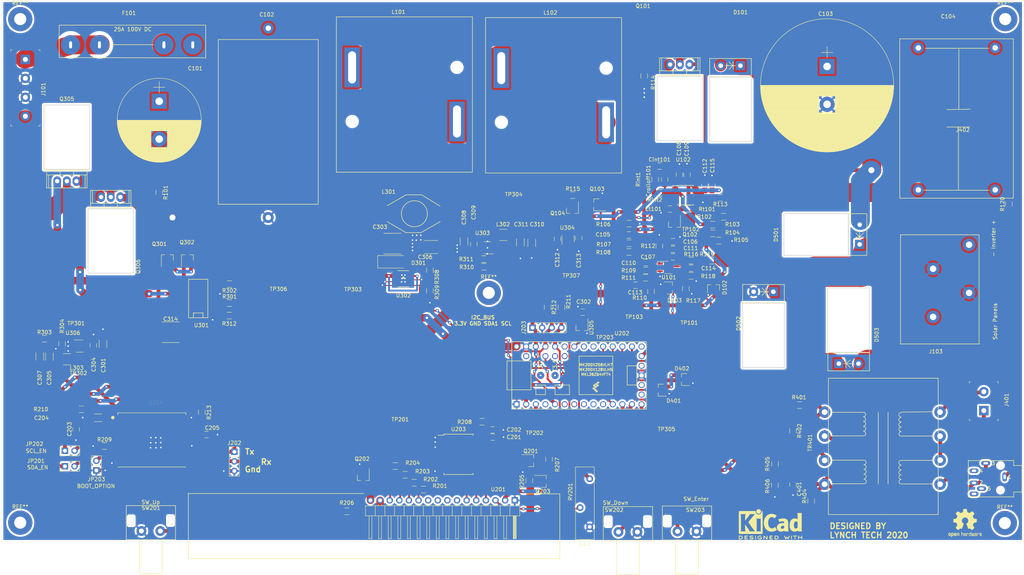
<source format=kicad_pcb>
(kicad_pcb (version 20171130) (host pcbnew 5.1.6-c6e7f7d~87~ubuntu18.04.1)
  (layers (0 F.Cu signal) (31 B.Cu signal) (34 B.Paste user) (35 F.Paste user) (36 B.SilkS user) (37 F.SilkS user) (38 B.Mask user) (39 F.Mask user) (44 Edge.Cuts user))
  (net 0 "")
  (net 1 "Net-(C101-Pad2)")
  (net 2 Vin)
  (net 3 0)
  (net 4 Vboost_out)
  (net 5 "Net-(C104-Pad3)")
  (net 6 "Net-(C105-Pad1)")
  (net 7 "Net-(C105-Pad2)")
  (net 8 UCC_5V_REF)
  (net 9 "Net-(C110-Pad2)")
  (net 10 "Net-(C110-Pad1)")
  (net 11 "Net-(C112-Pad1)")
  (net 12 "Net-(C113-Pad1)")
  (net 13 "Net-(C113-Pad2)")
  (net 14 "Net-(C114-Pad1)")
  (net 15 Avg_Current)
  (net 16 +11V)
  (net 17 +5V)
  (net 18 +3.0V)
  (net 19 "Net-(C314-Pad1)")
  (net 20 "Net-(C314-Pad2)")
  (net 21 "Net-(C401-Pad1)")
  (net 22 "Net-(Cint101-Pad1)")
  (net 23 "Net-(Cint101-Pad2)")
  (net 24 Voltage)
  (net 25 "Net-(Ct101-Pad1)")
  (net 26 "Net-(D101-Pad2)")
  (net 27 "Net-(D301-Pad2)")
  (net 28 "Net-(D301-Pad1)")
  (net 29 Mains_Current)
  (net 30 Mains_Voltage)
  (net 31 "Net-(F101-Pad1)")
  (net 32 ChargerConnection)
  (net 33 "Net-(J401-Pad1)")
  (net 34 "Net-(J401-Pad2)")
  (net 35 "Net-(L101-Pad1)")
  (net 36 "Net-(L302-Pad2)")
  (net 37 "Net-(Q101-Pad1)")
  (net 38 "Net-(Q103-Pad3)")
  (net 39 /Teensy-LC/BOOST_ON_OFF)
  (net 40 "Net-(Q201-Pad3)")
  (net 41 LCD_ON_OFF)
  (net 42 "Net-(Q202-Pad3)")
  (net 43 "Net-(Q203-Pad3)")
  (net 44 "Net-(Q301-Pad1)")
  (net 45 "Net-(Q301-Pad2)")
  (net 46 "Net-(R102-Pad2)")
  (net 47 "Net-(R104-Pad2)")
  (net 48 "Net-(R107-Pad2)")
  (net 49 "Net-(R110-Pad2)")
  (net 50 DAC)
  (net 51 "Net-(R113-Pad2)")
  (net 52 "Net-(R117-Pad2)")
  (net 53 "Net-(R201-Pad2)")
  (net 54 "Net-(R202-Pad2)")
  (net 55 "Net-(R203-Pad2)")
  (net 56 "Net-(R204-Pad2)")
  (net 57 "Net-(R206-Pad1)")
  (net 58 "Net-(R207-Pad1)")
  (net 59 "Net-(R301-Pad2)")
  (net 60 /PowerSupplies/CHARGER_ON_OFF)
  (net 61 "Net-(R302-Pad2)")
  (net 62 "Net-(R308-Pad2)")
  (net 63 "Net-(R310-Pad2)")
  (net 64 "Net-(R401-Pad1)")
  (net 65 +3.3V_TEENSY_OUT)
  (net 66 "Net-(Rint1-Pad2)")
  (net 67 "Net-(RV201-Pad2)")
  (net 68 "Net-(SW202-Pad1)")
  (net 69 "Net-(SW203-Pad1)")
  (net 70 "Net-(TR401-Pad2)")
  (net 71 "Net-(U201-Pad10)")
  (net 72 "Net-(U201-Pad9)")
  (net 73 "Net-(U201-Pad8)")
  (net 74 "Net-(U201-Pad7)")
  (net 75 "Net-(U202-Pad18)")
  (net 76 "Net-(U202-Pad20)")
  (net 77 "Net-(U202-Pad16)")
  (net 78 "Net-(U202-Pad15)")
  (net 79 "Net-(U202-Pad34)")
  (net 80 "Net-(U302-Pad5)")
  (net 81 "Net-(U302-Pad10)")
  (net 82 "Net-(U302-Pad11)")
  (net 83 "Net-(U303-Pad1)")
  (net 84 /Teensy-LC/LCD_RS)
  (net 85 /Teensy-LC/LCD_RW)
  (net 86 /Teensy-LC/LCD_EN)
  (net 87 "Net-(U202-Pad4)")
  (net 88 /Teensy-LC/LCD_DB4)
  (net 89 /Teensy-LC/LCD_DB5)
  (net 90 /Teensy-LC/LCD_DB6)
  (net 91 /Teensy-LC/LCD_DB7)
  (net 92 "Net-(SW201-Pad2)")
  (net 93 "Net-(U202-Pad9)")
  (net 94 "Net-(U202-Pad10)")
  (net 95 SCL1)
  (net 96 +3.3V_wifi_only)
  (net 97 /Vout)
  (net 98 /Vsolar_in)
  (net 99 "Net-(JP201-Pad2)")
  (net 100 SDA1)
  (net 101 "Net-(JP202-Pad2)")
  (net 102 "Net-(JP203-Pad2)")
  (net 103 "Net-(L303-Pad2)")
  (net 104 "Net-(R208-Pad2)")
  (net 105 "Net-(R209-Pad2)")
  (net 106 "Net-(R303-Pad2)")
  (net 107 /+2.5V_REF)
  (net 108 "Net-(U202-Pad6)")
  (net 109 "Net-(U202-Pad7)")
  (net 110 "Net-(U202-Pad8)")
  (net 111 "Net-(U202-Pad37)")
  (net 112 "Net-(U202-Pad36)")
  (net 113 "Net-(U202-Pad28)")
  (net 114 "Net-(U202-Pad26)")
  (net 115 "Net-(U202-Pad25)")
  (net 116 "Net-(U204-Pad16)")
  (net 117 "Net-(U204-Pad14)")
  (net 118 "Net-(U204-Pad10)")
  (net 119 "Net-(U204-Pad5)")
  (net 120 "Net-(U204-Pad4)")
  (net 121 "Net-(U306-Pad1)")
  (net 122 /Teensy-LC/wifi_en)
  (net 123 /Teensy-LC/~reset)
  (net 124 /Teensy-LC/mcu_wifi_tx)
  (net 125 /Teensy-LC/mcu_wifi_rx)
  (module Buttons_Switches_ThroughHole_jl:SW_Tactile_SPST_Angled_FSM104 (layer F.Cu) (at 194.1 154.8)
    (fp_text reference SW203 (at 2.2 -5.65) (layer F.SilkS))
    (fp_text value SW_Enter (at 2.4 -8.55) (layer F.SilkS))
    (pad 2 thru_hole circle (at 2.5 0) (size 2.6 2.6) (drill 1.3) (layers *.Cu *.Mask) (net 3 0))
    (pad 1 thru_hole circle (at -2.5 0) (size 2.6 2.6) (drill 1.3) (layers *.Cu *.Mask) (net 69 "Net-(SW203-Pad1)"))
  )
  (module Buttons_Switches_ThroughHole_jl:SW_Tactile_SPST_Angled_FSM104 (layer F.Cu) (at 178.5 154.95)
    (fp_text reference SW202 (at -3.65 -5.8) (layer F.SilkS))
    (fp_text value SW_Down (at -3.25 -7.7) (layer F.SilkS))
    (pad 2 thru_hole circle (at 2.5 0) (size 2.6 2.6) (drill 1.3) (layers *.Cu *.Mask) (net 3 0))
    (pad 1 thru_hole circle (at -2.5 0) (size 2.6 2.6) (drill 1.3) (layers *.Cu *.Mask) (net 68 "Net-(SW202-Pad1)"))
  )
  (module Buttons_Switches_ThroughHole_jl:SW_Tactile_SPST_Angled_FSM104 (layer F.Cu) (at 52.5 154.7)
    (fp_text reference SW201 (at 0.024999 -6.085001) (layer F.SilkS))
    (fp_text value SW_Up (at -0.05 -7.6) (layer F.SilkS))
    (pad 2 thru_hole circle (at 2.5 0) (size 2.6 2.6) (drill 1.3) (layers *.Cu *.Mask) (net 92 "Net-(SW201-Pad2)"))
    (pad 1 thru_hole circle (at -2.5 0) (size 2.6 2.6) (drill 1.3) (layers *.Cu *.Mask) (net 3 0))
  )
  (module Mounting_Holes:MountingHole_3.2mm_M3_Pad (layer F.Cu) (at 141.75 91.8)
    (fp_text reference REF** (at 0 -4.2) (layer F.SilkS))
    (fp_text value MountingHole_3.2mm_M3_Pad hide)
    (pad 1 thru_hole circle (at 0 0) (size 6.4 6.4) (drill 3.2) (layers *.Cu *.Mask))
  )
  (module Mounting_Holes:MountingHole_3.2mm_M3_Pad (layer F.Cu) (at 278.15 19.5)
    (fp_text reference REF** (at 0 -4.2) (layer F.SilkS))
    (fp_text value MountingHole_3.2mm_M3_Pad hide)
    (pad 1 thru_hole circle (at 0 0) (size 6.4 6.4) (drill 3.2) (layers *.Cu *.Mask))
  )
  (module Mounting_Holes:MountingHole_3.2mm_M3_Pad (layer F.Cu) (at 278.05 152.6)
    (fp_text reference REF** (at 0 -4.2) (layer F.SilkS))
    (fp_text value MountingHole_3.2mm_M3_Pad hide)
    (pad 1 thru_hole circle (at 0 0) (size 6.4 6.4) (drill 3.2) (layers *.Cu *.Mask))
  )
  (module Mounting_Holes:MountingHole_3.2mm_M3_Pad (layer F.Cu) (at 18 19.5)
    (fp_text reference REF** (at 0 -4.2) (layer F.SilkS))
    (fp_text value MountingHole_3.2mm_M3_Pad hide)
    (pad 1 thru_hole circle (at 0 0) (size 6.4 6.4) (drill 3.2) (layers *.Cu *.Mask))
  )
  (module Mounting_Holes:MountingHole_3.2mm_M3_Pad (layer F.Cu) (at 18 152.5)
    (fp_text reference REF** (at 0 -4.2) (layer F.SilkS))
    (fp_text value MountingHole_3.2mm_M3_Pad hide)
    (pad 1 thru_hole circle (at 0 0) (size 6.4 6.4) (drill 3.2) (layers *.Cu *.Mask))
  )
  (module RF_Module_jl:MODULE_ESP-WROOM-02U (layer F.Cu) (at 52.75 130.65)
    (fp_text reference U204 (at 1.05 -9.9) (layer F.SilkS) (effects (font (size 1.00074 1.00074) (thickness 0.015))))
    (fp_text value ESP-WROOM-02U)
    (pad 19 smd rect (at 1.1 0.7) (size 4 4) (layers F.Cu F.Mask) (net 3 0))
    (pad 18 smd rect (at 8.8925 -5.9) (size 1.485 0.9) (layers F.Cu F.Paste F.Mask) (net 3 0))
    (pad 17 smd rect (at 8.8925 -4.4) (size 1.485 0.9) (layers F.Cu F.Paste F.Mask) (net 123 /Teensy-LC/~reset))
    (pad 16 smd rect (at 8.8925 -2.9) (size 1.485 0.9) (layers F.Cu F.Paste F.Mask) (net 116 "Net-(U204-Pad16)"))
    (pad 15 smd rect (at 8.8925 -1.4) (size 1.485 0.9) (layers F.Cu F.Paste F.Mask) (net 123 /Teensy-LC/~reset))
    (pad 14 smd rect (at 8.8925 0.1) (size 1.485 0.9) (layers F.Cu F.Paste F.Mask) (net 117 "Net-(U204-Pad14)"))
    (pad 13 smd rect (at 8.8925 1.6) (size 1.485 0.9) (layers F.Cu F.Paste F.Mask) (net 3 0))
    (pad 12 smd rect (at 8.8925 3.1) (size 1.485 0.9) (layers F.Cu F.Paste F.Mask) (net 125 /Teensy-LC/mcu_wifi_rx))
    (pad 11 smd rect (at 8.8925 4.6) (size 1.485 0.9) (layers F.Cu F.Paste F.Mask) (net 124 /Teensy-LC/mcu_wifi_tx))
    (pad 10 smd rect (at 8.8925 6.1) (size 1.485 0.9) (layers F.Cu F.Paste F.Mask) (net 118 "Net-(U204-Pad10)"))
    (pad 9 smd rect (at -8.8925 6.1) (size 1.485 0.9) (layers F.Cu F.Paste F.Mask) (net 3 0))
    (pad 8 smd rect (at -8.8925 4.6) (size 1.485 0.9) (layers F.Cu F.Paste F.Mask) (net 102 "Net-(JP203-Pad2)"))
    (pad 7 smd rect (at -8.8925 3.1) (size 1.485 0.9) (layers F.Cu F.Paste F.Mask) (net 99 "Net-(JP201-Pad2)"))
    (pad 6 smd rect (at -8.8925 1.6) (size 1.485 0.9) (layers F.Cu F.Paste F.Mask) (net 105 "Net-(R209-Pad2)"))
    (pad 5 smd rect (at -8.8925 0.1) (size 1.485 0.9) (layers F.Cu F.Paste F.Mask) (net 119 "Net-(U204-Pad5)"))
    (pad 4 smd rect (at -8.8925 -1.4) (size 1.485 0.9) (layers F.Cu F.Paste F.Mask) (net 120 "Net-(U204-Pad4)"))
    (pad 3 smd rect (at -8.8925 -2.9) (size 1.485 0.9) (layers F.Cu F.Paste F.Mask) (net 101 "Net-(JP202-Pad2)"))
    (pad 2 smd rect (at -8.8925 -4.4) (size 1.485 0.9) (layers F.Cu F.Paste F.Mask) (net 122 /Teensy-LC/wifi_en))
    (pad 1 smd rect (at -8.8925 -5.9) (size 1.485 0.9) (layers F.Cu F.Paste F.Mask) (net 96 +3.3V_wifi_only))
  )
  (module teensy:Teensy30_31_32_LC (layer F.Cu) (at 165.6 113.6)
    (fp_text reference U202 (at 11.3 -11.1) (layer F.SilkS))
    (fp_text value Teensy-LC)
    (fp_text user MK20DX128VLH5 (at 4.445 -1.524) (layer F.SilkS) (effects (font (size 0.7 0.7))))
    (fp_text user MKL26Z64VFT4 (at 4.445 -0.254) (layer F.SilkS) (effects (font (size 0.7 0.7))))
    (fp_text user MK20DX256VLH7 (at 4.445 -2.794) (layer F.SilkS) (effects (font (size 0.7 0.7))))
    (fp_text user T3.1 (at -6.35 -2.54 90) (layer F.SilkS))
    (fp_text user T3.2 (at -10.16 -2.54 90) (layer F.SilkS))
    (pad 52 thru_hole circle (at -10.16 0) (size 1.9 1.9) (drill 0.5) (layers *.Cu *.Mask))
    (pad 52 thru_hole circle (at -6.35 0) (size 1.9 1.9) (drill 0.5) (layers *.Cu *.Mask))
    (pad 1 thru_hole rect (at -16.51 7.62) (size 1.6 1.6) (drill 1.1) (layers *.Cu *.Mask) (net 3 0))
    (pad 2 thru_hole circle (at -13.97 7.62) (size 1.6 1.6) (drill 1.1) (layers *.Cu *.Mask) (net 125 /Teensy-LC/mcu_wifi_rx))
    (pad 3 thru_hole circle (at -11.43 7.62) (size 1.6 1.6) (drill 1.1) (layers *.Cu *.Mask) (net 124 /Teensy-LC/mcu_wifi_tx))
    (pad 4 thru_hole circle (at -8.89 7.62) (size 1.6 1.6) (drill 1.1) (layers *.Cu *.Mask) (net 87 "Net-(U202-Pad4)"))
    (pad 5 thru_hole circle (at -6.35 7.62) (size 1.6 1.6) (drill 1.1) (layers *.Cu *.Mask) (net 122 /Teensy-LC/wifi_en))
    (pad 6 thru_hole circle (at -3.81 7.62) (size 1.6 1.6) (drill 1.1) (layers *.Cu *.Mask) (net 108 "Net-(U202-Pad6)"))
    (pad 7 thru_hole circle (at -1.27 7.62) (size 1.6 1.6) (drill 1.1) (layers *.Cu *.Mask) (net 109 "Net-(U202-Pad7)"))
    (pad 8 thru_hole circle (at 1.27 7.62) (size 1.6 1.6) (drill 1.1) (layers *.Cu *.Mask) (net 110 "Net-(U202-Pad8)"))
    (pad 9 thru_hole circle (at 3.81 7.62) (size 1.6 1.6) (drill 1.1) (layers *.Cu *.Mask) (net 93 "Net-(U202-Pad9)"))
    (pad 10 thru_hole circle (at 6.35 7.62) (size 1.6 1.6) (drill 1.1) (layers *.Cu *.Mask) (net 94 "Net-(U202-Pad10)"))
    (pad 11 thru_hole circle (at 8.89 7.62) (size 1.6 1.6) (drill 1.1) (layers *.Cu *.Mask) (net 60 /PowerSupplies/CHARGER_ON_OFF))
    (pad 12 thru_hole circle (at 11.43 7.62) (size 1.6 1.6) (drill 1.1) (layers *.Cu *.Mask) (net 92 "Net-(SW201-Pad2)"))
    (pad 13 thru_hole circle (at 13.97 7.62) (size 1.6 1.6) (drill 1.1) (layers *.Cu *.Mask) (net 68 "Net-(SW202-Pad1)"))
    (pad 37 thru_hole circle (at -3.81 -5.08) (size 1.6 1.6) (drill 1.1) (layers *.Cu *.Mask) (net 111 "Net-(U202-Pad37)"))
    (pad 36 thru_hole circle (at -6.35 -5.08) (size 1.6 1.6) (drill 1.1) (layers *.Cu *.Mask) (net 112 "Net-(U202-Pad36)"))
    (pad 35 thru_hole circle (at -8.89 -5.08) (size 1.6 1.6) (drill 1.1) (layers *.Cu *.Mask) (net 107 /+2.5V_REF))
    (pad 34 thru_hole circle (at -13.97 -5.08) (size 1.6 1.6) (drill 1.1) (layers *.Cu *.Mask) (net 79 "Net-(U202-Pad34)"))
    (pad 33 thru_hole circle (at -16.51 -7.62) (size 1.6 1.6) (drill 1.1) (layers *.Cu *.Mask) (net 17 +5V))
    (pad 32 thru_hole circle (at -13.97 -7.62) (size 1.6 1.6) (drill 1.1) (layers *.Cu *.Mask) (net 3 0))
    (pad 31 thru_hole circle (at -11.43 -7.62) (size 1.6 1.6) (drill 1.1) (layers *.Cu *.Mask) (net 65 +3.3V_TEENSY_OUT))
    (pad 30 thru_hole circle (at -8.89 -7.62) (size 1.6 1.6) (drill 1.1) (layers *.Cu *.Mask) (net 100 SDA1))
    (pad 29 thru_hole circle (at -6.35 -7.62) (size 1.6 1.6) (drill 1.1) (layers *.Cu *.Mask) (net 95 SCL1))
    (pad 28 thru_hole circle (at -3.81 -7.62) (size 1.6 1.6) (drill 1.1) (layers *.Cu *.Mask) (net 113 "Net-(U202-Pad28)"))
    (pad 27 thru_hole circle (at -1.27 -7.62) (size 1.6 1.6) (drill 1.1) (layers *.Cu *.Mask) (net 39 /Teensy-LC/BOOST_ON_OFF))
    (pad 26 thru_hole circle (at 1.27 -7.62) (size 1.6 1.6) (drill 1.1) (layers *.Cu *.Mask) (net 114 "Net-(U202-Pad26)"))
    (pad 25 thru_hole circle (at 3.81 -7.62) (size 1.6 1.6) (drill 1.1) (layers *.Cu *.Mask) (net 115 "Net-(U202-Pad25)"))
    (pad 24 thru_hole circle (at 6.35 -7.62) (size 1.6 1.6) (drill 1.1) (layers *.Cu *.Mask) (net 29 Mains_Current))
    (pad 23 thru_hole circle (at 8.89 -7.62) (size 1.6 1.6) (drill 1.1) (layers *.Cu *.Mask) (net 30 Mains_Voltage))
    (pad 22 thru_hole circle (at 11.43 -7.62) (size 1.6 1.6) (drill 1.1) (layers *.Cu *.Mask) (net 24 Voltage))
    (pad 21 thru_hole circle (at 13.97 -7.62) (size 1.6 1.6) (drill 1.1) (layers *.Cu *.Mask) (net 15 Avg_Current))
    (pad 14 thru_hole circle (at 16.51 7.62) (size 1.6 1.6) (drill 1.1) (layers *.Cu *.Mask) (net 69 "Net-(SW203-Pad1)"))
    (pad 15 thru_hole circle (at 16.51 5.08) (size 1.6 1.6) (drill 1.1) (layers *.Cu *.Mask) (net 78 "Net-(U202-Pad15)"))
    (pad 16 thru_hole circle (at 16.51 2.54) (size 1.6 1.6) (drill 1.1) (layers *.Cu *.Mask) (net 77 "Net-(U202-Pad16)"))
    (pad 20 thru_hole circle (at 16.51 -7.62) (size 1.6 1.6) (drill 1.1) (layers *.Cu *.Mask) (net 76 "Net-(U202-Pad20)"))
    (pad 19 thru_hole circle (at 16.51 -5.08) (size 1.6 1.6) (drill 1.1) (layers *.Cu *.Mask) (net 50 DAC))
    (pad 18 thru_hole circle (at 16.51 -2.54) (size 1.6 1.6) (drill 1.1) (layers *.Cu *.Mask) (net 75 "Net-(U202-Pad18)"))
    (pad 17 thru_hole circle (at 16.51 0) (size 1.6 1.6) (drill 1.1) (layers *.Cu *.Mask) (net 3 0))
  )
  (module Symbols:OSHW-Logo2_9.8x8mm_SilkScreen (layer F.Cu) (at 267.55 152.6)
    (fp_text reference REF*** hide)
    (fp_text value OSHW-Logo2_9.8x8mm_SilkScreen hide)
  )
  (module Symbols:KiCad-Logo2_8mm_SilkScreen (layer F.Cu) (at 216.15 152.9)
    (fp_text reference REF*** hide)
    (fp_text value KiCad-Logo2_8mm_SilkScreen hide)
  )
  (module Housings_SOIC:SOIC-8_3.9x4.9mm_Pitch1.27mm (layer F.Cu) (at 193.7 66)
    (fp_text reference U102 (at -0.6 -9.4) (layer F.SilkS))
    (fp_text value UCC2800DTR hide)
    (pad 1 smd rect (at -2.7 -1.905) (size 1.55 0.6) (layers F.Cu F.Paste F.Mask) (net 22 "Net-(Cint101-Pad1)"))
    (pad 2 smd rect (at -2.7 -0.635) (size 1.55 0.6) (layers F.Cu F.Paste F.Mask) (net 24 Voltage))
    (pad 3 smd rect (at -2.7 0.635) (size 1.55 0.6) (layers F.Cu F.Paste F.Mask) (net 48 "Net-(R107-Pad2)"))
    (pad 4 smd rect (at -2.7 1.905) (size 1.55 0.6) (layers F.Cu F.Paste F.Mask) (net 25 "Net-(Ct101-Pad1)"))
    (pad 5 smd rect (at 2.7 1.905) (size 1.55 0.6) (layers F.Cu F.Paste F.Mask) (net 3 0))
    (pad 6 smd rect (at 2.7 0.635) (size 1.55 0.6) (layers F.Cu F.Paste F.Mask) (net 51 "Net-(R113-Pad2)"))
    (pad 7 smd rect (at 2.7 -0.635) (size 1.55 0.6) (layers F.Cu F.Paste F.Mask) (net 11 "Net-(C112-Pad1)"))
    (pad 8 smd rect (at 2.7 -1.905) (size 1.55 0.6) (layers F.Cu F.Paste F.Mask) (net 8 UCC_5V_REF))
  )
  (module Capacitors_ThroughHole:CP_Radial_D22.0mm_P10.00mm_SnapIn (layer F.Cu) (at 54.7 41.2 270)
    (fp_text reference C101 (at -8.7 -9.5 180) (layer F.SilkS))
    (fp_text value "220uF 200V 905 mOhm")
    (pad 1 thru_hole rect (at 0 0 270) (size 4 4) (drill 2) (layers *.Cu *.Mask) (net 2 Vin))
    (pad 2 thru_hole circle (at 10 0 270) (size 4 4) (drill 2) (layers *.Cu *.Mask) (net 1 "Net-(C101-Pad2)"))
  )
  (module Capacitors_ThroughHole_jl:C_Axial_44mm_24.5mm_P50mm (layer F.Cu) (at 83.5 21.9 270)
    (fp_text reference C102 (at -3.6 0.4 180) (layer F.SilkS))
    (fp_text value "15uF 250VDC 3.9mOhm")
    (pad 2 thru_hole circle (at 50 0 270) (size 2.9 2.9) (drill 1.45) (layers *.Cu *.Mask) (net 3 0))
    (pad 1 thru_hole circle (at 0 0 270) (size 2.9 2.9) (drill 1.45) (layers *.Cu *.Mask) (net 2 Vin))
  )
  (module Capacitors_ThroughHole:CP_Radial_D35.0mm_P10.00mm_SnapIn (layer F.Cu) (at 231.1 32 270)
    (fp_text reference C103 (at -13.9 0.4 180) (layer F.SilkS))
    (fp_text value "470uF 400V 130mOhm")
    (pad 1 thru_hole rect (at 0 0 270) (size 4 4) (drill 2) (layers *.Cu *.Mask) (net 4 Vboost_out))
    (pad 2 thru_hole circle (at 10 0 270) (size 4 4) (drill 2) (layers *.Cu *.Mask) (net 3 0))
  )
  (module Capacitors_ThroughHole_jl:C_RECT_4PIN_L42mm_W30mm_P37.5mm_P20.3mm (layer F.Cu) (at 255.2 27.1 270)
    (fp_text reference C104 (at -8.3 -7.9 180) (layer F.SilkS))
    (fp_text value "70uF 500V 2.1mOhm PP film")
    (pad 4 thru_hole circle (at 0 -20.3 270) (size 2.9 2.9) (drill 1.45) (layers *.Cu *.Mask) (net 4 Vboost_out))
    (pad 3 thru_hole circle (at 37.5 -20.3 270) (size 2.9 2.9) (drill 1.45) (layers *.Cu *.Mask) (net 5 "Net-(C104-Pad3)"))
    (pad 2 thru_hole circle (at 37.5 0 270) (size 2.9 2.9) (drill 1.45) (layers *.Cu *.Mask) (net 5 "Net-(C104-Pad3)"))
    (pad 1 thru_hole circle (at 0 0 270) (size 2.9 2.9) (drill 1.45) (layers *.Cu *.Mask) (net 4 Vboost_out))
  )
  (module Capacitors_SMD:C_0805_HandSoldering (layer F.Cu) (at 178.75 76.5)
    (fp_text reference C105 (at -6.85 -0.1) (layer F.SilkS))
    (fp_text value "100 pF" hide)
    (pad 1 smd rect (at -1.25 0) (size 1.5 1.25) (layers F.Cu F.Paste F.Mask) (net 6 "Net-(C105-Pad1)"))
    (pad 2 smd rect (at 1.25 0) (size 1.5 1.25) (layers F.Cu F.Paste F.Mask) (net 7 "Net-(C105-Pad2)"))
  )
  (module Capacitors_SMD:C_0805_HandSoldering (layer F.Cu) (at 190.4 78.3)
    (fp_text reference C106 (at 4.6 0) (layer F.SilkS))
    (fp_text value "1uF 25V X7R" hide)
    (pad 1 smd rect (at -1.25 0) (size 1.5 1.25) (layers F.Cu F.Paste F.Mask) (net 8 UCC_5V_REF))
    (pad 2 smd rect (at 1.25 0) (size 1.5 1.25) (layers F.Cu F.Paste F.Mask) (net 3 0))
  )
  (module Capacitors_SMD:C_0805_HandSoldering (layer F.Cu) (at 190.4 82.3)
    (fp_text reference C107 (at -6.6 0) (layer F.SilkS))
    (fp_text value "0.1uF mlcc" hide)
    (pad 1 smd rect (at -1.25 0) (size 1.5 1.25) (layers F.Cu F.Paste F.Mask) (net 8 UCC_5V_REF))
    (pad 2 smd rect (at 1.25 0) (size 1.5 1.25) (layers F.Cu F.Paste F.Mask) (net 3 0))
  )
  (module Capacitors_SMD:C_0805_HandSoldering (layer F.Cu) (at 192.1 60.6 90)
    (fp_text reference C108 (at 6.9 -0.1 90) (layer F.SilkS))
    (fp_text value "1uF 16V X7R" hide)
    (pad 1 smd rect (at -1.25 0 90) (size 1.5 1.25) (layers F.Cu F.Paste F.Mask) (net 8 UCC_5V_REF))
    (pad 2 smd rect (at 1.25 0 90) (size 1.5 1.25) (layers F.Cu F.Paste F.Mask) (net 3 0))
  )
  (module Capacitors_SMD:C_0805_HandSoldering (layer F.Cu) (at 194.1 60.6 90)
    (fp_text reference C109 (at 6.8 -0.1 90) (layer F.SilkS))
    (fp_text value "C 0.1uF mlcc" hide)
    (pad 1 smd rect (at -1.25 0 90) (size 1.5 1.25) (layers F.Cu F.Paste F.Mask) (net 8 UCC_5V_REF))
    (pad 2 smd rect (at 1.25 0 90) (size 1.5 1.25) (layers F.Cu F.Paste F.Mask) (net 3 0))
  )
  (module Capacitors_SMD:C_0805_HandSoldering (layer F.Cu) (at 183.2 83.8 180)
    (fp_text reference C110 (at 4.5 -0.1) (layer F.SilkS))
    (fp_text value "6 pF" hide)
    (pad 1 smd rect (at -1.25 0 180) (size 1.5 1.25) (layers F.Cu F.Paste F.Mask) (net 10 "Net-(C110-Pad1)"))
    (pad 2 smd rect (at 1.25 0 180) (size 1.5 1.25) (layers F.Cu F.Paste F.Mask) (net 9 "Net-(C110-Pad2)"))
  )
  (module Capacitors_SMD:C_0805_HandSoldering (layer F.Cu) (at 190.4 80.3)
    (fp_text reference C111 (at 4.7 -0.3) (layer F.SilkS))
    (fp_text value "1uF 25V X7R" hide)
    (pad 1 smd rect (at -1.25 0) (size 1.5 1.25) (layers F.Cu F.Paste F.Mask) (net 8 UCC_5V_REF))
    (pad 2 smd rect (at 1.25 0) (size 1.5 1.25) (layers F.Cu F.Paste F.Mask) (net 3 0))
  )
  (module Capacitors_SMD:C_0805_HandSoldering (layer F.Cu) (at 198.8 63.5 90)
    (fp_text reference C112 (at 5.2 0 90) (layer F.SilkS))
    (fp_text value "0.1uF mlcc" hide)
    (pad 1 smd rect (at -1.25 0 90) (size 1.5 1.25) (layers F.Cu F.Paste F.Mask) (net 11 "Net-(C112-Pad1)"))
    (pad 2 smd rect (at 1.25 0 90) (size 1.5 1.25) (layers F.Cu F.Paste F.Mask) (net 3 0))
  )
  (module Capacitors_SMD:C_0805_HandSoldering (layer F.Cu) (at 180.5 89.8)
    (fp_text reference C113 (at -0.1 1.9) (layer F.SilkS))
    (fp_text value "1 nF" hide)
    (pad 1 smd rect (at -1.25 0) (size 1.5 1.25) (layers F.Cu F.Paste F.Mask) (net 12 "Net-(C113-Pad1)"))
    (pad 2 smd rect (at 1.25 0) (size 1.5 1.25) (layers F.Cu F.Paste F.Mask) (net 13 "Net-(C113-Pad2)"))
  )
  (module Capacitors_SMD:C_0805_HandSoldering (layer F.Cu) (at 195.2 85.3 180)
    (fp_text reference C114 (at -4.6 0) (layer F.SilkS))
    (fp_text value "1 uF" hide)
    (pad 1 smd rect (at -1.25 0 180) (size 1.5 1.25) (layers F.Cu F.Paste F.Mask) (net 14 "Net-(C114-Pad1)"))
    (pad 2 smd rect (at 1.25 0 180) (size 1.5 1.25) (layers F.Cu F.Paste F.Mask) (net 15 Avg_Current))
  )
  (module Capacitors_SMD:C_0805_HandSoldering (layer F.Cu) (at 200.7 63.5 90)
    (fp_text reference C115 (at 5.3 0.1 90) (layer F.SilkS))
    (fp_text value "1uF 25V X7R" hide)
    (pad 1 smd rect (at -1.25 0 90) (size 1.5 1.25) (layers F.Cu F.Paste F.Mask) (net 11 "Net-(C112-Pad1)"))
    (pad 2 smd rect (at 1.25 0 90) (size 1.5 1.25) (layers F.Cu F.Paste F.Mask) (net 3 0))
  )
  (module Capacitors_SMD:C_2220_HandSoldering (layer F.Cu) (at 116.3 78.8)
    (fp_text reference C303 (at -3.3 -4.4) (layer F.SilkS))
    (fp_text value "1uF 250V x7r" hide)
    (pad 1 smd rect (at -3.5 0) (size 2.4 5) (layers F.Cu F.Paste F.Mask) (net 2 Vin))
    (pad 2 smd rect (at 3.5 0) (size 2.4 5) (layers F.Cu F.Paste F.Mask) (net 3 0))
  )
  (module Capacitors_SMD:C_1812_HandSoldering (layer F.Cu) (at 126.5 79.7 180)
    (fp_text reference C306 (at 1.55 -2.65) (layer F.SilkS))
    (fp_text value "33uF X7R 16V" hide)
    (pad 1 smd rect (at -2.9 0 180) (size 2.2 3) (layers F.Cu F.Paste F.Mask) (net 16 +11V))
    (pad 2 smd rect (at 2.9 0 180) (size 2.2 3) (layers F.Cu F.Paste F.Mask) (net 3 0))
  )
  (module Capacitors_SMD:C_1206_HandSoldering (layer F.Cu) (at 135.2 78.2 270)
    (fp_text reference C308 (at -6.3 0 270) (layer F.SilkS))
    (fp_text value "10uF 16V X7R" hide)
    (pad 1 smd rect (at -2 0 270) (size 2 1.6) (layers F.Cu F.Paste F.Mask) (net 16 +11V))
    (pad 2 smd rect (at 2 0 270) (size 2 1.6) (layers F.Cu F.Paste F.Mask) (net 3 0))
  )
  (module Capacitors_SMD:C_0805_HandSoldering (layer F.Cu) (at 137.8 78.95 270)
    (fp_text reference C309 (at -8.35 0.05 270) (layer F.SilkS))
    (fp_text value "0.1uF 16V X7R" hide)
    (pad 1 smd rect (at -1.25 0 270) (size 1.5 1.25) (layers F.Cu F.Paste F.Mask) (net 16 +11V))
    (pad 2 smd rect (at 1.25 0 270) (size 1.5 1.25) (layers F.Cu F.Paste F.Mask) (net 3 0))
  )
  (module Capacitors_SMD:C_1206_HandSoldering (layer F.Cu) (at 153.1 78.6 270)
    (fp_text reference C310 (at -4.9 -1.4 180) (layer F.SilkS))
    (fp_text value "10uF X7R 16V" hide)
    (pad 1 smd rect (at -2 0 270) (size 2 1.6) (layers F.Cu F.Paste F.Mask) (net 17 +5V))
    (pad 2 smd rect (at 2 0 270) (size 2 1.6) (layers F.Cu F.Paste F.Mask) (net 3 0))
  )
  (module Capacitors_SMD:C_1206_HandSoldering (layer F.Cu) (at 150.1 78.5 270)
    (fp_text reference C311 (at -4.8 -0.2 180) (layer F.SilkS))
    (fp_text value "10uF X7R 16V" hide)
    (pad 1 smd rect (at -2 0 270) (size 2 1.6) (layers F.Cu F.Paste F.Mask) (net 17 +5V))
    (pad 2 smd rect (at 2 0 270) (size 2 1.6) (layers F.Cu F.Paste F.Mask) (net 3 0))
  )
  (module Capacitors_SMD:C_0805_HandSoldering (layer F.Cu) (at 159.9 77.55 270)
    (fp_text reference C312 (at 5.55 0.05 270) (layer F.SilkS))
    (fp_text value "0.1 uF 16V X7R" hide)
    (pad 1 smd rect (at -1.25 0 270) (size 1.5 1.25) (layers F.Cu F.Paste F.Mask) (net 17 +5V))
    (pad 2 smd rect (at 1.25 0 270) (size 1.5 1.25) (layers F.Cu F.Paste F.Mask) (net 3 0))
  )
  (module Capacitors_SMD:C_0805_HandSoldering (layer F.Cu) (at 165.5 77.35 270)
    (fp_text reference C313 (at 5.95 0 90) (layer F.SilkS))
    (fp_text value "1 uF 25V X7R" hide)
    (pad 1 smd rect (at -1.25 0 270) (size 1.5 1.25) (layers F.Cu F.Paste F.Mask) (net 18 +3.0V))
    (pad 2 smd rect (at 1.25 0 270) (size 1.5 1.25) (layers F.Cu F.Paste F.Mask) (net 3 0))
  )
  (module Capacitors_SMD:C_2220_HandSoldering (layer F.Cu) (at 57.7 102.2)
    (fp_text reference C314 (at 0 -3.5) (layer F.SilkS))
    (fp_text value "1uF 250V X7R" hide)
    (pad 1 smd rect (at -3.5 0) (size 2.4 5) (layers F.Cu F.Paste F.Mask) (net 19 "Net-(C314-Pad1)"))
    (pad 2 smd rect (at 3.5 0) (size 2.4 5) (layers F.Cu F.Paste F.Mask) (net 20 "Net-(C314-Pad2)"))
  )
  (module Capacitors_SMD:C_0805_HandSoldering (layer F.Cu) (at 222.1 142.45 270)
    (fp_text reference C401 (at 1.15 -1.65 90) (layer F.SilkS))
    (fp_text value C_Small hide)
    (pad 1 smd rect (at -1.25 0 270) (size 1.5 1.25) (layers F.Cu F.Paste F.Mask) (net 21 "Net-(C401-Pad1)"))
    (pad 2 smd rect (at 1.25 0 270) (size 1.5 1.25) (layers F.Cu F.Paste F.Mask) (net 3 0))
  )
  (module Capacitors_SMD:C_0805_HandSoldering (layer F.Cu) (at 186.85 58.3 180)
    (fp_text reference Cint101 (at 0 1.7 180) (layer F.SilkS))
    (fp_text value "0.56uF 10% 16V mlcc" hide)
    (pad 1 smd rect (at -1.25 0 180) (size 1.5 1.25) (layers F.Cu F.Paste F.Mask) (net 22 "Net-(Cint101-Pad1)"))
    (pad 2 smd rect (at 1.25 0 180) (size 1.5 1.25) (layers F.Cu F.Paste F.Mask) (net 23 "Net-(Cint101-Pad2)"))
  )
  (module Capacitors_SMD:C_0805_HandSoldering (layer F.Cu) (at 188.2 61.85 270)
    (fp_text reference Crolloff101 (at 0.4 4.3 90) (layer F.SilkS))
    (fp_text value "68 pF 5% C0G mlcc" hide)
    (pad 1 smd rect (at -1.25 0 270) (size 1.5 1.25) (layers F.Cu F.Paste F.Mask) (net 22 "Net-(Cint101-Pad1)"))
    (pad 2 smd rect (at 1.25 0 270) (size 1.5 1.25) (layers F.Cu F.Paste F.Mask) (net 24 Voltage))
  )
  (module Capacitors_SMD:C_0805_HandSoldering (layer F.Cu) (at 189.6 69.65 180)
    (fp_text reference Ct101 (at 4.4 0) (layer F.SilkS))
    (fp_text value "200pF 2% C0G mlcc" hide)
    (pad 1 smd rect (at -1.25 0 180) (size 1.5 1.25) (layers F.Cu F.Paste F.Mask) (net 25 "Net-(Ct101-Pad1)"))
    (pad 2 smd rect (at 1.25 0 180) (size 1.5 1.25) (layers F.Cu F.Paste F.Mask) (net 3 0))
  )
  (module Diodes_ThroughHole_jl:Diode_TO_220AC_Horizonal (layer F.Cu) (at 208.2 31.8 180)
    (fp_text reference D101 (at -0.05 14.1) (layer F.SilkS))
    (fp_text value "8A 200V 0.950V fwd")
    (fp_line (start -2.9 -3) (end -2.9 -20) (layer Edge.Cuts) (width 0.15))
    (fp_line (start -2.9 -20) (end 8.1 -20) (layer Edge.Cuts) (width 0.15))
    (fp_line (start 8.1 -20) (end 8.1 -3) (layer Edge.Cuts) (width 0.15))
    (fp_line (start 8.1 -3) (end -2.9 -3) (layer Edge.Cuts) (width 0.15))
    (pad 2 thru_hole circle (at 5.2 0 180) (size 2.4 2.4) (drill 1.2) (layers *.Cu *.Mask) (net 26 "Net-(D101-Pad2)"))
    (pad 1 thru_hole rect (at 0 0 180) (size 2.4 2.4) (drill 1.2) (layers *.Cu *.Mask) (net 4 Vboost_out))
  )
  (module Package_TO_SOT_SMD:SOT-23 (layer F.Cu) (at 201.1 90.4 90)
    (fp_text reference D102 (at 0 2.95 90) (layer F.SilkS))
    (fp_text value BAV54S hide)
    (pad 3 smd rect (at 1 0 90) (size 0.9 0.8) (layers F.Cu F.Paste F.Mask) (net 24 Voltage))
    (pad 2 smd rect (at -1 0.95 90) (size 0.9 0.8) (layers F.Cu F.Paste F.Mask) (net 18 +3.0V))
    (pad 1 smd rect (at -1 -0.95 90) (size 0.9 0.8) (layers F.Cu F.Paste F.Mask) (net 3 0))
  )
  (module Package_TO_SOT_SMD:SOT-23 (layer F.Cu) (at 189.5 90.5)
    (fp_text reference D103 (at 1.3 3.3) (layer F.SilkS))
    (fp_text value BAV54S hide)
    (pad 3 smd rect (at 1 0) (size 0.9 0.8) (layers F.Cu F.Paste F.Mask) (net 15 Avg_Current))
    (pad 2 smd rect (at -1 0.95) (size 0.9 0.8) (layers F.Cu F.Paste F.Mask) (net 18 +3.0V))
    (pad 1 smd rect (at -1 -0.95) (size 0.9 0.8) (layers F.Cu F.Paste F.Mask) (net 3 0))
  )
  (module Diodes_SMD:D_SMA_Handsoldering (layer F.Cu) (at 116.8 83.6)
    (fp_text reference D301 (at 6.4 0.3) (layer F.SilkS))
    (fp_text value "1A 150V 0.7V SMA" hide)
    (pad 1 smd rect (at -2.5 0) (size 3.5 1.8) (layers F.Cu F.Paste F.Mask) (net 28 "Net-(D301-Pad1)"))
    (pad 2 smd rect (at 2.5 0) (size 3.5 1.8) (layers F.Cu F.Paste F.Mask) (net 27 "Net-(D301-Pad2)"))
  )
  (module Package_TO_SOT_SMD:SOT-23 (layer F.Cu) (at 187.25 117.5 180)
    (fp_text reference D401 (at -3.35 -2.8) (layer F.SilkS))
    (fp_text value BAV54S hide)
    (pad 3 smd rect (at 1 0 180) (size 0.9 0.8) (layers F.Cu F.Paste F.Mask) (net 29 Mains_Current))
    (pad 2 smd rect (at -1 0.95 180) (size 0.9 0.8) (layers F.Cu F.Paste F.Mask) (net 18 +3.0V))
    (pad 1 smd rect (at -1 -0.95 180) (size 0.9 0.8) (layers F.Cu F.Paste F.Mask) (net 3 0))
  )
  (module Package_TO_SOT_SMD:SOT-23 (layer F.Cu) (at 193.4 114.7 180)
    (fp_text reference D402 (at 0.65 2.9) (layer F.SilkS))
    (fp_text value BAV54S hide)
    (pad 3 smd rect (at 1 0 180) (size 0.9 0.8) (layers F.Cu F.Paste F.Mask) (net 30 Mains_Voltage))
    (pad 2 smd rect (at -1 0.95 180) (size 0.9 0.8) (layers F.Cu F.Paste F.Mask) (net 18 +3.0V))
    (pad 1 smd rect (at -1 -0.95 180) (size 0.9 0.8) (layers F.Cu F.Paste F.Mask) (net 3 0))
  )
  (module Diodes_ThroughHole_jl:Diode_TO_220AC_Horizonal (layer F.Cu) (at 239.7 79 90)
    (fp_text reference D501 (at 2.6 -22.1 90) (layer F.SilkS))
    (fp_text value "VS-20ETS12-M3 1200V 1V fwd@10A" hide)
    (fp_line (start -2.9 -3) (end -2.9 -20) (layer Edge.Cuts) (width 0.15))
    (fp_line (start -2.9 -20) (end 8.1 -20) (layer Edge.Cuts) (width 0.15))
    (fp_line (start 8.1 -20) (end 8.1 -3) (layer Edge.Cuts) (width 0.15))
    (fp_line (start 8.1 -3) (end -2.9 -3) (layer Edge.Cuts) (width 0.15))
    (pad 2 thru_hole circle (at 5.2 0 90) (size 2.4 2.4) (drill 1.2) (layers *.Cu *.Mask) (net 4 Vboost_out))
    (pad 1 thru_hole rect (at 0 0 90) (size 2.4 2.4) (drill 1.2) (layers *.Cu *.Mask) (net 97 /Vout))
  )
  (module Diodes_ThroughHole_jl:Diode_TO_220AC_Horizonal (layer F.Cu) (at 216.9 91.5 180)
    (fp_text reference D502 (at 9.2 -8.4 270) (layer F.SilkS))
    (fp_text value "VS-20ETS12-M3 1200V 1V fwd@10A" hide)
    (fp_line (start -2.9 -3) (end -2.9 -20) (layer Edge.Cuts) (width 0.15))
    (fp_line (start -2.9 -20) (end 8.1 -20) (layer Edge.Cuts) (width 0.15))
    (fp_line (start 8.1 -20) (end 8.1 -3) (layer Edge.Cuts) (width 0.15))
    (fp_line (start 8.1 -3) (end -2.9 -3) (layer Edge.Cuts) (width 0.15))
    (pad 2 thru_hole circle (at 5.2 0 180) (size 2.4 2.4) (drill 1.2) (layers *.Cu *.Mask) (net 3 0))
    (pad 1 thru_hole rect (at 0 0 180) (size 2.4 2.4) (drill 1.2) (layers *.Cu *.Mask) (net 97 /Vout))
  )
  (module Diodes_ThroughHole_jl:Diode_TO_220AC_Horizonal (layer F.Cu) (at 234.2 110.5)
    (fp_text reference D503 (at 10 -7.6 270) (layer F.SilkS))
    (fp_text value "VS-20ETS12-M3 1200V 1V fwd@10A" hide)
    (fp_line (start -2.9 -3) (end -2.9 -20) (layer Edge.Cuts) (width 0.15))
    (fp_line (start -2.9 -20) (end 8.1 -20) (layer Edge.Cuts) (width 0.15))
    (fp_line (start 8.1 -20) (end 8.1 -3) (layer Edge.Cuts) (width 0.15))
    (fp_line (start 8.1 -3) (end -2.9 -3) (layer Edge.Cuts) (width 0.15))
    (pad 2 thru_hole circle (at 5.2 0) (size 2.4 2.4) (drill 1.2) (layers *.Cu *.Mask) (net 98 /Vsolar_in))
    (pad 1 thru_hole rect (at 0 0) (size 2.4 2.4) (drill 1.2) (layers *.Cu *.Mask) (net 97 /Vout))
  )
  (module Connect_jl:BellFuse_6.3mmX32mm_FC_102-22 (layer F.Cu) (at 31.3 26.3)
    (fp_text reference F101 (at 15.4 -8.4) (layer F.SilkS))
    (fp_text value "fuse 25A 100V DC")
    (fp_text user "25A 100V DC" (at 16.4084 -4.1148) (layer F.SilkS))
    (pad 2 thru_hole circle (at 24.638 0) (size 5.08 5.08) (drill oval 0.762 1.905) (layers *.Cu *.Mask) (net 2 Vin))
    (pad 2 thru_hole circle (at 32.258 0) (size 5.08 5.08) (drill oval 0.762 1.905) (layers *.Cu *.Mask) (net 2 Vin))
    (pad 1 thru_hole circle (at 7.62 0) (size 5.08 5.08) (drill oval 0.762 1.905) (layers *.Cu *.Mask) (net 31 "Net-(F101-Pad1)"))
    (pad 1 thru_hole circle (at 0 0) (size 5.08 5.08) (drill oval 0.762 1.905) (layers *.Cu *.Mask) (net 31 "Net-(F101-Pad1)"))
  )
  (module digikey-footprints:Term_Block_1x4_P5mm (layer F.Cu) (at 19.35 30.15 270)
    (fp_text reference J101 (at 7.9 -4.75 90) (layer F.SilkS))
    (fp_text value "Battery Connection")
    (pad 4 thru_hole circle (at 15 0 270) (size 2.5 2.5) (drill 1.3) (layers *.Cu *.Mask) (net 32 ChargerConnection))
    (pad 3 thru_hole circle (at 10 0 270) (size 2.5 2.5) (drill 1.3) (layers *.Cu *.Mask) (net 3 0))
    (pad 2 thru_hole circle (at 5 0 270) (size 2.5 2.5) (drill 1.3) (layers *.Cu *.Mask) (net 3 0))
    (pad 1 thru_hole rect (at 0 0 270) (size 2.5 2.5) (drill 1.3) (layers *.Cu *.Mask) (net 31 "Net-(F101-Pad1)"))
  )
  (module Connect_jl:TerminalBlock_4way_P6.35mm_P9.5mm_Holes1.7mm (layer F.Cu) (at 268.6 79.1 270)
    (fp_text reference J103 (at 28.2 8.8 180) (layer F.SilkS))
    (fp_text value "Solar Panels" (at 20.25 -6.9 270) (layer F.SilkS))
    (pad 4 thru_hole circle (at 19.05 9.5 270) (size 3.4 3.4) (drill 1.7) (layers *.Cu *.Mask) (net 98 /Vsolar_in))
    (pad 3 thru_hole circle (at 12.7 0 270) (size 3.4 3.4) (drill 1.7) (layers *.Cu *.Mask) (net 3 0))
    (pad 2 thru_hole circle (at 6.35 9.5 270) (size 3.4 3.4) (drill 1.7) (layers *.Cu *.Mask) (net 3 0))
    (pad 1 thru_hole circle (at 0 0 270) (size 3.4 3.4) (drill 1.7) (layers *.Cu *.Mask) (net 97 /Vout))
  )
  (module digikey-footprints:Term_Block_1x2_P5mm (layer F.Cu) (at 272.5 122.9 90)
    (fp_text reference J401 (at 2.8 6 90) (layer F.SilkS))
    (fp_text value Screw_Terminal_01x02)
    (pad 2 thru_hole circle (at 5 0 90) (size 2.5 2.5) (drill 1.3) (layers *.Cu *.Mask) (net 34 "Net-(J401-Pad2)"))
    (pad 1 thru_hole rect (at 0 0 90) (size 2.5 2.5) (drill 1.3) (layers *.Cu *.Mask) (net 33 "Net-(J401-Pad1)"))
  )
  (module Connect_jl:Audio_StereoJack_3.5mm_ASJ-99H-R-HT-T (layer F.Cu) (at 276.9 140.4 180)
    (fp_text reference J402 (at 9.95 91.65) (layer F.SilkS))
    (fp_text value AudioJack2_SwitchT)
    (fp_text user 5 (at 3 -3.1) (layer F.SilkS))
    (fp_text user 4 (at 5.1 1.6) (layer F.SilkS))
    (fp_text user 2 (at 5.1 -1.5) (layer F.SilkS))
    (fp_text user 3 (at 1.9 3.6) (layer F.SilkS))
    (fp_text user 1 (at -2.4 0) (layer F.SilkS))
    (pad RN thru_hole oval (at 5 -3.1 180) (size 2.4 1.2) (drill oval 1.2 0.6) (layers *.Cu *.Mask))
    (pad 6 thru_hole oval (at 7 -4.5 180) (size 2.4 1.2) (drill oval 1.2 0.6) (layers *.Cu *.Mask))
    (pad R thru_hole oval (at 7 -1.6 180) (size 2.4 1.2) (drill oval 1.2 0.6) (layers *.Cu *.Mask) (net 29 Mains_Current))
    (pad TN thru_hole oval (at 7 1.6 180) (size 2.4 1.2) (drill oval 1.2 0.6) (layers *.Cu *.Mask))
    (pad T thru_hole oval (at 3.9 3.6 180) (size 2.4 1.2) (drill oval 1.2 0.6) (layers *.Cu *.Mask) (net 29 Mains_Current))
    (pad S thru_hole oval (at -1.1 0 180) (size 1.2 2.4) (drill oval 0.6 1.2) (layers *.Cu *.Mask) (net 21 "Net-(C401-Pad1)"))
    (pad "" np_thru_hole circle (at 0 3 180) (size 1.3 1.3) (drill 1.3) (layers *.Cu *.Mask))
    (pad "" np_thru_hole circle (at 0 -3.5 180) (size 1.3 1.3) (drill 1.3) (layers *.Cu *.Mask))
  )
  (module Inductors_jl:Inductor_Wurth_7443763540470 (layer F.Cu) (at 119.5 39.4 90)
    (fp_text reference L101 (at 21.8 -1.6 180) (layer F.SilkS))
    (fp_text value "47uH  31A Sat 6.38m Ohm")
    (pad 1 thru_hole rect (at -7.15 13.85 90) (size 10.5 4.1) (drill oval 8.5 2.1) (layers *.Cu *.Mask) (net 35 "Net-(L101-Pad1)"))
    (pad 2 thru_hole rect (at 7.15 -13.85 90) (size 10.5 4.1) (drill oval 8.5 2.1) (layers *.Cu *.Mask) (net 2 Vin))
    (pad "" np_thru_hole circle (at 7.15 13.85 90) (size 2.5 2.5) (drill 2.5) (layers *.Cu *.Mask))
    (pad "" np_thru_hole circle (at -7.15 -13.82 90) (size 2.5 2.5) (drill 2.5) (layers *.Cu *.Mask))
  )
  (module Inductors_jl:Inductor_Wurth_7443763540470 (layer F.Cu) (at 158.9 39.6 90)
    (fp_text reference L102 (at 21.8 -0.9 180) (layer F.SilkS))
    (fp_text value "47uH 31A Sat 6.38m Ohm")
    (pad 1 thru_hole rect (at -7.15 13.85 90) (size 10.5 4.1) (drill oval 8.5 2.1) (layers *.Cu *.Mask) (net 26 "Net-(D101-Pad2)"))
    (pad 2 thru_hole rect (at 7.15 -13.85 90) (size 10.5 4.1) (drill oval 8.5 2.1) (layers *.Cu *.Mask) (net 35 "Net-(L101-Pad1)"))
    (pad "" np_thru_hole circle (at 7.15 13.85 90) (size 2.5 2.5) (drill 2.5) (layers *.Cu *.Mask))
    (pad "" np_thru_hole circle (at -7.15 -13.82 90) (size 2.5 2.5) (drill 2.5) (layers *.Cu *.Mask))
  )
  (module Inductors_jl:Inductor_Bourns_PM3308 (layer F.Cu) (at 127.9 70.9 180)
    (fp_text reference L301 (at 12.6 5.8) (layer F.SilkS))
    (fp_text value "150uH 610mA")
    (pad 2 smd rect (at 11.6 0 180) (size 4 4) (layers F.Cu F.Paste F.Mask) (net 28 "Net-(D301-Pad1)"))
    (pad 1 smd rect (at 0 0 180) (size 4 4) (layers F.Cu F.Paste F.Mask) (net 16 +11V))
  )
  (module Inductors_jl:Inductor_1210_HandSoldering (layer F.Cu) (at 145.6 76.5 180)
    (fp_text reference L302 (at 0.1 2.8) (layer F.SilkS))
    (fp_text value "15uH 730mA Sat" hide)
    (pad 1 smd rect (at -2 0 180) (size 2 2.5) (layers F.Cu F.Paste F.Mask) (net 17 +5V))
    (pad 2 smd rect (at 2 0 180) (size 2 2.5) (layers F.Cu F.Paste F.Mask) (net 36 "Net-(L302-Pad2)"))
  )
  (module Package_TO_SOT_SMD:SOT-23_Handsoldering (layer F.Cu) (at 190.8 73.7 270)
    (fp_text reference Q102 (at 2.7 -4.1 180) (layer F.SilkS))
    (fp_text value BC847B-13-F hide)
    (pad 3 smd rect (at 1.5 0 270) (size 1.9 0.8) (layers F.Cu F.Paste F.Mask) (net 8 UCC_5V_REF))
    (pad 2 smd rect (at -1.5 0.95 270) (size 1.9 0.8) (layers F.Cu F.Paste F.Mask) (net 6 "Net-(C105-Pad1)"))
    (pad 1 smd rect (at -1.5 -0.95 270) (size 1.9 0.8) (layers F.Cu F.Paste F.Mask) (net 25 "Net-(Ct101-Pad1)"))
  )
  (module Package_TO_SOT_SMD:SOT-23_Handsoldering (layer F.Cu) (at 170.25 68.55 180)
    (fp_text reference Q103 (at -0.1 4.2) (layer F.SilkS))
    (fp_text value SSM3K329R hide)
    (pad 3 smd rect (at 1.5 0 180) (size 1.9 0.8) (layers F.Cu F.Paste F.Mask) (net 38 "Net-(Q103-Pad3)"))
    (pad 2 smd rect (at -1.5 0.95 180) (size 1.9 0.8) (layers F.Cu F.Paste F.Mask) (net 3 0))
    (pad 1 smd rect (at -1.5 -0.95 180) (size 1.9 0.8) (layers F.Cu F.Paste F.Mask) (net 39 /Teensy-LC/BOOST_ON_OFF))
  )
  (module Package_TO_SOT_SMD:SOT-23_Handsoldering (layer F.Cu) (at 163.85 70.05 270)
    (fp_text reference Q104 (at 0.7 3.9 180) (layer F.SilkS))
    (fp_text value SSM3J334R hide)
    (pad 3 smd rect (at 1.5 0 270) (size 1.9 0.8) (layers F.Cu F.Paste F.Mask) (net 11 "Net-(C112-Pad1)"))
    (pad 2 smd rect (at -1.5 0.95 270) (size 1.9 0.8) (layers F.Cu F.Paste F.Mask) (net 16 +11V))
    (pad 1 smd rect (at -1.5 -0.95 270) (size 1.9 0.8) (layers F.Cu F.Paste F.Mask) (net 38 "Net-(Q103-Pad3)"))
  )
  (module Package_TO_SOT_SMD:SOT-23_Handsoldering (layer F.Cu) (at 152.85 136.1)
    (fp_text reference Q201 (at 0 -2.5) (layer F.SilkS))
    (fp_text value SSM3K329R hide)
    (pad 3 smd rect (at 1.5 0) (size 1.9 0.8) (layers F.Cu F.Paste F.Mask) (net 40 "Net-(Q201-Pad3)"))
    (pad 2 smd rect (at -1.5 0.95) (size 1.9 0.8) (layers F.Cu F.Paste F.Mask) (net 3 0))
    (pad 1 smd rect (at -1.5 -0.95) (size 1.9 0.8) (layers F.Cu F.Paste F.Mask) (net 41 LCD_ON_OFF))
  )
  (module Package_TO_SOT_SMD:SOT-23_Handsoldering (layer F.Cu) (at 108.6 140.6 270)
    (fp_text reference Q202 (at -4.95 0.3 180) (layer F.SilkS))
    (fp_text value SSM3K329R hide)
    (pad 3 smd rect (at 1.5 0 270) (size 1.9 0.8) (layers F.Cu F.Paste F.Mask) (net 42 "Net-(Q202-Pad3)"))
    (pad 2 smd rect (at -1.5 0.95 270) (size 1.9 0.8) (layers F.Cu F.Paste F.Mask) (net 3 0))
    (pad 1 smd rect (at -1.5 -0.95 270) (size 1.9 0.8) (layers F.Cu F.Paste F.Mask) (net 41 LCD_ON_OFF))
  )
  (module Package_TO_SOT_SMD:SOT-23_Handsoldering (layer F.Cu) (at 156.15 141.6)
    (fp_text reference Q203 (at -0.1 2.6) (layer F.SilkS))
    (fp_text value SSM3J334R hide)
    (pad 3 smd rect (at 1.5 0) (size 1.9 0.8) (layers F.Cu F.Paste F.Mask) (net 43 "Net-(Q203-Pad3)"))
    (pad 2 smd rect (at -1.5 0.95) (size 1.9 0.8) (layers F.Cu F.Paste F.Mask) (net 17 +5V))
    (pad 1 smd rect (at -1.5 -0.95) (size 1.9 0.8) (layers F.Cu F.Paste F.Mask) (net 40 "Net-(Q201-Pad3)"))
  )
  (module Package_TO_SOT_SMD:SOT-23_Handsoldering (layer F.Cu) (at 56.85 82.5 90)
    (fp_text reference Q301 (at 3.6 -2.1 180) (layer F.SilkS))
    (fp_text value BC847B-13-F hide)
    (pad 3 smd rect (at 1.5 0 90) (size 1.9 0.8) (layers F.Cu F.Paste F.Mask) (net 19 "Net-(C314-Pad1)"))
    (pad 2 smd rect (at -1.5 0.95 90) (size 1.9 0.8) (layers F.Cu F.Paste F.Mask) (net 45 "Net-(Q301-Pad2)"))
    (pad 1 smd rect (at -1.5 -0.95 90) (size 1.9 0.8) (layers F.Cu F.Paste F.Mask) (net 44 "Net-(Q301-Pad1)"))
  )
  (module Package_TO_SOT_SMD:SOT-23_Handsoldering (layer F.Cu) (at 62.15 82.5 90)
    (fp_text reference Q302 (at 4.05 -0.1 180) (layer F.SilkS))
    (fp_text value BC856B-13-F hide)
    (pad 3 smd rect (at 1.5 0 90) (size 1.9 0.8) (layers F.Cu F.Paste F.Mask) (net 20 "Net-(C314-Pad2)"))
    (pad 2 smd rect (at -1.5 0.95 90) (size 1.9 0.8) (layers F.Cu F.Paste F.Mask) (net 45 "Net-(Q301-Pad2)"))
    (pad 1 smd rect (at -1.5 -0.95 90) (size 1.9 0.8) (layers F.Cu F.Paste F.Mask) (net 44 "Net-(Q301-Pad1)"))
  )
  (module Resistors_SMD:R_0805_HandSoldering (layer F.Cu) (at 54.7 65.3 270)
    (fp_text reference R101 (at 0 -1.7 90) (layer F.SilkS))
    (fp_text value "0 Ohms")
    (pad 1 smd rect (at -1.35 0 270) (size 1.5 1.3) (layers F.Cu F.Paste F.Mask) (net 1 "Net-(C101-Pad2)"))
    (pad 2 smd rect (at 1.35 0 270) (size 1.5 1.3) (layers F.Cu F.Paste F.Mask) (net 3 0))
  )
  (module Resistors_SMD:R_0805_HandSoldering (layer F.Cu) (at 203.8 71.7 180)
    (fp_text reference R102 (at 5.1 0) (layer F.SilkS))
    (fp_text value "82k 0.1% .25W" hide)
    (pad 1 smd rect (at -1.35 0 180) (size 1.5 1.3) (layers F.Cu F.Paste F.Mask) (net 4 Vboost_out))
    (pad 2 smd rect (at 1.35 0 180) (size 1.5 1.3) (layers F.Cu F.Paste F.Mask) (net 46 "Net-(R102-Pad2)"))
  )
  (module Resistors_SMD:R_0805_HandSoldering (layer F.Cu) (at 200.9 73.8 180)
    (fp_text reference R103 (at -5.2 0.1) (layer F.SilkS))
    (fp_text value "75k 0.1% 0.25W" hide)
    (pad 1 smd rect (at -1.35 0 180) (size 1.5 1.3) (layers F.Cu F.Paste F.Mask) (net 46 "Net-(R102-Pad2)"))
    (pad 2 smd rect (at 1.35 0 180) (size 1.5 1.3) (layers F.Cu F.Paste F.Mask) (net 24 Voltage))
  )
  (module Resistors_SMD:R_0805_HandSoldering (layer F.Cu) (at 200.9 76.1)
    (fp_text reference R104 (at 5.2 -0.2 180) (layer F.SilkS))
    (fp_text value "1.5k 0.1% 0.25W" hide)
    (pad 1 smd rect (at -1.35 0) (size 1.5 1.3) (layers F.Cu F.Paste F.Mask) (net 24 Voltage))
    (pad 2 smd rect (at 1.35 0) (size 1.5 1.3) (layers F.Cu F.Paste F.Mask) (net 47 "Net-(R104-Pad2)"))
  )
  (module Resistors_SMD:R_0805_HandSoldering (layer F.Cu) (at 202.5 78)
    (fp_text reference R105 (at 5.9 -0.2) (layer F.SilkS))
    (fp_text value "1k 0.1% 0.25W" hide)
    (pad 1 smd rect (at -1.35 0) (size 1.5 1.3) (layers F.Cu F.Paste F.Mask) (net 47 "Net-(R104-Pad2)"))
    (pad 2 smd rect (at 1.35 0) (size 1.5 1.3) (layers F.Cu F.Paste F.Mask) (net 3 0))
  )
  (module Resistors_SMD:R_0805_HandSoldering (layer F.Cu) (at 178.8 73.5)
    (fp_text reference R106 (at -6.8 0.2) (layer F.SilkS))
    (fp_text value "1k 1%" hide)
    (pad 1 smd rect (at -1.35 0) (size 1.5 1.3) (layers F.Cu F.Paste F.Mask) (net 6 "Net-(C105-Pad1)"))
    (pad 2 smd rect (at 1.35 0) (size 1.5 1.3) (layers F.Cu F.Paste F.Mask) (net 3 0))
  )
  (module Resistors_SMD:R_0805_HandSoldering (layer F.Cu) (at 178.8 78.7 180)
    (fp_text reference R107 (at 6.7 -0.3) (layer F.SilkS))
    (fp_text value "15K 1%" hide)
    (pad 1 smd rect (at -1.35 0 180) (size 1.5 1.3) (layers F.Cu F.Paste F.Mask) (net 7 "Net-(C105-Pad2)"))
    (pad 2 smd rect (at 1.35 0 180) (size 1.5 1.3) (layers F.Cu F.Paste F.Mask) (net 48 "Net-(R107-Pad2)"))
  )
  (module Resistors_SMD:R_0805_HandSoldering (layer F.Cu) (at 178.75 81 180)
    (fp_text reference R108 (at 6.75 -0.1) (layer F.SilkS))
    (fp_text value "1k 1%" hide)
    (pad 1 smd rect (at -1.35 0 180) (size 1.5 1.3) (layers F.Cu F.Paste F.Mask) (net 9 "Net-(C110-Pad2)"))
    (pad 2 smd rect (at 1.35 0 180) (size 1.5 1.3) (layers F.Cu F.Paste F.Mask) (net 48 "Net-(R107-Pad2)"))
  )
  (module Resistors_SMD:R_0805_HandSoldering (layer F.Cu) (at 183.2 85.9 180)
    (fp_text reference R109 (at 4.5 0) (layer F.SilkS))
    (fp_text value "10K 0.1%" hide)
    (pad 1 smd rect (at -1.35 0 180) (size 1.5 1.3) (layers F.Cu F.Paste F.Mask) (net 10 "Net-(C110-Pad1)"))
    (pad 2 smd rect (at 1.35 0 180) (size 1.5 1.3) (layers F.Cu F.Paste F.Mask) (net 9 "Net-(C110-Pad2)"))
  )
  (module Resistors_SMD:R_0805_HandSoldering (layer F.Cu) (at 184.6 91.4 90)
    (fp_text reference R110 (at -1.7 -3 180) (layer F.SilkS))
    (fp_text value "10 k 0.1%" hide)
    (pad 1 smd rect (at -1.35 0 90) (size 1.5 1.3) (layers F.Cu F.Paste F.Mask) (net 50 DAC))
    (pad 2 smd rect (at 1.35 0 90) (size 1.5 1.3) (layers F.Cu F.Paste F.Mask) (net 49 "Net-(R110-Pad2)"))
  )
  (module Resistors_SMD:R_0805_HandSoldering (layer F.Cu) (at 183.15 87.8)
    (fp_text reference R111 (at -4.45 0) (layer F.SilkS))
    (fp_text value "330 Ohm .1%" hide)
    (pad 1 smd rect (at -1.35 0) (size 1.5 1.3) (layers F.Cu F.Paste F.Mask) (net 13 "Net-(C113-Pad2)"))
    (pad 2 smd rect (at 1.35 0) (size 1.5 1.3) (layers F.Cu F.Paste F.Mask) (net 49 "Net-(R110-Pad2)"))
  )
  (module Resistors_SMD:R_0805_HandSoldering (layer F.Cu) (at 186.8 79.4 270)
    (fp_text reference R112 (at 0 3 180) (layer F.SilkS))
    (fp_text value "330 Ohm 0.1%" hide)
    (pad 1 smd rect (at -1.35 0 270) (size 1.5 1.3) (layers F.Cu F.Paste F.Mask) (net 3 0))
    (pad 2 smd rect (at 1.35 0 270) (size 1.5 1.3) (layers F.Cu F.Paste F.Mask) (net 10 "Net-(C110-Pad1)"))
  )
  (module Resistors_SMD:R_0805_HandSoldering (layer F.Cu) (at 202.9 66.7 180)
    (fp_text reference R113 (at 0 -1.7) (layer F.SilkS))
    (fp_text value "10 ohm" hide)
    (pad 1 smd rect (at -1.35 0 180) (size 1.5 1.3) (layers F.Cu F.Paste F.Mask) (net 37 "Net-(Q101-Pad1)"))
    (pad 2 smd rect (at 1.35 0 180) (size 1.5 1.3) (layers F.Cu F.Paste F.Mask) (net 51 "Net-(R113-Pad2)"))
  )
  (module Resistors_SMD:R_0805_HandSoldering (layer F.Cu) (at 182.8 34.5 270)
    (fp_text reference R114 (at 1.75 -2.35 90) (layer F.SilkS))
    (fp_text value "2 mOhm 0.5W" hide)
    (pad 1 smd rect (at -1.35 0 270) (size 1.5 1.3) (layers F.Cu F.Paste F.Mask) (net 12 "Net-(C113-Pad1)"))
    (pad 2 smd rect (at 1.35 0 270) (size 1.5 1.3) (layers F.Cu F.Paste F.Mask) (net 3 0))
  )
  (module Resistors_SMD:R_0805_HandSoldering (layer F.Cu) (at 163.95 66)
    (fp_text reference R115 (at 0 -1.7) (layer F.SilkS))
    (fp_text value "1M Ohm 1%" hide)
    (pad 1 smd rect (at -1.35 0) (size 1.5 1.3) (layers F.Cu F.Paste F.Mask) (net 16 +11V))
    (pad 2 smd rect (at 1.35 0) (size 1.5 1.3) (layers F.Cu F.Paste F.Mask) (net 38 "Net-(Q103-Pad3)"))
  )
  (module Resistors_SMD:R_0805_HandSoldering (layer F.Cu) (at 195.2 83.3)
    (fp_text reference R116 (at 0 -1.7) (layer F.SilkS))
    (fp_text value "10k 0.1%" hide)
    (pad 1 smd rect (at -1.35 0) (size 1.5 1.3) (layers F.Cu F.Paste F.Mask) (net 15 Avg_Current))
    (pad 2 smd rect (at 1.35 0) (size 1.5 1.3) (layers F.Cu F.Paste F.Mask) (net 14 "Net-(C114-Pad1)"))
  )
  (module Resistors_SMD:R_0805_HandSoldering (layer F.Cu) (at 193.8 90.7 90)
    (fp_text reference R117 (at -3.15 1.95 180) (layer F.SilkS))
    (fp_text value "10k 0.1%" hide)
    (pad 1 smd rect (at -1.35 0 90) (size 1.5 1.3) (layers F.Cu F.Paste F.Mask) (net 3 0))
    (pad 2 smd rect (at 1.35 0 90) (size 1.5 1.3) (layers F.Cu F.Paste F.Mask) (net 52 "Net-(R117-Pad2)"))
  )
  (module Resistors_SMD:R_0805_HandSoldering (layer F.Cu) (at 195.2 87.3)
    (fp_text reference R118 (at 4.5 0.1) (layer F.SilkS))
    (fp_text value "330 Ohms 0.1%" hide)
    (pad 1 smd rect (at -1.35 0) (size 1.5 1.3) (layers F.Cu F.Paste F.Mask) (net 52 "Net-(R117-Pad2)"))
    (pad 2 smd rect (at 1.35 0) (size 1.5 1.3) (layers F.Cu F.Paste F.Mask) (net 3 0))
  )
  (module Resistors_SMD:R_0805_HandSoldering (layer F.Cu) (at 200.6 83.3)
    (fp_text reference R119 (at -1.2 -1.7 180) (layer F.SilkS))
    (fp_text value "330 Ohms 0.1%" hide)
    (pad 1 smd rect (at -1.35 0) (size 1.5 1.3) (layers F.Cu F.Paste F.Mask) (net 14 "Net-(C114-Pad1)"))
    (pad 2 smd rect (at 1.35 0) (size 1.5 1.3) (layers F.Cu F.Paste F.Mask) (net 5 "Net-(C104-Pad3)"))
  )
  (module Resistors_SMD:R_0805_HandSoldering (layer F.Cu) (at 279.1 68.35 90)
    (fp_text reference R120 (at 0 -1.7 90) (layer F.SilkS))
    (fp_text value "2 mOhm 0.1%" hide)
    (pad 1 smd rect (at -1.35 0 90) (size 1.5 1.3) (layers F.Cu F.Paste F.Mask) (net 3 0))
    (pad 2 smd rect (at 1.35 0 90) (size 1.5 1.3) (layers F.Cu F.Paste F.Mask) (net 5 "Net-(C104-Pad3)"))
  )
  (module Resistors_SMD:R_0805_HandSoldering (layer F.Cu) (at 124.5 143.75 180)
    (fp_text reference R201 (at -4.35 0.95) (layer F.SilkS))
    (fp_text value 1K hide)
    (pad 1 smd rect (at -1.35 0 180) (size 1.5 1.3) (layers F.Cu F.Paste F.Mask) (net 88 /Teensy-LC/LCD_DB4))
    (pad 2 smd rect (at 1.35 0 180) (size 1.5 1.3) (layers F.Cu F.Paste F.Mask) (net 53 "Net-(R201-Pad2)"))
  )
  (module Resistors_SMD:R_0805_HandSoldering (layer F.Cu) (at 122.05 141.95 180)
    (fp_text reference R202 (at -4.35 0.9) (layer F.SilkS))
    (fp_text value 1K hide)
    (pad 1 smd rect (at -1.35 0 180) (size 1.5 1.3) (layers F.Cu F.Paste F.Mask) (net 89 /Teensy-LC/LCD_DB5))
    (pad 2 smd rect (at 1.35 0 180) (size 1.5 1.3) (layers F.Cu F.Paste F.Mask) (net 54 "Net-(R202-Pad2)"))
  )
  (module Resistors_SMD:R_0805_HandSoldering (layer F.Cu) (at 119.7 139.85 180)
    (fp_text reference R203 (at -4.55 0.9) (layer F.SilkS))
    (fp_text value 1K hide)
    (pad 1 smd rect (at -1.35 0 180) (size 1.5 1.3) (layers F.Cu F.Paste F.Mask) (net 90 /Teensy-LC/LCD_DB6))
    (pad 2 smd rect (at 1.35 0 180) (size 1.5 1.3) (layers F.Cu F.Paste F.Mask) (net 55 "Net-(R203-Pad2)"))
  )
  (module Resistors_SMD:R_0805_HandSoldering (layer F.Cu) (at 117.05 137.55 180)
    (fp_text reference R204 (at -4.6 0.85) (layer F.SilkS))
    (fp_text value 1K hide)
    (pad 1 smd rect (at -1.35 0 180) (size 1.5 1.3) (layers F.Cu F.Paste F.Mask) (net 91 /Teensy-LC/LCD_DB7))
    (pad 2 smd rect (at 1.35 0 180) (size 1.5 1.3) (layers F.Cu F.Paste F.Mask) (net 56 "Net-(R204-Pad2)"))
  )
  (module Resistors_SMD:R_0805_HandSoldering (layer F.Cu) (at 152.45 141.4 270)
    (fp_text reference R205 (at 0.3 1.95 270) (layer F.SilkS))
    (fp_text value "100K Ohm" hide)
    (pad 1 smd rect (at -1.35 0 270) (size 1.5 1.3) (layers F.Cu F.Paste F.Mask) (net 40 "Net-(Q201-Pad3)"))
    (pad 2 smd rect (at 1.35 0 270) (size 1.5 1.3) (layers F.Cu F.Paste F.Mask) (net 17 +5V))
  )
  (module Resistors_SMD:R_0805_HandSoldering (layer F.Cu) (at 104.25 149.5 180)
    (fp_text reference R206 (at 0 2.25) (layer F.SilkS))
    (fp_text value "100 Ohm 1%" hide)
    (pad 1 smd rect (at -1.35 0 180) (size 1.5 1.3) (layers F.Cu F.Paste F.Mask) (net 57 "Net-(R206-Pad1)"))
    (pad 2 smd rect (at 1.35 0 180) (size 1.5 1.3) (layers F.Cu F.Paste F.Mask) (net 17 +5V))
  )
  (module Resistors_SMD:R_0805_HandSoldering (layer F.Cu) (at 157.65 135.75 270)
    (fp_text reference R207 (at 1.45 -2.2 90) (layer F.SilkS))
    (fp_text value "15K 1%" hide)
    (pad 1 smd rect (at -1.35 0 270) (size 1.5 1.3) (layers F.Cu F.Paste F.Mask) (net 58 "Net-(R207-Pad1)"))
    (pad 2 smd rect (at 1.35 0 270) (size 1.5 1.3) (layers F.Cu F.Paste F.Mask) (net 43 "Net-(Q203-Pad3)"))
  )
  (module Resistors_SMD:R_0805_HandSoldering (layer F.Cu) (at 73.25 94.5 180)
    (fp_text reference R301 (at -0.05 1.7) (layer F.SilkS))
    (fp_text value "1K 1%" hide)
    (pad 1 smd rect (at -1.35 0 180) (size 1.5 1.3) (layers F.Cu F.Paste F.Mask) (net 17 +5V))
    (pad 2 smd rect (at 1.35 0 180) (size 1.5 1.3) (layers F.Cu F.Paste F.Mask) (net 59 "Net-(R301-Pad2)"))
  )
  (module Resistors_SMD:R_0805_HandSoldering (layer F.Cu) (at 73.25 89.5 180)
    (fp_text reference R302 (at 0 -1.7) (layer F.SilkS))
    (fp_text value "330 1%" hide)
    (pad 1 smd rect (at -1.35 0 180) (size 1.5 1.3) (layers F.Cu F.Paste F.Mask) (net 60 /PowerSupplies/CHARGER_ON_OFF))
    (pad 2 smd rect (at 1.35 0 180) (size 1.5 1.3) (layers F.Cu F.Paste F.Mask) (net 61 "Net-(R302-Pad2)"))
  )
  (module Resistors_SMD:R_0805_HandSoldering (layer F.Cu) (at 126.2 85.85 270)
    (fp_text reference R308 (at 1.75 -1.85 90) (layer F.SilkS))
    (fp_text value "226k 0.1%" hide)
    (pad 1 smd rect (at -1.35 0 270) (size 1.5 1.3) (layers F.Cu F.Paste F.Mask) (net 16 +11V))
    (pad 2 smd rect (at 1.35 0 270) (size 1.5 1.3) (layers F.Cu F.Paste F.Mask) (net 62 "Net-(R308-Pad2)"))
  )
  (module Resistors_SMD:R_0805_HandSoldering (layer F.Cu) (at 126.2 91.25 270)
    (fp_text reference R309 (at 0.4 -1.9 90) (layer F.SilkS))
    (fp_text value "196k 0.1%" hide)
    (pad 1 smd rect (at -1.35 0 270) (size 1.5 1.3) (layers F.Cu F.Paste F.Mask) (net 62 "Net-(R308-Pad2)"))
    (pad 2 smd rect (at 1.35 0 270) (size 1.5 1.3) (layers F.Cu F.Paste F.Mask) (net 3 0))
  )
  (module Resistors_SMD:R_0805_HandSoldering (layer F.Cu) (at 140.45 84.9 180)
    (fp_text reference R310 (at 4.55 -0.1) (layer F.SilkS))
    (fp_text value "105k 0.1%" hide)
    (pad 1 smd rect (at -1.35 0 180) (size 1.5 1.3) (layers F.Cu F.Paste F.Mask) (net 17 +5V))
    (pad 2 smd rect (at 1.35 0 180) (size 1.5 1.3) (layers F.Cu F.Paste F.Mask) (net 63 "Net-(R310-Pad2)"))
  )
  (module Resistors_SMD:R_0805_HandSoldering (layer F.Cu) (at 140.4 82.9)
    (fp_text reference R311 (at -4.6 0) (layer F.SilkS))
    (fp_text value "20k 0.1%" hide)
    (pad 1 smd rect (at -1.35 0) (size 1.5 1.3) (layers F.Cu F.Paste F.Mask) (net 63 "Net-(R310-Pad2)"))
    (pad 2 smd rect (at 1.35 0) (size 1.5 1.3) (layers F.Cu F.Paste F.Mask) (net 3 0))
  )
  (module Resistors_SMD:R_0805_HandSoldering (layer F.Cu) (at 73.2 97.8 180)
    (fp_text reference R312 (at 0 -2.15) (layer F.SilkS))
    (fp_text value "1K 1%" hide)
    (pad 1 smd rect (at -1.35 0 180) (size 1.5 1.3) (layers F.Cu F.Paste F.Mask) (net 17 +5V))
    (pad 2 smd rect (at 1.35 0 180) (size 1.5 1.3) (layers F.Cu F.Paste F.Mask) (net 59 "Net-(R301-Pad2)"))
  )
  (module Resistors_SMD:R_0805_HandSoldering (layer F.Cu) (at 223.8 121.45 180)
    (fp_text reference R401 (at 0.1 2.05) (layer F.SilkS))
    (fp_text value "5.9K ohms .1%" hide)
    (pad 1 smd rect (at -1.35 0 180) (size 1.5 1.3) (layers F.Cu F.Paste F.Mask) (net 64 "Net-(R401-Pad1)"))
    (pad 2 smd rect (at 1.35 0 180) (size 1.5 1.3) (layers F.Cu F.Paste F.Mask) (net 30 Mains_Voltage))
  )
  (module Resistors_SMD:R_0805_HandSoldering (layer F.Cu) (at 222.1 128.25 270)
    (fp_text reference R402 (at 0 -1.7 90) (layer F.SilkS))
    (fp_text value "1K ohms .1%" hide)
    (pad 1 smd rect (at -1.35 0 270) (size 1.5 1.3) (layers F.Cu F.Paste F.Mask) (net 30 Mains_Voltage))
    (pad 2 smd rect (at 1.35 0 270) (size 1.5 1.3) (layers F.Cu F.Paste F.Mask) (net 21 "Net-(C401-Pad1)"))
  )
  (module Resistors_SMD:R_0805_HandSoldering (layer F.Cu) (at 226.9 146.75 90)
    (fp_text reference R404 (at 1.25 -1.75 90) (layer F.SilkS))
    (fp_text value "41.2 Ohms 0.1%")
    (pad 1 smd rect (at -1.35 0 90) (size 1.5 1.3) (layers F.Cu F.Paste F.Mask) (net 29 Mains_Current))
    (pad 2 smd rect (at 1.35 0 90) (size 1.5 1.3) (layers F.Cu F.Paste F.Mask) (net 21 "Net-(C401-Pad1)"))
  )
  (module Resistors_SMD:R_0805_HandSoldering (layer F.Cu) (at 217.35 136.95 270)
    (fp_text reference R405 (at 0.05 2 90) (layer F.SilkS))
    (fp_text value "10K ohms 0.1%" hide)
    (pad 1 smd rect (at -1.35 0 270) (size 1.5 1.3) (layers F.Cu F.Paste F.Mask) (net 107 /+2.5V_REF))
    (pad 2 smd rect (at 1.35 0 270) (size 1.5 1.3) (layers F.Cu F.Paste F.Mask) (net 21 "Net-(C401-Pad1)"))
  )
  (module Resistors_SMD:R_0805_HandSoldering (layer F.Cu) (at 217.3 142.6 270)
    (fp_text reference R406 (at 0.25 1.95 90) (layer F.SilkS))
    (fp_text value "10K ohms 0.1%" hide)
    (pad 1 smd rect (at -1.35 0 270) (size 1.5 1.3) (layers F.Cu F.Paste F.Mask) (net 21 "Net-(C401-Pad1)"))
    (pad 2 smd rect (at 1.35 0 270) (size 1.5 1.3) (layers F.Cu F.Paste F.Mask) (net 3 0))
  )
  (module Resistors_SMD:R_0805_HandSoldering (layer F.Cu) (at 185.7 61.85 270)
    (fp_text reference Rint1 (at 0 4.5 90) (layer F.SilkS))
    (fp_text value "1.0k Ohm .1%" hide)
    (pad 1 smd rect (at -1.35 0 270) (size 1.5 1.3) (layers F.Cu F.Paste F.Mask) (net 23 "Net-(Cint101-Pad2)"))
    (pad 2 smd rect (at 1.35 0 270) (size 1.5 1.3) (layers F.Cu F.Paste F.Mask) (net 66 "Net-(Rint1-Pad2)"))
  )
  (module Resistors_SMD:R_0805_HandSoldering (layer F.Cu) (at 186.9 65.4)
    (fp_text reference Rint2 (at -1.3 1.8) (layer F.SilkS))
    (fp_text value "1.5 k Ohm" hide)
    (pad 1 smd rect (at -1.35 0) (size 1.5 1.3) (layers F.Cu F.Paste F.Mask) (net 66 "Net-(Rint1-Pad2)"))
    (pad 2 smd rect (at 1.35 0) (size 1.5 1.3) (layers F.Cu F.Paste F.Mask) (net 24 Voltage))
  )
  (module Resistors_SMD:R_0805_HandSoldering (layer F.Cu) (at 194.4 69.6 180)
    (fp_text reference Rt101 (at -5 -0.1) (layer F.SilkS))
    (fp_text value "30K 0.1%" hide)
    (pad 1 smd rect (at -1.35 0 180) (size 1.5 1.3) (layers F.Cu F.Paste F.Mask) (net 8 UCC_5V_REF))
    (pad 2 smd rect (at 1.35 0 180) (size 1.5 1.3) (layers F.Cu F.Paste F.Mask) (net 25 "Net-(Ct101-Pad1)"))
  )
  (module Potentiometers:Potentiometer_Trimmer_Bourns_3006P (layer F.Cu) (at 168.4 140.9 90)
    (fp_text reference RV201 (at -3.45 -5.1 90) (layer F.SilkS))
    (fp_text value 5K)
    (pad 1 thru_hole circle (at 0 0 90) (size 1.8 1.8) (drill 1) (layers *.Cu *.Mask) (net 58 "Net-(R207-Pad1)"))
    (pad 2 thru_hole circle (at -7.62 -2.54 90) (size 1.8 1.8) (drill 1) (layers *.Cu *.Mask) (net 67 "Net-(RV201-Pad2)"))
    (pad 3 thru_hole circle (at -12.7 0 90) (size 1.8 1.8) (drill 1) (layers *.Cu *.Mask) (net 3 0))
  )
  (module Transformers_ThroughHole_jl:FS10-110-C2 (layer F.Cu) (at 260.95 142.35 90)
    (fp_text reference TR401 (at 10.9474 -34.3408 90) (layer F.SilkS))
    (fp_text value FS-10-110-C2)
    (pad 8 thru_hole circle (at 19.05 -30.5054 90) (size 3.048 3.048) (drill 1.524) (layers *.Cu *.Mask) (net 64 "Net-(R401-Pad1)"))
    (pad 7 thru_hole circle (at 12.7254 -30.5054 90) (size 3.048 3.048) (drill 1.524) (layers *.Cu *.Mask) (net 21 "Net-(C401-Pad1)"))
    (pad 6 thru_hole circle (at 6.2992 -30.5054 90) (size 3.048 3.048) (drill 1.524) (layers *.Cu *.Mask) (net 64 "Net-(R401-Pad1)"))
    (pad 5 thru_hole circle (at 0 -30.5054 90) (size 3.048 3.048) (drill 1.524) (layers *.Cu *.Mask) (net 21 "Net-(C401-Pad1)"))
    (pad 4 thru_hole circle (at 19.05 -0.0254 90) (size 3.048 3.048) (drill 1.524) (layers *.Cu *.Mask) (net 34 "Net-(J401-Pad2)"))
    (pad 3 thru_hole circle (at 12.7 0 90) (size 3.048 3.048) (drill 1.524) (layers *.Cu *.Mask) (net 70 "Net-(TR401-Pad2)"))
    (pad 2 thru_hole circle (at 6.35 0.0254 90) (size 3.048 3.048) (drill 1.524) (layers *.Cu *.Mask) (net 70 "Net-(TR401-Pad2)"))
    (pad 1 thru_hole circle (at 0 0 90) (size 3.048 3.048) (drill 1.524) (layers *.Cu *.Mask) (net 33 "Net-(J401-Pad1)"))
  )
  (module Package_SO:VSSOP-8_3.0x3.0mm_P0.65mm (layer F.Cu) (at 189.2 85.1)
    (fp_text reference U101 (at 0.1 2.6) (layer F.SilkS))
    (fp_text value OPA2837DGK hide)
    (pad 8 smd rect (at 2.2 -0.975 270) (size 0.45 1.45) (layers F.Cu F.Paste F.Mask) (net 8 UCC_5V_REF))
    (pad 7 smd rect (at 2.2 -0.325 270) (size 0.45 1.45) (layers F.Cu F.Paste F.Mask) (net 15 Avg_Current))
    (pad 6 smd rect (at 2.2 0.325 270) (size 0.45 1.45) (layers F.Cu F.Paste F.Mask) (net 14 "Net-(C114-Pad1)"))
    (pad 5 smd rect (at 2.2 0.975 270) (size 0.45 1.45) (layers F.Cu F.Paste F.Mask) (net 52 "Net-(R117-Pad2)"))
    (pad 4 smd rect (at -2.2 0.975 270) (size 0.45 1.45) (layers F.Cu F.Paste F.Mask) (net 3 0))
    (pad 3 smd rect (at -2.2 0.325 270) (size 0.45 1.45) (layers F.Cu F.Paste F.Mask) (net 49 "Net-(R110-Pad2)"))
    (pad 2 smd rect (at -2.2 -0.325 270) (size 0.45 1.45) (layers F.Cu F.Paste F.Mask) (net 10 "Net-(C110-Pad1)"))
    (pad 1 smd rect (at -2.2 -0.975 270) (size 0.45 1.45) (layers F.Cu F.Paste F.Mask) (net 9 "Net-(C110-Pad2)"))
  )
  (module SMD_Packages:DIP-8_SMD (layer F.Cu) (at 65 93.3 90)
    (fp_text reference U301 (at -7.05 0.85 180) (layer F.SilkS))
    (fp_text value FDA217)
    (pad 1 smd rect (at -3.81 3.81 90) (size 1.524 2.032) (layers F.Cu F.Paste F.Mask) (net 3 0))
    (pad 2 smd rect (at -1.27 3.81 90) (size 1.524 2.032) (layers F.Cu F.Paste F.Mask) (net 59 "Net-(R301-Pad2)"))
    (pad 3 smd rect (at 1.27 3.81 90) (size 1.524 2.032) (layers F.Cu F.Paste F.Mask) (net 3 0))
    (pad 4 smd rect (at 3.81 3.81 90) (size 1.524 2.032) (layers F.Cu F.Paste F.Mask) (net 61 "Net-(R302-Pad2)"))
    (pad 5 smd rect (at 3.81 -3.81 90) (size 1.524 2.032) (layers F.Cu F.Paste F.Mask) (net 44 "Net-(Q301-Pad1)"))
    (pad 6 smd rect (at 1.27 -3.81 90) (size 1.524 2.032) (layers F.Cu F.Paste F.Mask) (net 20 "Net-(C314-Pad2)"))
    (pad 7 smd rect (at -1.27 -3.81 90) (size 1.524 2.032) (layers F.Cu F.Paste F.Mask) (net 19 "Net-(C314-Pad1)"))
    (pad 8 smd rect (at -3.81 -3.81 90) (size 1.524 2.032) (layers F.Cu F.Paste F.Mask) (net 20 "Net-(C314-Pad2)"))
  )
  (module ltc7138:LTC7138EMSE-PBF (layer F.Cu) (at 119.2 88.1)
    (fp_text reference U302 (at 0 4.4) (layer F.SilkS))
    (fp_text value LTC7138EMSE-PBF hide)
    (fp_text user * (at 0 0) (layer F.SilkS))
    (fp_text user * (at 0 0) (layer F.SilkS))
    (pad 17 smd rect (at 0 0) (size 1.651 2.8448) (layers F.Cu F.Paste F.Mask) (net 3 0))
    (pad 16 smd rect (at 2.1082 -1.75133) (size 0.889 0.3048) (layers F.Cu F.Paste F.Mask) (net 27 "Net-(D301-Pad2)"))
    (pad 14 smd rect (at 2.1082 -0.75057) (size 0.889 0.3048) (layers F.Cu F.Paste F.Mask) (net 2 Vin))
    (pad 12 smd rect (at 2.1082 0.25019) (size 0.889 0.3048) (layers F.Cu F.Paste F.Mask) (net 3 0))
    (pad 11 smd rect (at 2.1082 0.75057) (size 0.889 0.3048) (layers F.Cu F.Paste F.Mask) (net 82 "Net-(U302-Pad11)"))
    (pad 10 smd rect (at 2.1082 1.25095) (size 0.889 0.3048) (layers F.Cu F.Paste F.Mask) (net 81 "Net-(U302-Pad10)"))
    (pad 9 smd rect (at 2.1082 1.75133) (size 0.889 0.3048) (layers F.Cu F.Paste F.Mask) (net 62 "Net-(R308-Pad2)"))
    (pad 8 smd rect (at -2.1082 1.75133) (size 0.889 0.3048) (layers F.Cu F.Paste F.Mask) (net 3 0))
    (pad 7 smd rect (at -2.1082 1.25095) (size 0.889 0.3048) (layers F.Cu F.Paste F.Mask) (net 81 "Net-(U302-Pad10)"))
    (pad 6 smd rect (at -2.1082 0.75057) (size 0.889 0.3048) (layers F.Cu F.Paste F.Mask) (net 3 0))
    (pad 5 smd rect (at -2.1082 0.25019) (size 0.889 0.3048) (layers F.Cu F.Paste F.Mask) (net 80 "Net-(U302-Pad5)"))
    (pad 3 smd rect (at -2.1082 -0.75057) (size 0.889 0.3048) (layers F.Cu F.Paste F.Mask) (net 2 Vin))
    (pad 1 smd rect (at -2.1082 -1.75133) (size 0.889 0.3048) (layers F.Cu F.Paste F.Mask) (net 28 "Net-(D301-Pad1)"))
  )
  (module Package_TO_SOT_SMD:SOT-23-5_HandSoldering (layer F.Cu) (at 141.4 79.9 180)
    (fp_text reference U303 (at 1.3 3.9) (layer F.SilkS))
    (fp_text value TPS560200 hide)
    (pad 5 smd rect (at 1.35 -0.95 180) (size 1.56 0.65) (layers F.Cu F.Paste F.Mask) (net 63 "Net-(R310-Pad2)"))
    (pad 4 smd rect (at 1.35 0.95 180) (size 1.56 0.65) (layers F.Cu F.Paste F.Mask) (net 16 +11V))
    (pad 3 smd rect (at -1.35 0.95 180) (size 1.56 0.65) (layers F.Cu F.Paste F.Mask) (net 36 "Net-(L302-Pad2)"))
    (pad 2 smd rect (at -1.35 0 180) (size 1.56 0.65) (layers F.Cu F.Paste F.Mask) (net 3 0))
    (pad 1 smd rect (at -1.35 -0.95 180) (size 1.56 0.65) (layers F.Cu F.Paste F.Mask) (net 83 "Net-(U303-Pad1)"))
  )
  (module Package_TO_SOT_SMD:SOT-23-5 (layer F.Cu) (at 162.7 77.5 90)
    (fp_text reference U304 (at 2.9 -0.2 180) (layer F.SilkS))
    (fp_text value TLV70430_SOT23-5 hide)
    (pad 5 smd rect (at 1.1 -0.95 90) (size 1.06 0.65) (layers F.Cu F.Paste F.Mask) (net 17 +5V))
    (pad 4 smd rect (at 1.1 0.95 90) (size 1.06 0.65) (layers F.Cu F.Paste F.Mask) (net 18 +3.0V))
    (pad 3 smd rect (at -1.1 0.95 90) (size 1.06 0.65) (layers F.Cu F.Paste F.Mask) (net 18 +3.0V))
    (pad 2 smd rect (at -1.1 0 90) (size 1.06 0.65) (layers F.Cu F.Paste F.Mask) (net 17 +5V))
    (pad 1 smd rect (at -1.1 -0.95 90) (size 1.06 0.65) (layers F.Cu F.Paste F.Mask) (net 3 0))
  )
  (module Transistors_ThroughHole_jl:TO-220 (layer F.Cu) (at 192.2 31.5 180)
    (fp_text reference Q101 (at 9.7 15.45) (layer F.SilkS))
    (fp_text value IXFP36N20X3)
    (fp_line (start 0 -3.1) (end -6 -3.1) (layer Edge.Cuts) (width 0.15))
    (fp_line (start -6 -3.1) (end -6 -20.1) (layer Edge.Cuts) (width 0.15))
    (fp_line (start -6 -20.1) (end 6 -20.1) (layer Edge.Cuts) (width 0.15))
    (fp_line (start 6 -20.1) (end 6 -3.1) (layer Edge.Cuts) (width 0.15))
    (fp_line (start 6 -3.1) (end 0 -3.1) (layer Edge.Cuts) (width 0.15))
    (pad 2 thru_hole oval (at 0 0 180) (size 2.032 2.54) (drill 1.143) (layers *.Cu *.Mask) (net 26 "Net-(D101-Pad2)"))
    (pad 3 thru_hole oval (at 2.54 0 180) (size 2.032 2.54) (drill 1.143) (layers *.Cu *.Mask) (net 12 "Net-(C113-Pad1)"))
    (pad 1 thru_hole oval (at -2.54 0 180) (size 2.032 2.54) (drill 1.143) (layers *.Cu *.Mask) (net 37 "Net-(Q101-Pad1)"))
  )
  (module Transistors_ThroughHole_jl:TO-220 (layer F.Cu) (at 30.3 62.3)
    (fp_text reference Q305 (at 0 -21.7) (layer F.SilkS))
    (fp_text value TK32A12N1,S4X)
    (fp_line (start 0 -3.1) (end -6 -3.1) (layer Edge.Cuts) (width 0.15))
    (fp_line (start -6 -3.1) (end -6 -20.1) (layer Edge.Cuts) (width 0.15))
    (fp_line (start -6 -20.1) (end 6 -20.1) (layer Edge.Cuts) (width 0.15))
    (fp_line (start 6 -20.1) (end 6 -3.1) (layer Edge.Cuts) (width 0.15))
    (fp_line (start 6 -3.1) (end 0 -3.1) (layer Edge.Cuts) (width 0.15))
    (pad 2 thru_hole oval (at 0 0) (size 2.032 2.54) (drill 1.143) (layers *.Cu *.Mask) (net 32 ChargerConnection))
    (pad 3 thru_hole oval (at 2.54 0) (size 2.032 2.54) (drill 1.143) (layers *.Cu *.Mask) (net 20 "Net-(C314-Pad2)"))
    (pad 1 thru_hole oval (at -2.54 0) (size 2.032 2.54) (drill 1.143) (layers *.Cu *.Mask) (net 45 "Net-(Q301-Pad2)"))
  )
  (module Transistors_ThroughHole_jl:TO-220 (layer F.Cu) (at 41.9 66.5 180)
    (fp_text reference Q306 (at -7.25 -18.35 270) (layer F.SilkS))
    (fp_text value TK32A12N1,S4X)
    (fp_line (start 0 -3.1) (end -6 -3.1) (layer Edge.Cuts) (width 0.15))
    (fp_line (start -6 -3.1) (end -6 -20.1) (layer Edge.Cuts) (width 0.15))
    (fp_line (start -6 -20.1) (end 6 -20.1) (layer Edge.Cuts) (width 0.15))
    (fp_line (start 6 -20.1) (end 6 -3.1) (layer Edge.Cuts) (width 0.15))
    (fp_line (start 6 -3.1) (end 0 -3.1) (layer Edge.Cuts) (width 0.15))
    (pad 2 thru_hole oval (at 0 0 180) (size 2.032 2.54) (drill 1.143) (layers *.Cu *.Mask) (net 2 Vin))
    (pad 3 thru_hole oval (at 2.54 0 180) (size 2.032 2.54) (drill 1.143) (layers *.Cu *.Mask) (net 20 "Net-(C314-Pad2)"))
    (pad 1 thru_hole oval (at -2.54 0 180) (size 2.032 2.54) (drill 1.143) (layers *.Cu *.Mask) (net 45 "Net-(Q301-Pad2)"))
  )
  (module Connect_jl:LCD2004_Pin_Header_Angled_1x16_Pitch2.54mm (layer F.Cu) (at 148.6 146.6 270)
    (fp_text reference U201 (at -2.9 4.35 180) (layer F.SilkS))
    (fp_text value "LCD 2004A")
    (pad 1 thru_hole rect (at 0 0 270) (size 1.7 1.7) (drill 1) (layers *.Cu *.Mask) (net 3 0))
    (pad 2 thru_hole oval (at 0 2.54 270) (size 1.7 1.7) (drill 1) (layers *.Cu *.Mask) (net 43 "Net-(Q203-Pad3)"))
    (pad 3 thru_hole oval (at 0 5.08 270) (size 1.7 1.7) (drill 1) (layers *.Cu *.Mask) (net 67 "Net-(RV201-Pad2)"))
    (pad 4 thru_hole oval (at 0 7.62 270) (size 1.7 1.7) (drill 1) (layers *.Cu *.Mask) (net 84 /Teensy-LC/LCD_RS))
    (pad 5 thru_hole oval (at 0 10.16 270) (size 1.7 1.7) (drill 1) (layers *.Cu *.Mask) (net 85 /Teensy-LC/LCD_RW))
    (pad 6 thru_hole oval (at 0 12.7 270) (size 1.7 1.7) (drill 1) (layers *.Cu *.Mask) (net 86 /Teensy-LC/LCD_EN))
    (pad 7 thru_hole oval (at 0 15.24 270) (size 1.7 1.7) (drill 1) (layers *.Cu *.Mask) (net 74 "Net-(U201-Pad7)"))
    (pad 8 thru_hole oval (at 0 17.78 270) (size 1.7 1.7) (drill 1) (layers *.Cu *.Mask) (net 73 "Net-(U201-Pad8)"))
    (pad 9 thru_hole oval (at 0 20.32 270) (size 1.7 1.7) (drill 1) (layers *.Cu *.Mask) (net 72 "Net-(U201-Pad9)"))
    (pad 10 thru_hole oval (at 0 22.86 270) (size 1.7 1.7) (drill 1) (layers *.Cu *.Mask) (net 71 "Net-(U201-Pad10)"))
    (pad 11 thru_hole oval (at 0 25.4 270) (size 1.7 1.7) (drill 1) (layers *.Cu *.Mask) (net 53 "Net-(R201-Pad2)"))
    (pad 12 thru_hole oval (at 0 27.94 270) (size 1.7 1.7) (drill 1) (layers *.Cu *.Mask) (net 54 "Net-(R202-Pad2)"))
    (pad 13 thru_hole oval (at 0 30.48 270) (size 1.7 1.7) (drill 1) (layers *.Cu *.Mask) (net 55 "Net-(R203-Pad2)"))
    (pad 14 thru_hole oval (at 0 33.02 270) (size 1.7 1.7) (drill 1) (layers *.Cu *.Mask) (net 56 "Net-(R204-Pad2)"))
    (pad 15 thru_hole oval (at 0 35.56 270) (size 1.7 1.7) (drill 1) (layers *.Cu *.Mask) (net 57 "Net-(R206-Pad1)"))
    (pad 16 thru_hole oval (at 0 38.1 270) (size 1.7 1.7) (drill 1) (layers *.Cu *.Mask) (net 42 "Net-(Q202-Pad3)"))
  )
  (module Capacitors_SMD:C_0805_HandSoldering (layer F.Cu) (at 142.8 129.9)
    (fp_text reference C201 (at 5.6 0) (layer F.SilkS))
    (fp_text value "1uF x7r 16V" hide)
    (pad 1 smd rect (at -1.25 0) (size 1.5 1.25) (layers F.Cu F.Paste F.Mask) (net 65 +3.3V_TEENSY_OUT))
    (pad 2 smd rect (at 1.25 0) (size 1.5 1.25) (layers F.Cu F.Paste F.Mask) (net 3 0))
  )
  (module Capacitors_SMD:C_0805_HandSoldering (layer F.Cu) (at 142.75 128)
    (fp_text reference C202 (at 5.65 -0.05) (layer F.SilkS))
    (fp_text value "0.1uF x7r 16V" hide)
    (pad 1 smd rect (at -1.25 0) (size 1.5 1.25) (layers F.Cu F.Paste F.Mask) (net 65 +3.3V_TEENSY_OUT))
    (pad 2 smd rect (at 1.25 0) (size 1.5 1.25) (layers F.Cu F.Paste F.Mask) (net 3 0))
  )
  (module Capacitors_SMD:C_0805_HandSoldering (layer F.Cu) (at 32.75 127.85 270)
    (fp_text reference C203 (at -0.05 1.75 90) (layer F.SilkS))
    (fp_text value "0.1uF x7r 16V" hide)
    (pad 1 smd rect (at -1.25 0 270) (size 1.5 1.25) (layers F.Cu F.Paste F.Mask) (net 122 /Teensy-LC/wifi_en))
    (pad 2 smd rect (at 1.25 0 270) (size 1.5 1.25) (layers F.Cu F.Paste F.Mask) (net 3 0))
  )
  (module Capacitors_SMD:C_1206_HandSoldering (layer F.Cu) (at 38.6 124.8 180)
    (fp_text reference C204 (at 15 -0.05) (layer F.SilkS))
    (fp_text value "10uF 16V X7R" hide)
    (pad 1 smd rect (at -2 0 180) (size 2 1.6) (layers F.Cu F.Paste F.Mask) (net 96 +3.3V_wifi_only))
    (pad 2 smd rect (at 2 0 180) (size 2 1.6) (layers F.Cu F.Paste F.Mask) (net 3 0))
  )
  (module Capacitors_SMD:C_0805_HandSoldering (layer F.Cu) (at 67.2 129.25)
    (fp_text reference C205 (at 1.5 -1.8) (layer F.SilkS))
    (fp_text value "0.1uF x7r 16V" hide)
    (pad 2 smd rect (at 1.25 0) (size 1.5 1.25) (layers F.Cu F.Paste F.Mask) (net 3 0))
    (pad 1 smd rect (at -1.25 0) (size 1.5 1.25) (layers F.Cu F.Paste F.Mask) (net 123 /Teensy-LC/~reset))
  )
  (module Capacitors_SMD:C_1206_HandSoldering (layer F.Cu) (at 39.85 105.25 90)
    (fp_text reference C301 (at -5.7 0.1 90) (layer F.SilkS))
    (fp_text value "10uF 16V X7R" hide)
    (pad 2 smd rect (at 2 0 90) (size 2 1.6) (layers F.Cu F.Paste F.Mask) (net 3 0))
    (pad 1 smd rect (at -2 0 90) (size 2 1.6) (layers F.Cu F.Paste F.Mask) (net 16 +11V))
  )
  (module Capacitors_SMD:C_0805_HandSoldering (layer F.Cu) (at 166.55 96.9 180)
    (fp_text reference C302 (at -0.25 2.75) (layer F.SilkS))
    (fp_text value "0.47uF x7r 25V 10%" hide)
    (pad 2 smd rect (at 1.25 0 180) (size 1.5 1.25) (layers F.Cu F.Paste F.Mask) (net 3 0))
    (pad 1 smd rect (at -1.25 0 180) (size 1.5 1.25) (layers F.Cu F.Paste F.Mask) (net 18 +3.0V))
  )
  (module Capacitors_SMD:C_0805_HandSoldering (layer F.Cu) (at 37.3 105.65 90)
    (fp_text reference C304 (at -5.1 0.1 90) (layer F.SilkS))
    (fp_text value "0.1uF 16V X7R" hide)
    (pad 2 smd rect (at 1.25 0 90) (size 1.5 1.25) (layers F.Cu F.Paste F.Mask) (net 3 0))
    (pad 1 smd rect (at -1.25 0 90) (size 1.5 1.25) (layers F.Cu F.Paste F.Mask) (net 16 +11V))
  )
  (module Capacitors_SMD:C_1206_HandSoldering (layer F.Cu) (at 25.7 108.65 90)
    (fp_text reference C305 (at -5.6 -0.05 90) (layer F.SilkS))
    (fp_text value "10uF X7R 16V" hide)
    (pad 1 smd rect (at -2 0 90) (size 2 1.6) (layers F.Cu F.Paste F.Mask) (net 96 +3.3V_wifi_only))
    (pad 2 smd rect (at 2 0 90) (size 2 1.6) (layers F.Cu F.Paste F.Mask) (net 3 0))
  )
  (module Capacitors_SMD:C_1206_HandSoldering (layer F.Cu) (at 23.15 108.6 90)
    (fp_text reference C307 (at -5.65 0 90) (layer F.SilkS))
    (fp_text value "10uF X7R 16V" hide)
    (pad 2 smd rect (at 2 0 90) (size 2 1.6) (layers F.Cu F.Paste F.Mask) (net 3 0))
    (pad 1 smd rect (at -2 0 90) (size 2 1.6) (layers F.Cu F.Paste F.Mask) (net 96 +3.3V_wifi_only))
  )
  (module Pin_Headers:Pin_Header_Straight_1x03_Pitch2.54mm (layer F.Cu) (at 74.55 133.77)
    (fp_text reference J202 (at 0 -2.33) (layer F.SilkS))
    (fp_text value Conn_01x03_Female)
    (pad 3 thru_hole oval (at 0 5.08) (size 1.7 1.7) (drill 1) (layers *.Cu *.Mask) (net 3 0))
    (pad 2 thru_hole oval (at 0 2.54) (size 1.7 1.7) (drill 1) (layers *.Cu *.Mask) (net 124 /Teensy-LC/mcu_wifi_tx))
    (pad 1 thru_hole rect (at 0 0) (size 1.7 1.7) (drill 1) (layers *.Cu *.Mask) (net 125 /Teensy-LC/mcu_wifi_rx))
  )
  (module Pin_Headers:Pin_Header_Straight_1x02_Pitch2.54mm (layer F.Cu) (at 29.8 137.6 90)
    (fp_text reference JP201 (at 1.4 -7.65 180) (layer F.SilkS))
    (fp_text value SDA_EN (at -0.3 -7.2 180) (layer F.SilkS))
    (pad 2 thru_hole oval (at 0 2.54 90) (size 1.7 1.7) (drill 1) (layers *.Cu *.Mask) (net 99 "Net-(JP201-Pad2)"))
    (pad 1 thru_hole rect (at 0 0 90) (size 1.7 1.7) (drill 1) (layers *.Cu *.Mask) (net 100 SDA1))
  )
  (module Pin_Headers:Pin_Header_Straight_1x02_Pitch2.54mm (layer F.Cu) (at 29.8 133.5 90)
    (fp_text reference JP202 (at 1.8 -8.05 180) (layer F.SilkS))
    (fp_text value SCL_EN (at -0.05 -7.6 180) (layer F.SilkS))
    (pad 2 thru_hole oval (at 0 2.54 90) (size 1.7 1.7) (drill 1) (layers *.Cu *.Mask) (net 101 "Net-(JP202-Pad2)"))
    (pad 1 thru_hole rect (at 0 0 90) (size 1.7 1.7) (drill 1) (layers *.Cu *.Mask) (net 95 SCL1))
  )
  (module Pin_Headers:Pin_Header_Straight_1x02_Pitch2.54mm (layer F.Cu) (at 38.1 138.7 180)
    (fp_text reference JP203 (at 0 -2.33) (layer F.SilkS))
    (fp_text value BOOT_OPTION (at 0.1 -4.15) (layer F.SilkS))
    (pad 1 thru_hole rect (at 0 0 180) (size 1.7 1.7) (drill 1) (layers *.Cu *.Mask) (net 3 0))
    (pad 2 thru_hole oval (at 0 2.54 180) (size 1.7 1.7) (drill 1) (layers *.Cu *.Mask) (net 102 "Net-(JP203-Pad2)"))
  )
  (module Inductors_jl:Inductor_1210_HandSoldering (layer F.Cu) (at 30.35 109.35)
    (fp_text reference L303 (at 2.55 2.25) (layer F.SilkS))
    (fp_text value "15uH 730mA Sat" hide)
    (pad 2 smd rect (at 2 0) (size 2 2.5) (layers F.Cu F.Paste F.Mask) (net 103 "Net-(L303-Pad2)"))
    (pad 1 smd rect (at -2 0) (size 2 2.5) (layers F.Cu F.Paste F.Mask) (net 96 +3.3V_wifi_only))
  )
  (module Resistors_SMD:R_0805_HandSoldering (layer F.Cu) (at 139.95 125.85 180)
    (fp_text reference R208 (at 4.6 -0.05) (layer F.SilkS))
    (fp_text value "4k7 1%" hide)
    (pad 1 smd rect (at -1.35 0 180) (size 1.5 1.3) (layers F.Cu F.Paste F.Mask) (net 65 +3.3V_TEENSY_OUT))
    (pad 2 smd rect (at 1.35 0 180) (size 1.5 1.3) (layers F.Cu F.Paste F.Mask) (net 104 "Net-(R208-Pad2)"))
  )
  (module Resistors_SMD:R_0805_HandSoldering (layer F.Cu) (at 40.25 132.25)
    (fp_text reference R209 (at 0 -1.7) (layer F.SilkS))
    (fp_text value "15K 1%" hide)
    (pad 2 smd rect (at 1.35 0) (size 1.5 1.3) (layers F.Cu F.Paste F.Mask) (net 105 "Net-(R209-Pad2)"))
    (pad 1 smd rect (at -1.35 0) (size 1.5 1.3) (layers F.Cu F.Paste F.Mask) (net 3 0))
  )
  (module Resistors_SMD:R_0805_HandSoldering (layer F.Cu) (at 34.15 122.55)
    (fp_text reference R210 (at -10.7 0 180) (layer F.SilkS))
    (fp_text value "15K 1%" hide)
    (pad 1 smd rect (at -1.35 0) (size 1.5 1.3) (layers F.Cu F.Paste F.Mask) (net 122 /Teensy-LC/wifi_en))
    (pad 2 smd rect (at 1.35 0) (size 1.5 1.3) (layers F.Cu F.Paste F.Mask) (net 96 +3.3V_wifi_only))
  )
  (module Resistors_SMD:R_0805_HandSoldering (layer F.Cu) (at 160.95 95.6 270)
    (fp_text reference R211 (at -1.5 -1.85 90) (layer F.SilkS))
    (fp_text value "4k7 1%" hide)
    (pad 1 smd rect (at -1.35 0 270) (size 1.5 1.3) (layers F.Cu F.Paste F.Mask) (net 65 +3.3V_TEENSY_OUT))
    (pad 2 smd rect (at 1.35 0 270) (size 1.5 1.3) (layers F.Cu F.Paste F.Mask) (net 95 SCL1))
  )
  (module Resistors_SMD:R_0805_HandSoldering (layer F.Cu) (at 157.3 95.6 270)
    (fp_text reference R212 (at 0 -1.7 90) (layer F.SilkS))
    (fp_text value "4k7 1%" hide)
    (pad 2 smd rect (at 1.35 0 270) (size 1.5 1.3) (layers F.Cu F.Paste F.Mask) (net 100 SDA1))
    (pad 1 smd rect (at -1.35 0 270) (size 1.5 1.3) (layers F.Cu F.Paste F.Mask) (net 65 +3.3V_TEENSY_OUT))
  )
  (module Resistors_SMD:R_0805_HandSoldering (layer F.Cu) (at 65.95 123.35 90)
    (fp_text reference R213 (at -0.05 1.9 90) (layer F.SilkS))
    (fp_text value "15K 1%" hide)
    (pad 1 smd rect (at -1.35 0 90) (size 1.5 1.3) (layers F.Cu F.Paste F.Mask) (net 123 /Teensy-LC/~reset))
    (pad 2 smd rect (at 1.35 0 90) (size 1.5 1.3) (layers F.Cu F.Paste F.Mask) (net 96 +3.3V_wifi_only))
  )
  (module Resistors_SMD:R_0805_HandSoldering (layer F.Cu) (at 24.4 103.9)
    (fp_text reference R303 (at 0 -1.7) (layer F.SilkS))
    (fp_text value "61.9k 0.1%" hide)
    (pad 2 smd rect (at 1.35 0) (size 1.5 1.3) (layers F.Cu F.Paste F.Mask) (net 106 "Net-(R303-Pad2)"))
    (pad 1 smd rect (at -1.35 0) (size 1.5 1.3) (layers F.Cu F.Paste F.Mask) (net 96 +3.3V_wifi_only))
  )
  (module Resistors_SMD:R_0805_HandSoldering (layer F.Cu) (at 29.05 105.25 270)
    (fp_text reference R304 (at -4.65 0 90) (layer F.SilkS))
    (fp_text value "20k 0.1%" hide)
    (pad 2 smd rect (at 1.35 0 270) (size 1.5 1.3) (layers F.Cu F.Paste F.Mask) (net 3 0))
    (pad 1 smd rect (at -1.35 0 270) (size 1.5 1.3) (layers F.Cu F.Paste F.Mask) (net 106 "Net-(R303-Pad2)"))
  )
  (module Housings_SOIC:SOIC-16W_7.5x10.3mm_Pitch1.27mm (layer F.Cu) (at 133.75 134.45)
    (fp_text reference U203 (at 0 -6.65) (layer F.SilkS))
    (fp_text value PCF8574ADWR)
    (pad 16 smd rect (at 4.65 -4.445) (size 1.5 0.6) (layers F.Cu F.Paste F.Mask) (net 65 +3.3V_TEENSY_OUT))
    (pad 15 smd rect (at 4.65 -3.175) (size 1.5 0.6) (layers F.Cu F.Paste F.Mask) (net 100 SDA1))
    (pad 14 smd rect (at 4.65 -1.905) (size 1.5 0.6) (layers F.Cu F.Paste F.Mask) (net 95 SCL1))
    (pad 13 smd rect (at 4.65 -0.635) (size 1.5 0.6) (layers F.Cu F.Paste F.Mask) (net 104 "Net-(R208-Pad2)"))
    (pad 12 smd rect (at 4.65 0.635) (size 1.5 0.6) (layers F.Cu F.Paste F.Mask) (net 41 LCD_ON_OFF))
    (pad 11 smd rect (at 4.65 1.905) (size 1.5 0.6) (layers F.Cu F.Paste F.Mask) (net 84 /Teensy-LC/LCD_RS))
    (pad 10 smd rect (at 4.65 3.175) (size 1.5 0.6) (layers F.Cu F.Paste F.Mask) (net 85 /Teensy-LC/LCD_RW))
    (pad 9 smd rect (at 4.65 4.445) (size 1.5 0.6) (layers F.Cu F.Paste F.Mask) (net 86 /Teensy-LC/LCD_EN))
    (pad 8 smd rect (at -4.65 4.445) (size 1.5 0.6) (layers F.Cu F.Paste F.Mask) (net 3 0))
    (pad 7 smd rect (at -4.65 3.175) (size 1.5 0.6) (layers F.Cu F.Paste F.Mask) (net 91 /Teensy-LC/LCD_DB7))
    (pad 6 smd rect (at -4.65 1.905) (size 1.5 0.6) (layers F.Cu F.Paste F.Mask) (net 90 /Teensy-LC/LCD_DB6))
    (pad 5 smd rect (at -4.65 0.635) (size 1.5 0.6) (layers F.Cu F.Paste F.Mask) (net 89 /Teensy-LC/LCD_DB5))
    (pad 4 smd rect (at -4.65 -0.635) (size 1.5 0.6) (layers F.Cu F.Paste F.Mask) (net 88 /Teensy-LC/LCD_DB4))
    (pad 3 smd rect (at -4.65 -1.905) (size 1.5 0.6) (layers F.Cu F.Paste F.Mask) (net 3 0))
    (pad 2 smd rect (at -4.65 -3.175) (size 1.5 0.6) (layers F.Cu F.Paste F.Mask) (net 3 0))
    (pad 1 smd rect (at -4.65 -4.445) (size 1.5 0.6) (layers F.Cu F.Paste F.Mask) (net 3 0))
  )
  (module Package_TO_SOT_SMD:SOT-23_Handsoldering (layer F.Cu) (at 166.35 101 270)
    (fp_text reference U305 (at 0 -2.5 90) (layer F.SilkS))
    (fp_text value REF2925AIDBZT hide)
    (pad 1 smd rect (at -1.5 -0.95 270) (size 1.9 0.8) (layers F.Cu F.Paste F.Mask) (net 18 +3.0V))
    (pad 2 smd rect (at -1.5 0.95 270) (size 1.9 0.8) (layers F.Cu F.Paste F.Mask) (net 107 /+2.5V_REF))
    (pad 3 smd rect (at 1.5 0 270) (size 1.9 0.8) (layers F.Cu F.Paste F.Mask) (net 3 0))
  )
  (module Package_TO_SOT_SMD:SOT-23-5_HandSoldering (layer F.Cu) (at 33.7 105.85)
    (fp_text reference U306 (at -1.8 -3.45) (layer F.SilkS))
    (fp_text value TPS560200 hide)
    (pad 1 smd rect (at -1.35 -0.95) (size 1.56 0.65) (layers F.Cu F.Paste F.Mask) (net 121 "Net-(U306-Pad1)"))
    (pad 2 smd rect (at -1.35 0) (size 1.56 0.65) (layers F.Cu F.Paste F.Mask) (net 3 0))
    (pad 3 smd rect (at -1.35 0.95) (size 1.56 0.65) (layers F.Cu F.Paste F.Mask) (net 103 "Net-(L303-Pad2)"))
    (pad 4 smd rect (at 1.35 0.95) (size 1.56 0.65) (layers F.Cu F.Paste F.Mask) (net 16 +11V))
    (pad 5 smd rect (at 1.35 -0.95) (size 1.56 0.65) (layers F.Cu F.Paste F.Mask) (net 106 "Net-(R303-Pad2)"))
  )
  (module Pin_Headers:Pin_Header_Straight_1x04_Pitch2.54mm (layer F.Cu) (at 153.3 101 90)
    (fp_text reference J203 (at 0 -2.33 90) (layer F.SilkS))
    (fp_text value I2C_BUS)
    (pad 4 thru_hole oval (at 0 7.62 90) (size 1.7 1.7) (drill 1) (layers *.Cu *.Mask) (net 95 SCL1))
    (pad 3 thru_hole oval (at 0 5.08 90) (size 1.7 1.7) (drill 1) (layers *.Cu *.Mask) (net 100 SDA1))
    (pad 2 thru_hole oval (at 0 2.54 90) (size 1.7 1.7) (drill 1) (layers *.Cu *.Mask) (net 3 0))
    (pad 1 thru_hole rect (at 0 0 90) (size 1.7 1.7) (drill 1) (layers *.Cu *.Mask) (net 65 +3.3V_TEENSY_OUT))
  )
  (module Measurement_Points:Measurement_Point_Square-SMD-Pad_Big (layer F.Cu) (at 194.7 102.7)
    (fp_text reference TP101 (at 0 -3) (layer F.SilkS))
    (fp_text value TestPoint hide)
    (pad 1 smd rect (at 0 0) (size 3 3) (layers F.Cu F.Mask) (net 24 Voltage))
  )
  (module Measurement_Points:Measurement_Point_Square-SMD-Pad_Big (layer F.Cu) (at 194.75 72.45)
    (fp_text reference TP102 (at 0.35 2.55) (layer F.SilkS))
    (fp_text value TestPoint hide)
    (pad 1 smd rect (at 0 0) (size 3 3) (layers F.Cu F.Mask) (net 8 UCC_5V_REF))
  )
  (module Measurement_Points:Measurement_Point_Square-SMD-Pad_Big (layer F.Cu) (at 184.6 98.15)
    (fp_text reference TP103 (at -4.45 0) (layer F.SilkS))
    (fp_text value TestPoint hide)
    (pad 1 smd rect (at 0 0) (size 3 3) (layers F.Cu F.Mask) (net 50 DAC))
  )
  (module Measurement_Points:Measurement_Point_Square-SMD-Pad_Big (layer F.Cu) (at 118.35 128.25)
    (fp_text reference TP201 (at 0 -3) (layer F.SilkS))
    (fp_text value TestPoint hide)
    (pad 1 smd rect (at 0 0) (size 3 3) (layers F.Cu F.Mask) (net 41 LCD_ON_OFF))
  )
  (module Measurement_Points:Measurement_Point_Square-SMD-Pad_Big (layer F.Cu) (at 153.9 126)
    (fp_text reference TP202 (at -0.05 2.8) (layer F.SilkS))
    (fp_text value TestPoint hide)
    (pad 1 smd rect (at 0 0) (size 3 3) (layers F.Cu F.Mask) (net 65 +3.3V_TEENSY_OUT))
  )
  (module Measurement_Points:Measurement_Point_Square-SMD-Pad_Big (layer F.Cu) (at 171.75 100.65)
    (fp_text reference TP203 (at 0.65 2.9) (layer F.SilkS))
    (fp_text value TestPoint hide)
    (pad 1 smd rect (at 0 0) (size 3 3) (layers F.Cu F.Mask) (net 39 /Teensy-LC/BOOST_ON_OFF))
  )
  (module Measurement_Points:Measurement_Point_Square-SMD-Pad_Big (layer F.Cu) (at 37.2 99.9)
    (fp_text reference TP301 (at -4.45 -0.05) (layer F.SilkS))
    (fp_text value TestPoint hide)
    (pad 1 smd rect (at 0 0) (size 3 3) (layers F.Cu F.Mask) (net 106 "Net-(R303-Pad2)"))
  )
  (module Measurement_Points:Measurement_Point_Square-SMD-Pad_Big (layer F.Cu) (at 28.8 113.05)
    (fp_text reference TP302 (at 4.55 -0.05) (layer F.SilkS))
    (fp_text value TestPoint hide)
    (pad 1 smd rect (at 0 0) (size 3 3) (layers F.Cu F.Mask) (net 96 +3.3V_wifi_only))
  )
  (module Measurement_Points:Measurement_Point_Square-SMD-Pad_Big (layer F.Cu) (at 110.7 90.9)
    (fp_text reference TP303 (at -4.8 0) (layer F.SilkS))
    (fp_text value TestPoint hide)
    (pad 1 smd rect (at 0 0) (size 3 3) (layers F.Cu F.Mask) (net 62 "Net-(R308-Pad2)"))
  )
  (module Measurement_Points:Measurement_Point_Square-SMD-Pad_Big (layer F.Cu) (at 148.3 68.65)
    (fp_text reference TP304 (at 0.05 -2.85) (layer F.SilkS))
    (fp_text value TestPoint hide)
    (pad 1 smd rect (at 0 0) (size 3 3) (layers F.Cu F.Mask) (net 16 +11V))
  )
  (module Measurement_Points:Measurement_Point_Square-SMD-Pad_Big (layer F.Cu) (at 185.1 124.9)
    (fp_text reference TP305 (at 3.6 2.9) (layer F.SilkS))
    (fp_text value TestPoint hide)
    (pad 1 smd rect (at 0 0) (size 3 3) (layers F.Cu F.Mask) (net 107 /+2.5V_REF))
  )
  (module Measurement_Points:Measurement_Point_Square-SMD-Pad_Big (layer F.Cu) (at 86.2 93.8)
    (fp_text reference TP306 (at 0 -3) (layer F.SilkS))
    (fp_text value TestPoint hide)
    (pad 1 smd rect (at 0 0) (size 3 3) (layers F.Cu F.Mask) (net 60 /PowerSupplies/CHARGER_ON_OFF))
  )
  (module Measurement_Points:Measurement_Point_Square-SMD-Pad_Big (layer F.Cu) (at 167.85 87.25)
    (fp_text reference TP307 (at -4.3 0) (layer F.SilkS))
    (fp_text value TestPoint hide)
    (pad 1 smd rect (at 0 0) (size 3 3) (layers F.Cu F.Mask) (net 18 +3.0V))
  )
  (gr_line (start 199.85 153.15) (end 198.7 153.1) (layer Edge.Cuts) (width 0.05))
  (gr_line (start 199.85 150.95) (end 199.85 153.15) (layer Edge.Cuts) (width 0.05))
  (gr_line (start 198.7 150.95) (end 199.85 150.95) (layer Edge.Cuts) (width 0.05))
  (gr_line (start 198.7 153.1) (end 198.7 150.95) (layer Edge.Cuts) (width 0.05))
  (gr_line (start 189.5 153.2) (end 188.3 153.15) (layer Edge.Cuts) (width 0.05))
  (gr_line (start 189.5 151) (end 189.5 153.2) (layer Edge.Cuts) (width 0.05))
  (gr_line (start 188.3 151) (end 189.5 151) (layer Edge.Cuts) (width 0.05))
  (gr_line (start 188.3 153.15) (end 188.3 151) (layer Edge.Cuts) (width 0.05))
  (gr_line (start 184.25 153.25) (end 183.1 153.25) (layer Edge.Cuts) (width 0.05))
  (gr_line (start 184.25 151.1) (end 184.25 153.25) (layer Edge.Cuts) (width 0.05))
  (gr_line (start 183.1 151.1) (end 184.25 151.1) (layer Edge.Cuts) (width 0.05))
  (gr_line (start 183.1 153.25) (end 183.1 151.1) (layer Edge.Cuts) (width 0.05))
  (gr_line (start 172.75 153.3) (end 172.7 153.3) (layer Edge.Cuts) (width 0.05))
  (gr_line (start 173.9 153.3) (end 172.75 153.3) (layer Edge.Cuts) (width 0.05))
  (gr_line (start 173.9 151.15) (end 173.9 153.3) (layer Edge.Cuts) (width 0.05))
  (gr_line (start 172.7 151.15) (end 173.9 151.15) (layer Edge.Cuts) (width 0.05))
  (gr_line (start 172.7 153.3) (end 172.7 151.15) (layer Edge.Cuts) (width 0.05))
  (gr_line (start 58.25 153.05) (end 57.1 153) (layer Edge.Cuts) (width 0.05))
  (gr_line (start 58.25 150.85) (end 58.25 153.05) (layer Edge.Cuts) (width 0.05))
  (gr_line (start 57.1 150.85) (end 58.25 150.85) (layer Edge.Cuts) (width 0.05))
  (gr_line (start 57.1 153) (end 57.1 150.85) (layer Edge.Cuts) (width 0.05))
  (gr_line (start 47.9 153.05) (end 46.7 153.05) (layer Edge.Cuts) (width 0.05))
  (gr_line (start 47.9 150.9) (end 47.9 153.05) (layer Edge.Cuts) (width 0.05))
  (gr_line (start 46.7 150.9) (end 47.9 150.9) (layer Edge.Cuts) (width 0.05))
  (gr_line (start 46.7 153.05) (end 46.7 150.9) (layer Edge.Cuts) (width 0.05))
  (gr_text "I2C_BUS\n3.3V GND SDA1 SCL" (at 140.2 99.1) (layer F.SilkS) (effects (font (size 1 1) (thickness 0.2))))
  (gr_text Gnd (at 79.45 138.4) (layer F.SilkS) (effects (font (size 1.5 1.5) (thickness 0.3))))
  (gr_text Rx (at 82.95 136.45) (layer F.SilkS) (effects (font (size 1.5 1.5) (thickness 0.3))))
  (gr_text Tx (at 78.6 133.75) (layer F.SilkS) (effects (font (size 1.5 1.5) (thickness 0.3))))
  (gr_line (start 13 157.6) (end 13 14.5) (layer Edge.Cuts) (width 0.05))
  (gr_text "DESIGNED BY\nLYNCH TECH 2020" (at 231.6 154.6) (layer F.SilkS) (effects (font (size 1.5 1.5) (thickness 0.3)) (justify left)))
  (gr_text "- Inverter +" (at 275.05 77.4 90) (layer F.SilkS) (effects (font (size 1 1))))
  (gr_line (start 283.1 157.6) (end 13 157.6) (layer Edge.Cuts) (width 0.05))
  (gr_line (start 283.1 14.5) (end 283.1 157.6) (layer Edge.Cuts) (width 0.05))
  (gr_line (start 13 14.5) (end 283.1 14.5) (layer Edge.Cuts) (width 0.05))
  (segment (start 54.7 51.2) (end 54.7 62.2) (width 5) (layer F.Cu) (net 1))
  (segment (start 55.938 26.3) (end 64.3 26.3) (width 6) (layer F.Cu) (net 2))
  (segment (start 55.938 40.062) (end 54.7 41.3) (width 5) (layer F.Cu) (net 2))
  (segment (start 54.7 41.2) (end 47.9 48) (width 5) (layer F.Cu) (net 2))
  (segment (start 54.7 41.2) (end 54.7 39.9) (width 12) (layer F.Cu) (net 2))
  (segment (start 54.7 39.9) (end 58.9 35.7) (width 12) (layer F.Cu) (net 2))
  (segment (start 58.9 35.7) (end 58.9 29.5) (width 12) (layer F.Cu) (net 2))
  (segment (start 41.9 66.5) (end 41.9 64.5) (width 2) (layer F.Cu) (net 2))
  (segment (start 47.9 48) (end 47.9 56.7) (width 5) (layer F.Cu) (net 2))
  (segment (start 47.9 56.7) (end 42.5 62.1) (width 5) (layer F.Cu) (net 2))
  (segment (start 81.2 24.7) (end 65.9 24.7) (width 12) (layer F.Cu) (net 2))
  (segment (start 88.75 32.25) (end 81.2 24.7) (width 12) (layer F.Cu) (net 2))
  (segment (start 105.65 32.25) (end 88.75 32.25) (width 12) (layer F.Cu) (net 2))
  (segment (start 64.3 26.3) (end 65.9 24.7) (width 6) (layer F.Cu) (net 2))
  (segment (start 65.9 24.7) (end 68.6 22) (width 6) (layer F.Cu) (net 2))
  (segment (start 105.65 32.25) (end 105.65 32.35) (width 1) (layer F.Cu) (net 2))
  (via (at 122.8 87.4) (size 0.8) (drill 0.4) (layers F.Cu B.Cu) (net 2))
  (segment (start 121.3082 87.34943) (end 122.74943 87.34943) (width 0.5) (layer F.Cu) (net 2))
  (segment (start 122.74943 87.34943) (end 122.8 87.4) (width 0.5) (layer F.Cu) (net 2))
  (segment (start 122.8 87.4) (end 122.8 91.1) (width 0.5) (layer B.Cu) (net 2))
  (segment (start 122.8 91.1) (end 122.7 91.2) (width 0.5) (layer B.Cu) (net 2))
  (segment (start 122.7 91.2) (end 115.4 91.2) (width 0.5) (layer B.Cu) (net 2))
  (via (at 115.34943 87.34943) (size 0.8) (drill 0.4) (layers F.Cu B.Cu) (net 2))
  (segment (start 115.4 87.4) (end 115.34943 87.34943) (width 0.5) (layer B.Cu) (net 2))
  (segment (start 115.4 91.2) (end 115.4 87.4) (width 0.5) (layer B.Cu) (net 2))
  (segment (start 117.0918 87.34943) (end 115.34943 87.34943) (width 1) (layer F.Cu) (net 2))
  (segment (start 68.74943 27.54943) (end 65.9 24.7) (width 5) (layer F.Cu) (net 2))
  (segment (start 63.558 26.3) (end 70.6 33.342) (width 5) (layer F.Cu) (net 2))
  (segment (start 70.6 33.342) (end 70.6 43.9) (width 5) (layer F.Cu) (net 2))
  (segment (start 70.6 43.9) (end 67.5 47) (width 5) (layer F.Cu) (net 2))
  (segment (start 67.5 79.2) (end 67.8 78.9) (width 5) (layer F.Cu) (net 2))
  (segment (start 67.5 47) (end 67.5 79.2) (width 5) (layer F.Cu) (net 2))
  (segment (start 107.6 78.9) (end 112.19999 78.9) (width 5) (layer F.Cu) (net 2))
  (segment (start 67.8 78.9) (end 107.6 78.9) (width 5) (layer F.Cu) (net 2))
  (segment (start 107.6 78.9) (end 107.6 86.3) (width 5) (layer F.Cu) (net 2))
  (segment (start 114.74943 87.34943) (end 115.047299 87.34943) (width 1) (layer F.Cu) (net 2))
  (segment (start 107.6 86.3) (end 113.7 86.3) (width 1) (layer F.Cu) (net 2))
  (segment (start 113.7 86.3) (end 114.74943 87.34943) (width 1) (layer F.Cu) (net 2))
  (via (at 133.4 81) (size 0.8) (drill 0.4) (layers F.Cu B.Cu) (net 3))
  (via (at 133.4 80.1) (size 0.8) (drill 0.4) (layers F.Cu B.Cu) (net 3))
  (via (at 133.4 79.2) (size 0.8) (drill 0.4) (layers F.Cu B.Cu) (net 3))
  (via (at 118.7 88.9) (size 0.8) (drill 0.4) (layers F.Cu B.Cu) (net 3))
  (via (at 119.6 88.9) (size 0.8) (drill 0.4) (layers F.Cu B.Cu) (net 3))
  (via (at 119.6 88) (size 0.8) (drill 0.4) (layers F.Cu B.Cu) (net 3))
  (via (at 118.8 88) (size 0.8) (drill 0.4) (layers F.Cu B.Cu) (net 3))
  (via (at 119.6 87.1) (size 0.8) (drill 0.4) (layers F.Cu B.Cu) (net 3))
  (via (at 118.8 87.1) (size 0.8) (drill 0.4) (layers F.Cu B.Cu) (net 3))
  (segment (start 58.2 71.9) (end 58.2 71.9) (width 5) (layer F.Cu) (net 3))
  (segment (start 123.6 79.7) (end 121.6 79.7) (width 1) (layer F.Cu) (net 3))
  (segment (start 119.9 79.7) (end 119.9 80.6) (width 1) (layer F.Cu) (net 3))
  (segment (start 119.9 80.6) (end 121.6 80.6) (width 1) (layer F.Cu) (net 3))
  (segment (start 121.6 80.6) (end 123.9 80.6) (width 1) (layer F.Cu) (net 3))
  (segment (start 123.9 80.6) (end 123.9 78.8) (width 1) (layer F.Cu) (net 3))
  (segment (start 123.9 78.8) (end 121.8 78.8) (width 1) (layer F.Cu) (net 3))
  (segment (start 121.8 78.8) (end 121.6 78.8) (width 1) (layer F.Cu) (net 3))
  (segment (start 119.6 78.8) (end 119.6 77.9) (width 1) (layer F.Cu) (net 3))
  (segment (start 119.6 77.9) (end 121.6 77.9) (width 1) (layer F.Cu) (net 3))
  (segment (start 121.7 77.9) (end 122.6 77.9) (width 1) (layer F.Cu) (net 3))
  (segment (start 123.8 77.9) (end 123.8 77.8) (width 1) (layer F.Cu) (net 3))
  (segment (start 123.8 76.6) (end 122.7 76.6) (width 1) (layer F.Cu) (net 3))
  (segment (start 122.4 76.6) (end 121.6 76.6) (width 1) (layer F.Cu) (net 3))
  (segment (start 121.4 76.6) (end 119.6 76.6) (width 1) (layer F.Cu) (net 3))
  (segment (start 121.6 80.6) (end 121.6 80.6) (width 1) (layer F.Cu) (net 3))
  (via (at 121.6 80.6) (size 0.8) (drill 0.4) (layers F.Cu B.Cu) (net 3))
  (segment (start 121.6 79.7) (end 119.9 79.7) (width 1) (layer F.Cu) (net 3))
  (via (at 121.6 79.7) (size 0.8) (drill 0.4) (layers F.Cu B.Cu) (net 3))
  (segment (start 121.6 78.8) (end 119.6 78.8) (width 1) (layer F.Cu) (net 3))
  (via (at 121.6 78.8) (size 0.8) (drill 0.4) (layers F.Cu B.Cu) (net 3))
  (segment (start 121.6 77.9) (end 121.7 77.9) (width 1) (layer F.Cu) (net 3))
  (via (at 121.6 77.9) (size 0.8) (drill 0.4) (layers F.Cu B.Cu) (net 3))
  (segment (start 122.6 77.9) (end 123.8 77.9) (width 1) (layer F.Cu) (net 3))
  (via (at 122.6 77.9) (size 0.8) (drill 0.4) (layers F.Cu B.Cu) (net 3))
  (segment (start 123.8 77.8) (end 123.8 76.6) (width 1) (layer F.Cu) (net 3))
  (via (at 123.8 77.8) (size 0.8) (drill 0.4) (layers F.Cu B.Cu) (net 3))
  (segment (start 123.8 76.6) (end 123.8 76.6) (width 1) (layer F.Cu) (net 3))
  (via (at 123.8 76.6) (size 0.8) (drill 0.4) (layers F.Cu B.Cu) (net 3))
  (segment (start 122.7 76.6) (end 122.4 76.6) (width 1) (layer F.Cu) (net 3))
  (via (at 122.7 76.6) (size 0.8) (drill 0.4) (layers F.Cu B.Cu) (net 3))
  (segment (start 121.6 76.6) (end 121.4 76.6) (width 1) (layer F.Cu) (net 3))
  (via (at 121.6 76.6) (size 0.8) (drill 0.4) (layers F.Cu B.Cu) (net 3))
  (via (at 124 88.3) (size 0.8) (drill 0.4) (layers F.Cu B.Cu) (net 3))
  (segment (start 121.3082 88.35019) (end 123.94981 88.35019) (width 0.25) (layer F.Cu) (net 3))
  (segment (start 123.94981 88.35019) (end 124 88.3) (width 0.25) (layer F.Cu) (net 3))
  (via (at 141.4 79.9) (size 0.8) (drill 0.4) (layers F.Cu B.Cu) (net 3))
  (segment (start 142.75 79.9) (end 141.4 79.9) (width 0.5) (layer F.Cu) (net 3))
  (via (at 141.42936 78.197252) (size 0.8) (drill 0.4) (layers F.Cu B.Cu) (net 3))
  (segment (start 141.4 79.9) (end 141.4 78.226612) (width 0.5) (layer B.Cu) (net 3))
  (segment (start 141.4 78.226612) (end 141.42936 78.197252) (width 0.5) (layer B.Cu) (net 3))
  (via (at 141.365306 81.499944) (size 0.8) (drill 0.4) (layers F.Cu B.Cu) (net 3))
  (segment (start 141.42936 78.197252) (end 141.42936 81.43589) (width 0.5) (layer F.Cu) (net 3))
  (segment (start 141.42936 81.43589) (end 141.365306 81.499944) (width 0.5) (layer F.Cu) (net 3))
  (segment (start 141.4 79.9) (end 141.1 79.9) (width 0.5) (layer F.Cu) (net 3))
  (segment (start 141.1 79.9) (end 137.8 79.9) (width 0.5) (layer F.Cu) (net 3))
  (segment (start 137.8 80.2) (end 135.2 80.2) (width 2) (layer F.Cu) (net 3))
  (segment (start 135.2 80.2) (end 135.1 80.3) (width 2) (layer F.Cu) (net 3))
  (segment (start 142.75 79.9) (end 149.5 79.9) (width 0.5) (layer F.Cu) (net 3))
  (segment (start 149.5 79.9) (end 150.2 80.6) (width 0.5) (layer F.Cu) (net 3))
  (segment (start 150.2 80.6) (end 153.2 80.6) (width 0.5) (layer F.Cu) (net 3))
  (segment (start 141.75 81.884638) (end 141.365306 81.499944) (width 0.5) (layer F.Cu) (net 3))
  (segment (start 141.75 82.9) (end 141.75 81.884638) (width 0.5) (layer F.Cu) (net 3))
  (segment (start 165.5 78.6) (end 165.5 80) (width 1) (layer F.Cu) (net 3))
  (segment (start 161.984998 80) (end 161.5 79.515002) (width 1) (layer F.Cu) (net 3))
  (segment (start 165.5 80) (end 161.984998 80) (width 1) (layer F.Cu) (net 3))
  (segment (start 161.5 79.515002) (end 161.5 78.7) (width 1) (layer F.Cu) (net 3))
  (segment (start 161.5 78.7) (end 159.8 78.7) (width 1) (layer F.Cu) (net 3))
  (segment (start 182.8 36.1) (end 182.8 37.9) (width 2) (layer F.Cu) (net 3))
  (segment (start 182.8 40.1) (end 182.8 40.1) (width 3) (layer F.Cu) (net 3))
  (segment (start 182.8 40.1) (end 182.8 39) (width 3) (layer F.Cu) (net 3))
  (via (at 182.8 40.1) (size 0.8) (drill 0.4) (layers F.Cu B.Cu) (net 3))
  (segment (start 182.8 39) (end 182.8 38.8) (width 3) (layer F.Cu) (net 3))
  (via (at 182.8 39) (size 0.8) (drill 0.4) (layers F.Cu B.Cu) (net 3))
  (segment (start 182.8 40.1) (end 182.8 40.1) (width 3) (layer F.Cu) (net 3))
  (via (at 182.8 40.1) (size 0.8) (drill 0.4) (layers F.Cu B.Cu) (net 3))
  (segment (start 182.8 37.9) (end 182.8 38.8) (width 2) (layer F.Cu) (net 3))
  (via (at 182.8 37.9) (size 0.8) (drill 0.4) (layers F.Cu B.Cu) (net 3))
  (segment (start 191.65 78.3) (end 191.65 82.25) (width 1) (layer F.Cu) (net 3))
  (segment (start 191.65 82.25) (end 191.6 82.3) (width 1) (layer F.Cu) (net 3))
  (segment (start 268.6 91.8) (end 265.3 91.8) (width 8) (layer F.Cu) (net 3))
  (segment (start 265.3 91.8) (end 259 85.5) (width 8) (layer F.Cu) (net 3))
  (segment (start 268.6 91.8) (end 271.5 91.8) (width 5) (layer F.Cu) (net 3))
  (segment (start 271.5 91.8) (end 278.6 84.7) (width 5) (layer F.Cu) (net 3))
  (segment (start 278.6 84.7) (end 278.6 71.6) (width 5) (layer F.Cu) (net 3))
  (via (at 198.3 67.9) (size 0.8) (drill 0.4) (layers F.Cu B.Cu) (net 3))
  (via (at 206 78.1) (size 0.8) (drill 0.4) (layers F.Cu B.Cu) (net 3))
  (segment (start 203.85 78) (end 205.9 78) (width 1) (layer F.Cu) (net 3))
  (segment (start 205.9 78) (end 206 78.1) (width 1) (layer F.Cu) (net 3))
  (segment (start 192.1 59.35) (end 194.05 59.35) (width 1) (layer F.Cu) (net 3))
  (segment (start 183.8 78) (end 186.9 78) (width 1) (layer F.Cu) (net 3))
  (segment (start 183.1 77.3) (end 183.8 78) (width 1) (layer F.Cu) (net 3))
  (segment (start 182.8 74.30293) (end 183.1 74.60293) (width 1) (layer F.Cu) (net 3))
  (segment (start 183.1 74.60293) (end 183.1 77.3) (width 1) (layer F.Cu) (net 3))
  (segment (start 182.8 40.1) (end 182.8 74.30293) (width 1) (layer F.Cu) (net 3))
  (via (at 181.6 73.5) (size 0.8) (drill 0.4) (layers F.Cu B.Cu) (net 3))
  (segment (start 180.15 73.5) (end 181.6 73.5) (width 0.5) (layer F.Cu) (net 3))
  (via (at 192.1 57.8) (size 0.8) (drill 0.4) (layers F.Cu B.Cu) (net 3))
  (via (at 198.8 60.7) (size 0.8) (drill 0.4) (layers F.Cu B.Cu) (net 3))
  (segment (start 198.8 62.25) (end 198.8 60.7) (width 1) (layer F.Cu) (net 3))
  (via (at 200.7 60.8) (size 0.8) (drill 0.4) (layers F.Cu B.Cu) (net 3))
  (segment (start 200.7 62.1) (end 200.7 60.65) (width 1) (layer F.Cu) (net 3))
  (via (at 194.1 57.7) (size 0.8) (drill 0.4) (layers F.Cu B.Cu) (net 3))
  (segment (start 194.1 59.35) (end 194.1 57.7) (width 1) (layer F.Cu) (net 3))
  (segment (start 192.1 59.35) (end 192.1 57.8) (width 1) (layer F.Cu) (net 3))
  (via (at 187.25 70.65) (size 0.8) (drill 0.4) (layers F.Cu B.Cu) (net 3))
  (segment (start 188.35 69.5) (end 188.35 69.85) (width 1) (layer F.Cu) (net 3))
  (segment (start 188.3 69.6) (end 187.15 70.75) (width 1) (layer F.Cu) (net 3))
  (segment (start 198.295 67.905) (end 198.3 67.9) (width 1) (layer F.Cu) (net 3))
  (segment (start 196.4 67.905) (end 198.295 67.905) (width 1) (layer F.Cu) (net 3))
  (via (at 217.3 145.7) (size 0.8) (drill 0.4) (layers F.Cu B.Cu) (net 3))
  (segment (start 217.3 143.95) (end 217.3 145.7) (width 1) (layer F.Cu) (net 3))
  (via (at 222.1 145.2) (size 0.8) (drill 0.4) (layers F.Cu B.Cu) (net 3))
  (segment (start 222.1 143.7) (end 222.1 145.2) (width 1) (layer F.Cu) (net 3))
  (via (at 113.65 89.761163) (size 0.8) (drill 0.4) (layers F.Cu B.Cu) (net 3))
  (segment (start 117.0918 89.85133) (end 113.740167 89.85133) (width 0.25) (layer F.Cu) (net 3))
  (segment (start 113.740167 89.85133) (end 113.65 89.761163) (width 0.25) (layer F.Cu) (net 3))
  (via (at 150.1 82.7) (size 0.8) (drill 0.4) (layers F.Cu B.Cu) (net 3))
  (segment (start 150.1 80.5) (end 150.1 82.7) (width 1) (layer F.Cu) (net 3))
  (via (at 153.1 82.6) (size 0.8) (drill 0.4) (layers F.Cu B.Cu) (net 3))
  (segment (start 153.1 80.6) (end 153.1 82.6) (width 1) (layer F.Cu) (net 3))
  (segment (start 133.5 80.2) (end 133.4 80.1) (width 2) (layer F.Cu) (net 3))
  (segment (start 135.2 80.2) (end 133.5 80.2) (width 2) (layer F.Cu) (net 3))
  (via (at 159.9 80.4) (size 0.8) (drill 0.4) (layers F.Cu B.Cu) (net 3))
  (segment (start 159.9 78.8) (end 159.9 80.4) (width 1) (layer F.Cu) (net 3))
  (via (at 165.5 80.8) (size 0.8) (drill 0.4) (layers F.Cu B.Cu) (net 3))
  (segment (start 165.5 80) (end 165.5 80.8) (width 1) (layer F.Cu) (net 3))
  (via (at 114.3 88.85) (size 0.8) (drill 0.4) (layers F.Cu B.Cu) (net 3))
  (segment (start 117.0918 88.85057) (end 114.30057 88.85057) (width 0.25) (layer F.Cu) (net 3))
  (segment (start 114.30057 88.85057) (end 114.3 88.85) (width 0.25) (layer F.Cu) (net 3))
  (via (at 171.75 65.5) (size 0.8) (drill 0.4) (layers F.Cu B.Cu) (net 3))
  (segment (start 171.75 67.6) (end 171.75 65.5) (width 1) (layer F.Cu) (net 3))
  (via (at 126.2 94.4) (size 0.8) (drill 0.4) (layers F.Cu B.Cu) (net 3))
  (segment (start 126.2 92.6) (end 126.2 94.4) (width 2) (layer F.Cu) (net 3))
  (via (at 107.65 137.05) (size 0.8) (drill 0.4) (layers F.Cu B.Cu) (net 3))
  (segment (start 107.65 139.1) (end 107.65 137.05) (width 1) (layer F.Cu) (net 3))
  (via (at 196.55 88.7) (size 0.8) (drill 0.4) (layers F.Cu B.Cu) (net 3))
  (segment (start 196.55 87.3) (end 196.55 88.7) (width 1) (layer F.Cu) (net 3))
  (via (at 195.35 92.05) (size 0.8) (drill 0.4) (layers F.Cu B.Cu) (net 3))
  (segment (start 193.8 92.05) (end 195.35 92.05) (width 1) (layer F.Cu) (net 3))
  (via (at 187 87.45) (size 0.8) (drill 0.4) (layers F.Cu B.Cu) (net 3))
  (segment (start 187 86.075) (end 187 87.45) (width 0.25) (layer F.Cu) (net 3))
  (segment (start 58.2 71.9) (end 54.9 68.6) (width 5) (layer F.Cu) (net 3))
  (via (at 58.2 71.9) (size 3.2) (drill 1.6) (layers F.Cu B.Cu) (net 3))
  (via (at 150.7 139.15) (size 0.8) (drill 0.4) (layers F.Cu B.Cu) (net 3))
  (via (at 70.75 92.05) (size 0.8) (drill 0.4) (layers F.Cu B.Cu) (net 3))
  (segment (start 68.81 92.03) (end 70.73 92.03) (width 1) (layer F.Cu) (net 3))
  (segment (start 70.73 92.03) (end 70.75 92.05) (width 1) (layer F.Cu) (net 3))
  (via (at 68.8 98.9) (size 0.8) (drill 0.4) (layers F.Cu B.Cu) (net 3))
  (segment (start 68.81 97.11) (end 68.81 98.89) (width 1) (layer F.Cu) (net 3))
  (segment (start 68.81 98.89) (end 68.8 98.9) (width 1) (layer F.Cu) (net 3))
  (via (at 187.15 89.55) (size 0.8) (drill 0.4) (layers F.Cu B.Cu) (net 3))
  (segment (start 188.5 89.55) (end 187.15 89.55) (width 1) (layer F.Cu) (net 3))
  (segment (start 200.15 91.4) (end 200.15 91.9) (width 1) (layer F.Cu) (net 3))
  (via (at 199.7 92.35) (size 0.8) (drill 0.4) (layers F.Cu B.Cu) (net 3))
  (segment (start 200.15 91.9) (end 199.7 92.35) (width 1) (layer F.Cu) (net 3))
  (via (at 186.8 76.5) (size 0.8) (drill 0.4) (layers F.Cu B.Cu) (net 3))
  (segment (start 186.8 78.05) (end 186.8 76.5) (width 1) (layer F.Cu) (net 3))
  (segment (start 191.65 78.3) (end 191.65 77.65) (width 1) (layer F.Cu) (net 3))
  (via (at 192.25 77.05) (size 0.8) (drill 0.4) (layers F.Cu B.Cu) (net 3))
  (segment (start 191.65 77.65) (end 192.25 77.05) (width 1) (layer F.Cu) (net 3))
  (segment (start 150.7 139.15) (end 150.7 137.1) (width 1) (layer F.Cu) (net 3))
  (segment (start 150.7 137.1) (end 150.8 137) (width 1) (layer F.Cu) (net 3))
  (segment (start 182.11 113.6) (end 182.622084 113.6) (width 0.5) (layer F.Cu) (net 3))
  (segment (start 231.1 32) (end 216.9 32) (width 12) (layer F.Cu) (net 4))
  (segment (start 216.9 32) (end 213.7 28.8) (width 12) (layer F.Cu) (net 4))
  (segment (start 231.1 32) (end 242.9 32) (width 12) (layer F.Cu) (net 4))
  (segment (start 210.7 31.8) (end 213.7 28.8) (width 5) (layer F.Cu) (net 4))
  (segment (start 208.2 31.8) (end 210.7 31.8) (width 5) (layer F.Cu) (net 4))
  (via (at 242.8 59.4) (size 3.2) (drill 1.6) (layers F.Cu B.Cu) (net 4))
  (segment (start 242.9 32) (end 242.9 59.3) (width 5) (layer F.Cu) (net 4))
  (segment (start 242.9 59.3) (end 242.8 59.4) (width 5) (layer F.Cu) (net 4))
  (segment (start 242.8 59.4) (end 239.9 62.3) (width 5) (layer B.Cu) (net 4))
  (segment (start 239.9 62.3) (end 239.9 72.7) (width 5) (layer B.Cu) (net 4))
  (segment (start 242.3 59.9) (end 242.8 59.4) (width 1) (layer F.Cu) (net 4))
  (segment (start 242.8 59.4) (end 217.6 59.4) (width 1) (layer F.Cu) (net 4))
  (segment (start 217.6 59.4) (end 205.2 71.8) (width 1) (layer F.Cu) (net 4))
  (segment (start 276.9 58) (end 276.9 63.1) (width 5) (layer F.Cu) (net 5))
  (segment (start 276.9 63.1) (end 279.1 65.3) (width 5) (layer F.Cu) (net 5))
  (segment (start 279.1 65.3) (end 255.1 65.3) (width 5) (layer F.Cu) (net 5))
  (segment (start 255.1 65.3) (end 221 65.3) (width 5) (layer F.Cu) (net 5))
  (segment (start 221 65.3) (end 213.3 73) (width 5) (layer F.Cu) (net 5))
  (segment (start 213.3 73) (end 213.3 76.6) (width 5) (layer F.Cu) (net 5))
  (segment (start 213.3 76.6) (end 213.3 78.9) (width 5) (layer F.Cu) (net 5))
  (segment (start 213.3 78.9) (end 209.7 82.5) (width 5) (layer F.Cu) (net 5))
  (segment (start 209.7 82.5) (end 203.7 82.5) (width 5) (layer F.Cu) (net 5))
  (segment (start 177.5 76.5) (end 177.5 75.1) (width 1) (layer F.Cu) (net 6))
  (segment (start 177.5 75.1) (end 177.5 74.5) (width 1) (layer F.Cu) (net 6))
  (segment (start 177.5 74.5) (end 177.5 73.5) (width 1) (layer F.Cu) (net 6))
  (via (at 181.8 75) (size 0.8) (drill 0.4) (layers F.Cu B.Cu) (net 6))
  (segment (start 177.5 75.1) (end 181.7 75.1) (width 1) (layer F.Cu) (net 6))
  (segment (start 181.7 75.1) (end 181.8 75) (width 1) (layer F.Cu) (net 6))
  (via (at 184.4 75) (size 0.8) (drill 0.4) (layers F.Cu B.Cu) (net 6))
  (segment (start 181.8 75) (end 184.4 75) (width 1) (layer B.Cu) (net 6))
  (segment (start 184.4 75) (end 187 75) (width 1) (layer F.Cu) (net 6))
  (segment (start 187 75) (end 189.8 72.2) (width 1) (layer F.Cu) (net 6))
  (segment (start 180.15 78.7) (end 180.15 76.45) (width 1) (layer F.Cu) (net 7))
  (segment (start 180.15 76.45) (end 180.1 76.4) (width 1) (layer F.Cu) (net 7))
  (segment (start 189.15 78.3) (end 189.15 82.25) (width 1) (layer F.Cu) (net 8))
  (segment (start 189.15 82.25) (end 189.1 82.3) (width 1) (layer F.Cu) (net 8))
  (segment (start 191.4 84.125) (end 190.025 84.125) (width 0.25) (layer F.Cu) (net 8))
  (segment (start 190.025 84.125) (end 190.025 83.225) (width 0.5) (layer F.Cu) (net 8))
  (segment (start 190.025 83.225) (end 189.2 82.4) (width 0.5) (layer F.Cu) (net 8))
  (segment (start 189.15 78.3) (end 189.15 78.05) (width 1) (layer F.Cu) (net 8))
  (segment (start 189.15 78.05) (end 190.8 76.4) (width 1) (layer F.Cu) (net 8))
  (segment (start 190.8 76.4) (end 190.8 74.6) (width 1) (layer F.Cu) (net 8))
  (segment (start 194.1 61.9) (end 194 61.9) (width 1) (layer F.Cu) (net 8))
  (segment (start 192.1 61.85) (end 193.95 61.85) (width 1) (layer F.Cu) (net 8))
  (segment (start 193.95 61.85) (end 194 61.9) (width 1) (layer F.Cu) (net 8))
  (segment (start 194 61.9) (end 196.1 64) (width 1) (layer F.Cu) (net 8))
  (segment (start 196.1 64) (end 196.4 64) (width 1) (layer F.Cu) (net 8))
  (segment (start 194.500001 62.250001) (end 194.500001 68.300001) (width 1) (layer F.Cu) (net 8))
  (segment (start 194.1 61.85) (end 194.500001 62.250001) (width 1) (layer F.Cu) (net 8))
  (segment (start 194.500001 68.300001) (end 195.8 69.6) (width 1) (layer F.Cu) (net 8))
  (segment (start 195.75 69.6) (end 195.75 73.15) (width 1) (layer F.Cu) (net 8))
  (segment (start 195.75 73.15) (end 193.7 75.2) (width 1) (layer F.Cu) (net 8))
  (segment (start 193.7 75.2) (end 190.8 75.2) (width 1) (layer F.Cu) (net 8))
  (segment (start 181.85 85.9) (end 181.85 83.85) (width 0.25) (layer F.Cu) (net 9))
  (segment (start 181.85 83.85) (end 183.5 82.2) (width 0.25) (layer F.Cu) (net 9))
  (segment (start 183.5 82.2) (end 185.1 82.2) (width 0.25) (layer F.Cu) (net 9))
  (segment (start 185.1 82.2) (end 187 84.1) (width 0.25) (layer F.Cu) (net 9))
  (segment (start 181.95 83.8) (end 181.95 82.85) (width 1) (layer F.Cu) (net 9))
  (segment (start 181.95 82.85) (end 180.1 81) (width 1) (layer F.Cu) (net 9))
  (segment (start 187 84.775) (end 185.625 84.775) (width 0.25) (layer F.Cu) (net 10))
  (segment (start 185.625 84.775) (end 184.6 85.8) (width 0.25) (layer F.Cu) (net 10))
  (segment (start 185.625 84.775) (end 185.475 84.775) (width 0.25) (layer F.Cu) (net 10))
  (segment (start 185.475 84.775) (end 184.5 83.8) (width 0.25) (layer F.Cu) (net 10))
  (segment (start 186.8 82.164998) (end 188.4 83.764998) (width 0.5) (layer F.Cu) (net 10))
  (segment (start 186.8 80.75) (end 186.8 82.164998) (width 0.5) (layer F.Cu) (net 10))
  (segment (start 188.4 83.764998) (end 188.4 84.8) (width 0.5) (layer F.Cu) (net 10))
  (segment (start 188.375 84.775) (end 188.4 84.8) (width 0.25) (layer F.Cu) (net 10))
  (segment (start 187 84.775) (end 188.375 84.775) (width 0.25) (layer F.Cu) (net 10))
  (segment (start 198.8 64.75) (end 200.65 64.75) (width 1) (layer F.Cu) (net 11))
  (segment (start 200.65 64.75) (end 200.7 64.7) (width 1) (layer F.Cu) (net 11))
  (segment (start 196.4 65.365) (end 198.135 65.365) (width 1) (layer F.Cu) (net 11))
  (segment (start 198.135 65.365) (end 198.7 64.8) (width 1) (layer F.Cu) (net 11))
  (via (at 176.1 70.45) (size 0.8) (drill 0.4) (layers F.Cu B.Cu) (net 11))
  (via (at 181.2 70.45) (size 0.8) (drill 0.4) (layers F.Cu B.Cu) (net 11))
  (segment (start 176.1 70.45) (end 181.2 70.45) (width 1) (layer F.Cu) (net 11))
  (via (at 202.55 64.7) (size 0.8) (drill 0.4) (layers F.Cu B.Cu) (net 11))
  (segment (start 181.2 70.45) (end 186.95 64.7) (width 1) (layer B.Cu) (net 11))
  (segment (start 186.95 64.7) (end 202.55 64.7) (width 1) (layer B.Cu) (net 11))
  (segment (start 202.55 64.7) (end 200.55 64.7) (width 1) (layer F.Cu) (net 11))
  (via (at 170.25 71.55) (size 0.8) (drill 0.4) (layers F.Cu B.Cu) (net 11))
  (segment (start 163.85 71.55) (end 170.25 71.55) (width 1) (layer F.Cu) (net 11))
  (segment (start 175 71.55) (end 170.25 71.55) (width 1) (layer B.Cu) (net 11))
  (segment (start 176.1 70.45) (end 175 71.55) (width 1) (layer B.Cu) (net 11))
  (segment (start 182.8 32.5) (end 188.4 32.5) (width 3) (layer F.Cu) (net 12))
  (segment (start 188.4 32.5) (end 189.4 31.5) (width 3) (layer F.Cu) (net 12))
  (segment (start 176.8 89.8) (end 179.25 89.8) (width 1) (layer F.Cu) (net 12))
  (segment (start 180.6 32.6) (end 179.65 33.55) (width 1) (layer F.Cu) (net 12))
  (segment (start 174.7 64.9) (end 174.7 87.7) (width 1) (layer F.Cu) (net 12))
  (segment (start 183.4 32.6) (end 180.6 32.6) (width 1) (layer F.Cu) (net 12))
  (segment (start 179.65 33.55) (end 179.65 59.95) (width 1) (layer F.Cu) (net 12))
  (segment (start 179.65 59.95) (end 174.7 64.9) (width 1) (layer F.Cu) (net 12))
  (segment (start 174.7 87.7) (end 176.8 89.8) (width 1) (layer F.Cu) (net 12))
  (segment (start 181.75 89.8) (end 181.75 87.85) (width 1) (layer F.Cu) (net 13))
  (segment (start 181.75 87.85) (end 181.8 87.8) (width 1) (layer F.Cu) (net 13))
  (segment (start 199.25 83.3) (end 196.6 83.3) (width 1) (layer F.Cu) (net 14))
  (segment (start 196.6 83.3) (end 196.6 85.4) (width 1) (layer F.Cu) (net 14))
  (segment (start 192.375 85.425) (end 192.7 85.75) (width 0.25) (layer F.Cu) (net 14))
  (segment (start 191.4 85.425) (end 192.375 85.425) (width 0.25) (layer F.Cu) (net 14))
  (segment (start 193.014997 86.324999) (end 195.539999 86.324999) (width 0.25) (layer F.Cu) (net 14))
  (segment (start 192.7 85.75) (end 192.7 86.010002) (width 0.25) (layer F.Cu) (net 14))
  (segment (start 192.7 86.010002) (end 193.014997 86.324999) (width 0.25) (layer F.Cu) (net 14))
  (segment (start 195.539999 86.324999) (end 195.539999 86.260001) (width 0.25) (layer F.Cu) (net 14))
  (segment (start 195.539999 86.260001) (end 196.5 85.3) (width 0.25) (layer F.Cu) (net 14))
  (segment (start 191.4 84.775) (end 193.375 84.775) (width 0.25) (layer F.Cu) (net 15))
  (segment (start 193.375 84.775) (end 193.9 85.3) (width 0.25) (layer F.Cu) (net 15))
  (segment (start 193.9 85.3) (end 193.9 83.2) (width 0.25) (layer F.Cu) (net 15))
  (segment (start 190.425 84.775) (end 190.3 84.9) (width 0.25) (layer F.Cu) (net 15))
  (segment (start 191.4 84.775) (end 190.425 84.775) (width 0.25) (layer F.Cu) (net 15))
  (segment (start 190.3 84.9) (end 190.3 90.5) (width 0.25) (layer F.Cu) (net 15))
  (via (at 190.3 96.55) (size 0.8) (drill 0.4) (layers F.Cu B.Cu) (net 15))
  (via (at 190.4 92.75) (size 0.8) (drill 0.4) (layers F.Cu B.Cu) (net 15))
  (segment (start 190.3 96.55) (end 190.3 92.85) (width 0.5) (layer B.Cu) (net 15))
  (segment (start 190.3 92.85) (end 190.4 92.75) (width 0.5) (layer B.Cu) (net 15))
  (segment (start 190.4 92.75) (end 190.4 90.4) (width 0.5) (layer F.Cu) (net 15))
  (segment (start 190.25 96.5) (end 190.3 96.55) (width 0.5) (layer F.Cu) (net 15))
  (segment (start 190.3 96.55) (end 190.3 104.55) (width 0.5) (layer F.Cu) (net 15))
  (segment (start 190.3 104.55) (end 190.3 104.720002) (width 0.5) (layer F.Cu) (net 15))
  (segment (start 129.4 72.4) (end 128 71) (width 2) (layer F.Cu) (net 16))
  (segment (start 126.2 84.5) (end 127.6 84.5) (width 2) (layer F.Cu) (net 16))
  (segment (start 129.5 82.6) (end 129.5 79.3) (width 2) (layer F.Cu) (net 16))
  (segment (start 140.05 78.95) (end 139.05 78.95) (width 0.5) (layer F.Cu) (net 16))
  (segment (start 139.05 78.95) (end 137.8 77.7) (width 0.5) (layer F.Cu) (net 16))
  (segment (start 137.8 77.7) (end 137.8 77.6) (width 2) (layer F.Cu) (net 16))
  (segment (start 137.8 77.6) (end 136.4 76.2) (width 2) (layer F.Cu) (net 16))
  (segment (start 136.4 76.2) (end 135.2 76.2) (width 2) (layer F.Cu) (net 16))
  (segment (start 135.2 76.2) (end 129.4 76.2) (width 2) (layer F.Cu) (net 16))
  (segment (start 129.4 79.7) (end 129.4 76.2) (width 2) (layer F.Cu) (net 16))
  (segment (start 129.4 76.2) (end 129.4 72.4) (width 2) (layer F.Cu) (net 16))
  (segment (start 136.4 76.2) (end 136.4 75.7) (width 2) (layer F.Cu) (net 16))
  (segment (start 136.4 75.7) (end 141.1 71) (width 2) (layer F.Cu) (net 16))
  (segment (start 141.1 71) (end 143.45 68.65) (width 2) (layer F.Cu) (net 16))
  (segment (start 143.45 68.65) (end 162.4 68.65) (width 2) (layer F.Cu) (net 16))
  (segment (start 162.4 68.65) (end 162.4 66.25) (width 2) (layer F.Cu) (net 16))
  (segment (start 147.6 76.5) (end 150.1 76.5) (width 2) (layer F.Cu) (net 17))
  (segment (start 150.1 76.5) (end 153.1 76.5) (width 2) (layer F.Cu) (net 17))
  (segment (start 162.7 78.6) (end 162.7 76.3) (width 0.5) (layer F.Cu) (net 17))
  (segment (start 162.7 76.3) (end 161.7 76.3) (width 0.5) (layer F.Cu) (net 17))
  (segment (start 161.7 76.3) (end 160 76.3) (width 0.5) (layer F.Cu) (net 17))
  (segment (start 156 82.2) (end 156 76.6) (width 1) (layer F.Cu) (net 17))
  (segment (start 141.8 84.9) (end 153.3 84.9) (width 1) (layer F.Cu) (net 17))
  (segment (start 153.3 84.9) (end 156 82.2) (width 1) (layer F.Cu) (net 17))
  (segment (start 153.1 76.6) (end 156 76.6) (width 2) (layer F.Cu) (net 17))
  (segment (start 157.4 80.704177) (end 157.45 80.754177) (width 2) (layer F.Cu) (net 17))
  (segment (start 157.4 76.6) (end 157.4 80.704177) (width 2) (layer F.Cu) (net 17))
  (segment (start 157.4 76.6) (end 159.8 76.6) (width 2) (layer F.Cu) (net 17))
  (segment (start 156 76.6) (end 157.4 76.6) (width 2) (layer F.Cu) (net 17))
  (segment (start 157.45 80.754177) (end 157.45 89.65) (width 2) (layer F.Cu) (net 17))
  (segment (start 157.45 89.65) (end 149 98.1) (width 2) (layer F.Cu) (net 17))
  (segment (start 74.7 94.95) (end 74.7 98.1) (width 2) (layer F.Cu) (net 17))
  (segment (start 154.65 142.55) (end 152.45 142.55) (width 1) (layer F.Cu) (net 17))
  (segment (start 149.09 98.19) (end 149 98.1) (width 2) (layer F.Cu) (net 17))
  (segment (start 149.09 105.98) (end 149.09 98.19) (width 2) (layer F.Cu) (net 17))
  (segment (start 163.65 78.6) (end 163.65 76.45) (width 0.5) (layer F.Cu) (net 18))
  (segment (start 163.65 76.45) (end 164 76.1) (width 0.5) (layer F.Cu) (net 18))
  (segment (start 164 76.1) (end 165.5 76.1) (width 0.5) (layer F.Cu) (net 18))
  (segment (start 166.535002 76.1) (end 167.95 77.514998) (width 2) (layer F.Cu) (net 18))
  (segment (start 165.5 76.1) (end 166.535002 76.1) (width 2) (layer F.Cu) (net 18))
  (segment (start 167.95 77.514998) (end 167.95 90.5) (width 2) (layer F.Cu) (net 18))
  (segment (start 167.95 90.5) (end 167.95 90.65) (width 2) (layer F.Cu) (net 18))
  (segment (start 167.95 90.65) (end 169.3 92) (width 2) (layer F.Cu) (net 18))
  (segment (start 169.3 92) (end 176.8 92) (width 2) (layer F.Cu) (net 18))
  (via (at 186.25 95.1) (size 0.8) (drill 0.4) (layers F.Cu B.Cu) (net 18))
  (segment (start 188.5 91.45) (end 188.5 92.85) (width 1) (layer F.Cu) (net 18))
  (segment (start 188.5 92.85) (end 186.25 95.1) (width 1) (layer F.Cu) (net 18))
  (segment (start 186.25 95.1) (end 183.4 95.1) (width 1) (layer B.Cu) (net 18))
  (via (at 183.4 95.1) (size 0.8) (drill 0.4) (layers F.Cu B.Cu) (net 18))
  (segment (start 179.9 95.1) (end 176.8 92) (width 1) (layer F.Cu) (net 18))
  (segment (start 183.4 95.1) (end 179.9 95.1) (width 1) (layer F.Cu) (net 18))
  (via (at 198.9 95.05) (size 0.8) (drill 0.4) (layers F.Cu B.Cu) (net 18))
  (segment (start 186.25 95.1) (end 198.85 95.1) (width 1) (layer F.Cu) (net 18))
  (segment (start 198.85 95.1) (end 198.9 95.05) (width 1) (layer F.Cu) (net 18))
  (via (at 200.7 93.25) (size 0.8) (drill 0.4) (layers F.Cu B.Cu) (net 18))
  (segment (start 198.9 95.05) (end 200.7 93.25) (width 1) (layer B.Cu) (net 18))
  (segment (start 200.7 93.25) (end 202.1 91.85) (width 1) (layer F.Cu) (net 18))
  (segment (start 202.1 91.85) (end 202.1 91.5) (width 1) (layer F.Cu) (net 18))
  (segment (start 61.19 94.57) (end 56.33 94.57) (width 1) (layer F.Cu) (net 19))
  (segment (start 54.2 96.7) (end 54.2 102.2) (width 1) (layer F.Cu) (net 19))
  (segment (start 54.5 81.5) (end 54.5 93.2) (width 1) (layer F.Cu) (net 19))
  (segment (start 55 81) (end 54.5 81.5) (width 1) (layer F.Cu) (net 19))
  (segment (start 54.5 93.2) (end 56.1 94.8) (width 1) (layer F.Cu) (net 19))
  (segment (start 56.85 81) (end 55 81) (width 1) (layer F.Cu) (net 19))
  (segment (start 56.33 94.57) (end 56.1 94.8) (width 1) (layer F.Cu) (net 19))
  (segment (start 56.1 94.8) (end 54.2 96.7) (width 1) (layer F.Cu) (net 19))
  (segment (start 61.19 97.11) (end 61.19 102.19) (width 1) (layer F.Cu) (net 20))
  (segment (start 61.19 102.19) (end 61.2 102.2) (width 1) (layer F.Cu) (net 20))
  (segment (start 61.19 92.03) (end 62.73 92.03) (width 1) (layer F.Cu) (net 20))
  (segment (start 63.5 92.8) (end 63.5 96.5) (width 1) (layer F.Cu) (net 20))
  (segment (start 63.5 96.5) (end 62.9 97.1) (width 1) (layer F.Cu) (net 20))
  (segment (start 62.9 97.1) (end 61.1 97.1) (width 1) (layer F.Cu) (net 20))
  (segment (start 62.15 81) (end 63.6 81) (width 1) (layer F.Cu) (net 20))
  (segment (start 63.6 81) (end 64.8 82.2) (width 1) (layer F.Cu) (net 20))
  (segment (start 64.8 90.8) (end 63.15 92.45) (width 1) (layer F.Cu) (net 20))
  (segment (start 62.73 92.03) (end 63.15 92.45) (width 1) (layer F.Cu) (net 20))
  (segment (start 64.8 82.2) (end 64.8 90.8) (width 1) (layer F.Cu) (net 20))
  (segment (start 63.15 92.45) (end 63.5 92.8) (width 1) (layer F.Cu) (net 20))
  (segment (start 32.84 62.3) (end 35.856 62.3) (width 2) (layer F.Cu) (net 20))
  (segment (start 39.3 65.744) (end 39.3 66.8) (width 2) (layer F.Cu) (net 20))
  (segment (start 35.856 62.3) (end 37.078 63.522) (width 5) (layer F.Cu) (net 20))
  (segment (start 37.078 63.522) (end 39.3 65.744) (width 2) (layer F.Cu) (net 20))
  (via (at 56.3 92) (size 0.8) (drill 0.4) (layers F.Cu B.Cu) (net 20))
  (segment (start 61.19 92.03) (end 56.33 92.03) (width 1) (layer F.Cu) (net 20))
  (segment (start 56.33 92.03) (end 56.3 92) (width 1) (layer F.Cu) (net 20))
  (via (at 30.65 107.15) (size 0.8) (drill 0.4) (layers F.Cu B.Cu) (net 3))
  (via (at 30.65 104.75) (size 0.8) (drill 0.4) (layers F.Cu B.Cu) (net 3))
  (via (at 52.4 132.7) (size 0.8) (drill 0.4) (layers F.Cu B.Cu) (net 3))
  (via (at 53.85 132.7) (size 0.8) (drill 0.4) (layers F.Cu B.Cu) (net 3))
  (via (at 55.15 132.65) (size 0.8) (drill 0.4) (layers F.Cu B.Cu) (net 3))
  (via (at 55.1 131.35) (size 0.8) (drill 0.4) (layers F.Cu B.Cu) (net 3))
  (via (at 53.8 131.4) (size 0.8) (drill 0.4) (layers F.Cu B.Cu) (net 3))
  (via (at 52.45 131.4) (size 0.8) (drill 0.4) (layers F.Cu B.Cu) (net 3))
  (via (at 55.1 130.1) (size 0.8) (drill 0.4) (layers F.Cu B.Cu) (net 3))
  (via (at 53.8 130.05) (size 0.8) (drill 0.4) (layers F.Cu B.Cu) (net 3))
  (via (at 52.5 130.05) (size 0.8) (drill 0.4) (layers F.Cu B.Cu) (net 3))
  (via (at 167.7 102.5) (size 0.8) (drill 0.4) (layers F.Cu B.Cu) (net 3))
  (segment (start 166.35 102.5) (end 167.7 102.5) (width 1) (layer F.Cu) (net 3))
  (via (at 165.3 95.45) (size 0.8) (drill 0.4) (layers F.Cu B.Cu) (net 3))
  (segment (start 165.3 96.9) (end 165.3 95.45) (width 1) (layer F.Cu) (net 3))
  (via (at 189.4 118.45) (size 0.8) (drill 0.4) (layers F.Cu B.Cu) (net 3))
  (segment (start 188.25 118.45) (end 189.4 118.45) (width 1) (layer F.Cu) (net 3))
  (via (at 195.65 115.65) (size 0.8) (drill 0.4) (layers F.Cu B.Cu) (net 3))
  (segment (start 194.4 115.65) (end 195.65 115.65) (width 1) (layer F.Cu) (net 3))
  (via (at 34.5 124.75) (size 0.8) (drill 0.4) (layers F.Cu B.Cu) (net 3))
  (segment (start 36.6 124.8) (end 34.55 124.8) (width 1) (layer F.Cu) (net 3))
  (segment (start 34.55 124.8) (end 34.5 124.75) (width 1) (layer F.Cu) (net 3))
  (via (at 32.7 130.7) (size 0.8) (drill 0.4) (layers F.Cu B.Cu) (net 3))
  (segment (start 32.75 129.1) (end 32.75 130.65) (width 1) (layer F.Cu) (net 3))
  (segment (start 32.75 130.65) (end 32.7 130.7) (width 1) (layer F.Cu) (net 3))
  (via (at 42.2 136.75) (size 0.8) (drill 0.4) (layers F.Cu B.Cu) (net 3))
  (segment (start 43.8575 136.75) (end 42.2 136.75) (width 1) (layer F.Cu) (net 3))
  (via (at 63.3 132.2) (size 0.8) (drill 0.4) (layers F.Cu B.Cu) (net 3))
  (segment (start 61.6425 132.25) (end 63.25 132.25) (width 1) (layer F.Cu) (net 3))
  (segment (start 63.25 132.25) (end 63.3 132.2) (width 1) (layer F.Cu) (net 3))
  (via (at 63.2 124.75) (size 0.8) (drill 0.4) (layers F.Cu B.Cu) (net 3))
  (segment (start 61.6425 124.75) (end 63.2 124.75) (width 1) (layer F.Cu) (net 3))
  (via (at 37.25 132.25) (size 0.8) (drill 0.4) (layers F.Cu B.Cu) (net 3))
  (segment (start 38.9 132.25) (end 37.25 132.25) (width 1) (layer F.Cu) (net 3))
  (via (at 70.1 129.25) (size 0.8) (drill 0.4) (layers F.Cu B.Cu) (net 3))
  (segment (start 68.45 129.25) (end 70.1 129.25) (width 1) (layer F.Cu) (net 3))
  (via (at 39.85 101.4) (size 0.8) (drill 0.4) (layers F.Cu B.Cu) (net 3))
  (segment (start 39.85 103.25) (end 39.85 101.4) (width 1) (layer F.Cu) (net 3))
  (via (at 37.35 102.8) (size 0.8) (drill 0.4) (layers F.Cu B.Cu) (net 3))
  (segment (start 37.3 104.4) (end 37.3 102.85) (width 1) (layer F.Cu) (net 3))
  (segment (start 37.3 102.85) (end 37.35 102.8) (width 1) (layer F.Cu) (net 3))
  (via (at 30.65 105.85) (size 0.8) (drill 0.4) (layers F.Cu B.Cu) (net 3))
  (segment (start 29.05 106.6) (end 29.9 106.6) (width 1) (layer F.Cu) (net 3))
  (segment (start 29.9 106.6) (end 30.65 105.85) (width 1) (layer F.Cu) (net 3))
  (segment (start 32.35 105.85) (end 30.65 105.85) (width 0.5) (layer F.Cu) (net 3))
  (via (at 27.4 106.55) (size 0.8) (drill 0.4) (layers F.Cu B.Cu) (net 3))
  (segment (start 25.6 106.55) (end 27.45 106.55) (width 1) (layer F.Cu) (net 3))
  (via (at 40.45 138.7) (size 0.8) (drill 0.4) (layers F.Cu B.Cu) (net 3))
  (segment (start 38.1 138.7) (end 40.45 138.7) (width 1) (layer F.Cu) (net 3))
  (via (at 71.75 138.85) (size 0.8) (drill 0.4) (layers F.Cu B.Cu) (net 3))
  (segment (start 74.55 138.85) (end 71.75 138.85) (width 1) (layer F.Cu) (net 3))
  (via (at 127.55 138.9) (size 0.8) (drill 0.4) (layers F.Cu B.Cu) (net 3))
  (segment (start 129.1 138.895) (end 127.555 138.895) (width 0.5) (layer F.Cu) (net 3))
  (segment (start 127.555 138.895) (end 127.55 138.9) (width 0.5) (layer F.Cu) (net 3))
  (via (at 127.6 130) (size 0.8) (drill 0.4) (layers F.Cu B.Cu) (net 3))
  (segment (start 129.1 130.005) (end 127.605 130.005) (width 0.5) (layer F.Cu) (net 3))
  (segment (start 127.605 130.005) (end 127.6 130) (width 0.5) (layer F.Cu) (net 3))
  (via (at 127.6 131.2) (size 0.8) (drill 0.4) (layers F.Cu B.Cu) (net 3))
  (segment (start 129.1 131.275) (end 127.675 131.275) (width 0.5) (layer F.Cu) (net 3))
  (segment (start 127.675 131.275) (end 127.6 131.2) (width 0.5) (layer F.Cu) (net 3))
  (via (at 127.6 132.55) (size 0.8) (drill 0.4) (layers F.Cu B.Cu) (net 3))
  (segment (start 129.1 132.545) (end 127.605 132.545) (width 0.5) (layer F.Cu) (net 3))
  (segment (start 127.605 132.545) (end 127.6 132.55) (width 0.5) (layer F.Cu) (net 3))
  (via (at 145.65 129.9) (size 0.8) (drill 0.4) (layers F.Cu B.Cu) (net 3))
  (segment (start 144.05 129.9) (end 145.65 129.9) (width 1) (layer F.Cu) (net 3))
  (via (at 145.6 128) (size 0.8) (drill 0.4) (layers F.Cu B.Cu) (net 3))
  (segment (start 144 128) (end 145.6 128) (width 1) (layer F.Cu) (net 3))
  (segment (start 144.05 129.9) (end 144.05 128) (width 1) (layer F.Cu) (net 3))
  (segment (start 30.65 107.15) (end 30.65 105.85) (width 0.5) (layer F.Cu) (net 3))
  (segment (start 30.65 104.75) (end 30.65 105.85) (width 0.5) (layer F.Cu) (net 3))
  (segment (start 23.15 106.6) (end 25.65 106.6) (width 1) (layer F.Cu) (net 3))
  (segment (start 25.65 106.6) (end 29.1 106.6) (width 1) (layer F.Cu) (net 3))
  (segment (start 242.9 32) (end 275.55 32) (width 12) (layer F.Cu) (net 4))
  (segment (start 255.2 27.1) (end 275.45 27.1) (width 5) (layer F.Cu) (net 4))
  (segment (start 275.45 27.1) (end 275.55 27.1) (width 5) (layer F.Cu) (net 4))
  (segment (start 190.3 104.55) (end 190.15 104.55) (width 0.5) (layer F.Cu) (net 15))
  (segment (start 184.929999 109.770001) (end 179.720001 109.770001) (width 0.5) (layer F.Cu) (net 15))
  (segment (start 190.15 104.55) (end 184.929999 109.770001) (width 0.5) (layer F.Cu) (net 15))
  (segment (start 179.720001 109.770001) (end 179.55 109.6) (width 0.5) (layer F.Cu) (net 15))
  (segment (start 179.55 109.6) (end 179.55 106) (width 0.5) (layer F.Cu) (net 15))
  (segment (start 128.65 83.45) (end 129.5 82.6) (width 2) (layer F.Cu) (net 16))
  (segment (start 127.6 84.5) (end 128.65 83.45) (width 2) (layer F.Cu) (net 16))
  (segment (start 39.85 107.25) (end 37.7 107.25) (width 1) (layer F.Cu) (net 16))
  (segment (start 37.7 107.25) (end 37.35 106.9) (width 1) (layer F.Cu) (net 16))
  (segment (start 37.3 106.9) (end 35.2 106.9) (width 1) (layer F.Cu) (net 16))
  (segment (start 35.2 106.9) (end 35.1 106.8) (width 1) (layer F.Cu) (net 16))
  (segment (start 131.1 96.85) (end 124.75 103.2) (width 3) (layer F.Cu) (net 16))
  (segment (start 131.1 86.25) (end 131.1 96.85) (width 3) (layer F.Cu) (net 16))
  (segment (start 124.75 103.2) (end 81.05 103.25) (width 3) (layer F.Cu) (net 16))
  (segment (start 128.65 83.45) (end 128.65 83.8) (width 3) (layer F.Cu) (net 16))
  (segment (start 128.65 83.8) (end 131.1 86.25) (width 3) (layer F.Cu) (net 16))
  (segment (start 81.05 103.25) (end 80.55 103.25) (width 3) (layer F.Cu) (net 16))
  (segment (start 80.55 103.25) (end 73.75 110.05) (width 3) (layer F.Cu) (net 16))
  (segment (start 73.75 110.05) (end 45.65 110.05) (width 3) (layer F.Cu) (net 16))
  (segment (start 45.65 110.05) (end 42.8 107.2) (width 3) (layer F.Cu) (net 16))
  (segment (start 42.8 107.2) (end 40.15 107.2) (width 3) (layer F.Cu) (net 16))
  (segment (start 40.15 107.2) (end 40 107.35) (width 3) (layer F.Cu) (net 16))
  (via (at 129.65 102.6) (size 1.3) (drill 0.65) (layers F.Cu B.Cu) (net 17))
  (segment (start 149.09 105.98) (end 133.03 105.98) (width 2) (layer F.Cu) (net 17))
  (segment (start 133.03 105.98) (end 129.65 102.6) (width 2) (layer F.Cu) (net 17))
  (via (at 125.4 98.4) (size 1.3) (drill 0.65) (layers F.Cu B.Cu) (net 17))
  (segment (start 129.65 102.6) (end 129.6 102.6) (width 2) (layer B.Cu) (net 17))
  (segment (start 129.6 102.6) (end 125.4 98.4) (width 2) (layer B.Cu) (net 17))
  (segment (start 75.2 98.4) (end 74.75 97.95) (width 2) (layer F.Cu) (net 17))
  (segment (start 74.75 97.95) (end 74.7 97.95) (width 2) (layer F.Cu) (net 17))
  (segment (start 77.35 98.4) (end 75.2 98.4) (width 2) (layer F.Cu) (net 17))
  (segment (start 125.4 98.4) (end 77.35 98.4) (width 2) (layer F.Cu) (net 17))
  (segment (start 98 145.35) (end 102.65 149.4) (width 2) (layer F.Cu) (net 17))
  (segment (start 23.75 145.35) (end 98 145.35) (width 2) (layer F.Cu) (net 17))
  (segment (start 16.7 138.3) (end 23.75 145.35) (width 2) (layer F.Cu) (net 17))
  (segment (start 77.35 99.55) (end 70.55 106.35) (width 2) (layer F.Cu) (net 17))
  (segment (start 77.35 98.4) (end 77.35 99.55) (width 2) (layer F.Cu) (net 17))
  (segment (start 70.55 106.35) (end 51.3 106.35) (width 2) (layer F.Cu) (net 17))
  (segment (start 51.3 106.35) (end 41.8 96.85) (width 2) (layer F.Cu) (net 17))
  (segment (start 41.8 96.85) (end 16.7 96.85) (width 2) (layer F.Cu) (net 17))
  (segment (start 16.7 96.85) (end 16.7 138.3) (width 2) (layer F.Cu) (net 17))
  (segment (start 102.9 149.5) (end 102.9 151.6) (width 2) (layer F.Cu) (net 17))
  (segment (start 102.9 151.6) (end 103.55 152.25) (width 2) (layer F.Cu) (net 17))
  (segment (start 103.55 152.25) (end 140.6 152.25) (width 2) (layer F.Cu) (net 17))
  (segment (start 140.6 152.25) (end 144.25 152.25) (width 2) (layer F.Cu) (net 17))
  (segment (start 144.25 152.25) (end 150.9 152.25) (width 2) (layer F.Cu) (net 17))
  (segment (start 150.9 152.25) (end 152.7 150.45) (width 2) (layer F.Cu) (net 17))
  (segment (start 152.7 150.45) (end 152.7 143) (width 2) (layer F.Cu) (net 17))
  (segment (start 169.3 95.4) (end 169.3 92) (width 1) (layer F.Cu) (net 18))
  (segment (start 167.3 99.5) (end 167.3 97.4) (width 1) (layer F.Cu) (net 18))
  (segment (start 167.3 97.4) (end 169.3 95.4) (width 1) (layer F.Cu) (net 18))
  (via (at 189.95 116.55) (size 0.8) (drill 0.4) (layers F.Cu B.Cu) (net 18))
  (segment (start 188.25 116.55) (end 189.95 116.55) (width 1) (layer F.Cu) (net 18))
  (via (at 189.95 113.55) (size 0.8) (drill 0.4) (layers F.Cu B.Cu) (net 18))
  (segment (start 189.95 116.55) (end 189.95 113.55) (width 1) (layer B.Cu) (net 18))
  (segment (start 189.95 113.55) (end 194.5 113.55) (width 1) (layer F.Cu) (net 18))
  (segment (start 194.5 113.55) (end 201.816517 106.233483) (width 1) (layer F.Cu) (net 18))
  (segment (start 202.05 91.4) (end 202.116517 106.233483) (width 1) (layer F.Cu) (net 18))
  (segment (start 33.8 86.303136) (end 33.8 88.45) (width 2) (layer B.Cu) (net 20))
  (segment (start 56.3 92) (end 52.05 92.05) (width 1) (layer B.Cu) (net 20))
  (segment (start 39.36 66.5) (end 36.35 66.5) (width 2) (layer F.Cu) (net 20))
  (via (at 33.8 86.303136) (size 1.3) (drill 0.65) (layers F.Cu B.Cu) (net 20))
  (segment (start 36.35 66.5) (end 33.8 69.05) (width 2) (layer F.Cu) (net 20))
  (segment (start 33.8 69.05) (end 33.8 86.303136) (width 2) (layer F.Cu) (net 20))
  (via (at 33.85 91.05) (size 1.3) (drill 0.65) (layers F.Cu B.Cu) (net 20))
  (segment (start 33.8 88.45) (end 33.8 91) (width 2) (layer B.Cu) (net 20))
  (segment (start 33.8 91) (end 33.85 91.05) (width 2) (layer B.Cu) (net 20))
  (segment (start 33.85 91.05) (end 33.9 91.05) (width 2) (layer F.Cu) (net 20))
  (segment (start 33.9 91.05) (end 34.85 92) (width 2) (layer F.Cu) (net 20))
  (segment (start 34.85 92) (end 52 92) (width 2) (layer F.Cu) (net 20))
  (via (at 52.05 92.05) (size 1.3) (drill 0.65) (layers F.Cu B.Cu) (net 20))
  (segment (start 52 92) (end 52.05 92.05) (width 2) (layer F.Cu) (net 20))
  (segment (start 261.9 145.25) (end 238 145.25) (width 1) (layer F.Cu) (net 21))
  (segment (start 238 145.25) (end 234.3 145.25) (width 1) (layer F.Cu) (net 21))
  (segment (start 234.3 145.25) (end 230.3 141.25) (width 1) (layer F.Cu) (net 21))
  (segment (start 230.3 141.25) (end 230.2 141.15) (width 1) (layer F.Cu) (net 21))
  (segment (start 230.4946 141.35) (end 235 136.8446) (width 1) (layer F.Cu) (net 21))
  (segment (start 235 136.8446) (end 235 133.05) (width 1) (layer F.Cu) (net 21))
  (segment (start 235 133.05) (end 230.5 128.55) (width 1) (layer F.Cu) (net 21))
  (segment (start 222.1 141.2) (end 217.1 141.2) (width 1) (layer F.Cu) (net 21))
  (segment (start 226.9 145.4) (end 227.3 145.4) (width 1) (layer F.Cu) (net 21))
  (segment (start 227.3 145.4) (end 230.45 142.25) (width 1) (layer F.Cu) (net 21))
  (segment (start 230.4446 142.35) (end 228.45 142.35) (width 1) (layer F.Cu) (net 21))
  (segment (start 228.45 142.35) (end 227.2 141.1) (width 1) (layer F.Cu) (net 21))
  (segment (start 227.2 141.1) (end 222.1 141.1) (width 1) (layer F.Cu) (net 21))
  (segment (start 222.1 135.3) (end 222.1 129.6) (width 1) (layer F.Cu) (net 21))
  (segment (start 222 141.4) (end 222.1 141.3) (width 1) (layer F.Cu) (net 21))
  (segment (start 222.1 141.3) (end 222.1 135.3) (width 1) (layer F.Cu) (net 21))
  (segment (start 217.3 141.25) (end 217.3 138.4) (width 1) (layer F.Cu) (net 21))
  (segment (start 261.9 145.25) (end 263.2 145.25) (width 1) (layer F.Cu) (net 21))
  (segment (start 263.2 145.25) (end 266.55 141.9) (width 1) (layer F.Cu) (net 21))
  (segment (start 266.55 141.9) (end 266.55 136.3) (width 1) (layer F.Cu) (net 21))
  (segment (start 266.55 136.3) (end 268.3 134.55) (width 1) (layer F.Cu) (net 21))
  (segment (start 268.3 134.55) (end 277.65 134.55) (width 1) (layer F.Cu) (net 21))
  (segment (start 277.65 134.55) (end 279.85 136.75) (width 1) (layer F.Cu) (net 21))
  (segment (start 279.85 136.75) (end 279.85 138.6) (width 1) (layer F.Cu) (net 21))
  (segment (start 279.85 138.6) (end 278 140.45) (width 1) (layer F.Cu) (net 21))
  (segment (start 188.2 60.6) (end 188.2 58.4) (width 0.5) (layer F.Cu) (net 22))
  (segment (start 191 64.095) (end 191 63.3) (width 0.5) (layer F.Cu) (net 22))
  (segment (start 191 63.3) (end 188.2 60.5) (width 0.5) (layer F.Cu) (net 22))
  (segment (start 185.6 58.3) (end 185.6 60.5) (width 0.5) (layer F.Cu) (net 23))
  (segment (start 199.55 73.8) (end 199.55 76.15) (width 1) (layer F.Cu) (net 24))
  (segment (start 199.55 76.15) (end 199.5 76.2) (width 1) (layer F.Cu) (net 24))
  (segment (start 188.25 65.4) (end 188.25 63.15) (width 0.5) (layer F.Cu) (net 24))
  (segment (start 188.25 63.15) (end 188.3 63.1) (width 0.5) (layer F.Cu) (net 24))
  (segment (start 191 65.365) (end 188.335 65.365) (width 1) (layer F.Cu) (net 24))
  (segment (start 188.335 65.365) (end 188.3 65.4) (width 1) (layer F.Cu) (net 24))
  (via (at 193 66.4) (size 0.8) (drill 0.4) (layers F.Cu B.Cu) (net 24))
  (segment (start 191 65.365) (end 191.965 65.365) (width 1) (layer F.Cu) (net 24))
  (segment (start 191.965 65.365) (end 193 66.4) (width 1) (layer F.Cu) (net 24))
  (via (at 197.6 73.7) (size 0.8) (drill 0.4) (layers F.Cu B.Cu) (net 24))
  (segment (start 193 66.4) (end 193 69.1) (width 1) (layer B.Cu) (net 24))
  (segment (start 193 69.1) (end 197.6 73.7) (width 1) (layer B.Cu) (net 24))
  (segment (start 197.6 73.7) (end 199.5 73.7) (width 1) (layer F.Cu) (net 24))
  (via (at 204.05 86.3) (size 0.8) (drill 0.4) (layers F.Cu B.Cu) (net 24))
  (segment (start 201.1 89.4) (end 201.1 89.25) (width 1) (layer F.Cu) (net 24))
  (segment (start 201.1 89.25) (end 204.05 86.3) (width 1) (layer F.Cu) (net 24))
  (via (at 199.2 80.35) (size 0.8) (drill 0.4) (layers F.Cu B.Cu) (net 24))
  (segment (start 204.05 86.3) (end 204.05 85.2) (width 1) (layer B.Cu) (net 24))
  (segment (start 204.05 85.2) (end 199.2 80.35) (width 1) (layer B.Cu) (net 24))
  (segment (start 199.2 80.35) (end 199.2 76.4) (width 1) (layer F.Cu) (net 24))
  (segment (start 199.2 76.4) (end 199.45 76.15) (width 1) (layer F.Cu) (net 24))
  (segment (start 200.390001 97.209999) (end 184.75 112.3) (width 0.5) (layer F.Cu) (net 24))
  (segment (start 200.390001 94.440001) (end 200.390001 97.209999) (width 0.5) (layer F.Cu) (net 24))
  (segment (start 198.6 92.65) (end 200.390001 94.440001) (width 0.5) (layer F.Cu) (net 24))
  (segment (start 198.6 90.4) (end 198.6 92.65) (width 0.5) (layer F.Cu) (net 24))
  (segment (start 201.1 89.4) (end 199.6 89.4) (width 0.5) (layer F.Cu) (net 24))
  (segment (start 199.6 89.4) (end 198.6 90.4) (width 0.5) (layer F.Cu) (net 24))
  (segment (start 182.710001 112.310001) (end 179.860001 112.310001) (width 0.5) (layer F.Cu) (net 24))
  (segment (start 184.75 112.3) (end 182.720002 112.3) (width 0.5) (layer F.Cu) (net 24))
  (segment (start 182.720002 112.3) (end 182.710001 112.310001) (width 0.5) (layer F.Cu) (net 24))
  (segment (start 179.860001 112.310001) (end 177 109.45) (width 0.5) (layer F.Cu) (net 24))
  (segment (start 177 109.45) (end 177 106) (width 0.5) (layer F.Cu) (net 24))
  (segment (start 191 67.905) (end 191 69.7) (width 0.5) (layer F.Cu) (net 25))
  (segment (start 193.05 69.6) (end 190.9 69.6) (width 1) (layer F.Cu) (net 25))
  (segment (start 190.9 69.6) (end 190.8 69.5) (width 1) (layer F.Cu) (net 25))
  (segment (start 191.75 72.2) (end 191.75 70.45) (width 1) (layer F.Cu) (net 25))
  (segment (start 191.75 70.45) (end 190.9 69.6) (width 1) (layer F.Cu) (net 25))
  (segment (start 194.1 28.4) (end 188.6 28.4) (width 2) (layer F.Cu) (net 26))
  (segment (start 163.1 37.5) (end 163.1 25.5) (width 12) (layer F.Cu) (net 26))
  (segment (start 163.1 25.5) (end 165 23.6) (width 12) (layer F.Cu) (net 26))
  (segment (start 165 23.6) (end 190.7 23.6) (width 12) (layer F.Cu) (net 26))
  (segment (start 172.75 46.75) (end 172.35 46.75) (width 5) (layer F.Cu) (net 26))
  (segment (start 163.85 38.25) (end 161.55 38.25) (width 5) (layer F.Cu) (net 26))
  (segment (start 163.85 38.25) (end 163.1 37.5) (width 5) (layer F.Cu) (net 26))
  (segment (start 172.35 46.75) (end 163.85 38.25) (width 5) (layer F.Cu) (net 26))
  (segment (start 161.55 38.25) (end 162.5 39.2) (width 5) (layer F.Cu) (net 26))
  (segment (start 162.5 39.2) (end 162.5 40.9) (width 5) (layer F.Cu) (net 26))
  (segment (start 162.5 40.9) (end 172.2 50.6) (width 5) (layer F.Cu) (net 26))
  (segment (start 192.2 25.1) (end 190.7 23.6) (width 2) (layer F.Cu) (net 26))
  (segment (start 192.2 31.5) (end 192.2 25.1) (width 2) (layer F.Cu) (net 26))
  (segment (start 190.7 23.6) (end 199.5 23.6) (width 12) (layer F.Cu) (net 26))
  (segment (start 203 27.1) (end 199.5 23.6) (width 3) (layer F.Cu) (net 26))
  (segment (start 203 31.8) (end 203 27.1) (width 3) (layer F.Cu) (net 26))
  (segment (start 121.3082 86.34867) (end 121.3082 85.3082) (width 1) (layer F.Cu) (net 27))
  (segment (start 121.3082 85.3082) (end 119.5 83.5) (width 1) (layer F.Cu) (net 27))
  (segment (start 116.3 70.9) (end 116.3 81.7) (width 1) (layer F.Cu) (net 28))
  (segment (start 116.3 81.7) (end 114.3 83.7) (width 1) (layer F.Cu) (net 28))
  (segment (start 114.3 83.6) (end 114.4 83.6) (width 1) (layer F.Cu) (net 28))
  (segment (start 114.4 83.6) (end 116.8 86) (width 1) (layer F.Cu) (net 28))
  (segment (start 226.95 148.25) (end 226.85 148.15) (width 1) (layer F.Cu) (net 29))
  (segment (start 171.95 105.98) (end 171.95 111.7) (width 0.5) (layer F.Cu) (net 29))
  (segment (start 171.95 111.7) (end 177.679999 117.429999) (width 0.5) (layer F.Cu) (net 29))
  (segment (start 199.8 132.5) (end 185.8 119.55) (width 1) (layer F.Cu) (net 29))
  (segment (start 226.9 148.1) (end 215.4 148.1) (width 1) (layer F.Cu) (net 29))
  (segment (start 215.4 148.1) (end 199.8 132.5) (width 1) (layer F.Cu) (net 29))
  (segment (start 185.8 117.459998) (end 185.770001 117.429999) (width 1) (layer F.Cu) (net 29))
  (segment (start 185.8 119.55) (end 185.8 117.459998) (width 1) (layer F.Cu) (net 29))
  (segment (start 177.679999 117.429999) (end 185.770001 117.429999) (width 0.5) (layer F.Cu) (net 29))
  (segment (start 185.770001 117.429999) (end 186.329999 117.429999) (width 0.5) (layer F.Cu) (net 29))
  (segment (start 269.9 142) (end 271.25 142) (width 1) (layer F.Cu) (net 29))
  (segment (start 271.25 142) (end 273.05 140.2) (width 1) (layer F.Cu) (net 29))
  (segment (start 273.05 140.2) (end 273.05 136.8) (width 1) (layer F.Cu) (net 29))
  (segment (start 264.15 148.2) (end 269.85 142) (width 1) (layer F.Cu) (net 29))
  (segment (start 226.8 148.15) (end 264.15 148.2) (width 1) (layer F.Cu) (net 29))
  (segment (start 222.1 121.4) (end 222.1 126.8) (width 1) (layer F.Cu) (net 30))
  (segment (start 174.49 105.98) (end 174.49 109.79) (width 0.5) (layer F.Cu) (net 30))
  (segment (start 179.589999 114.889999) (end 184.289999 114.889999) (width 0.5) (layer F.Cu) (net 30))
  (segment (start 174.49 109.79) (end 179.589999 114.889999) (width 0.5) (layer F.Cu) (net 30))
  (segment (start 192.360001 114.889999) (end 184.289999 114.889999) (width 1) (layer F.Cu) (net 30))
  (segment (start 192.360001 118.160001) (end 192.360001 114.889999) (width 1) (layer F.Cu) (net 30))
  (segment (start 222.45 121.45) (end 195.65 121.45) (width 1) (layer F.Cu) (net 30))
  (segment (start 195.65 121.45) (end 192.360001 118.160001) (width 1) (layer F.Cu) (net 30))
  (segment (start 39.1 26.3) (end 39.1 26.2) (width 5) (layer F.Cu) (net 31))
  (segment (start 31.4 26.3) (end 39.1 26.3) (width 5) (layer F.Cu) (net 31))
  (segment (start 19.2 30.05) (end 31.3 26.4) (width 5) (layer F.Cu) (net 31))
  (segment (start 31.3 26.4) (end 31.4 26.3) (width 5) (layer F.Cu) (net 31))
  (segment (start 223 91.3) (end 217.8 91.3) (width 5) (layer F.Cu) (net 97))
  (segment (start 251.9 73.7) (end 264.7 73.7) (width 8) (layer F.Cu) (net 97))
  (segment (start 244.4 81.2) (end 251.9 73.7) (width 8) (layer F.Cu) (net 97))
  (segment (start 264.7 73.7) (end 268.5 77.5) (width 8) (layer F.Cu) (net 97))
  (segment (start 242 81.3) (end 242.1 81.2) (width 8) (layer F.Cu) (net 97))
  (segment (start 242.1 81.2) (end 244.4 81.2) (width 8) (layer F.Cu) (net 97))
  (segment (start 228.1 86.2) (end 224.6 89.7) (width 8) (layer F.Cu) (net 97))
  (segment (start 240.1 86.2) (end 228.1 86.2) (width 8) (layer F.Cu) (net 97))
  (segment (start 242.1 84.2) (end 240.1 86.2) (width 8) (layer F.Cu) (net 97))
  (segment (start 242.1 81.2) (end 242.1 84.2) (width 8) (layer F.Cu) (net 97))
  (segment (start 229 85.3) (end 224.6 89.7) (width 5) (layer F.Cu) (net 97))
  (segment (start 224.6 89.7) (end 223 91.3) (width 5) (layer F.Cu) (net 97))
  (segment (start 224.6 89.7) (end 224.6 110) (width 8) (layer F.Cu) (net 97))
  (segment (start 224.6 110) (end 226.3 111.7) (width 8) (layer F.Cu) (net 97))
  (segment (start 226.3 111.7) (end 232.1 111.7) (width 8) (layer F.Cu) (net 97))
  (segment (start 259.1 98.15) (end 259.1 107.6) (width 8) (layer F.Cu) (net 98))
  (segment (start 259.1 107.6) (end 255.3 107.6) (width 8) (layer F.Cu) (net 98))
  (segment (start 255.3 107.6) (end 252.1 110.8) (width 8) (layer F.Cu) (net 98))
  (segment (start 252.1 110.8) (end 242.1 110.8) (width 8) (layer F.Cu) (net 98))
  (segment (start 30.3 62.3) (end 30.3 64.1) (width 2) (layer F.Cu) (net 32))
  (segment (start 25 70.1) (end 19.45 64.95) (width 5) (layer F.Cu) (net 32))
  (segment (start 19.45 64.95) (end 19.35 46.05) (width 5) (layer F.Cu) (net 32))
  (segment (start 30.3 66.1) (end 26.3 70.1) (width 5) (layer F.Cu) (net 32))
  (segment (start 26.3 70.1) (end 25 70.1) (width 5) (layer F.Cu) (net 32))
  (segment (start 272.5 122.9) (end 272.5 127.75) (width 1) (layer F.Cu) (net 33))
  (segment (start 272.5 127.75) (end 264.15 136.1) (width 1) (layer F.Cu) (net 33))
  (segment (start 264.15 136.1) (end 264.15 139.4) (width 1) (layer F.Cu) (net 33))
  (segment (start 264.15 139.4) (end 261.1 142.45) (width 1) (layer F.Cu) (net 33))
  (segment (start 260.9246 123.3) (end 266.1 118.1246) (width 1) (layer F.Cu) (net 34))
  (segment (start 266.1 118.1246) (end 272.5746 118.1246) (width 1) (layer F.Cu) (net 34))
  (segment (start 272.5746 118.1246) (end 272.6 118.15) (width 1) (layer F.Cu) (net 34))
  (segment (start 133.35 46.55) (end 133.35 44.45) (width 12) (layer F.Cu) (net 35))
  (segment (start 133.35 44.45) (end 145.4 32.4) (width 12) (layer F.Cu) (net 35))
  (segment (start 142.75 78.95) (end 142.75 77.45) (width 0.5) (layer F.Cu) (net 36))
  (segment (start 142.75 77.45) (end 143.6 76.6) (width 0.5) (layer F.Cu) (net 36))
  (segment (start 199 53.1) (end 199 33.1) (width 1) (layer F.Cu) (net 37))
  (segment (start 199 33.1) (end 197.3 31.4) (width 1) (layer F.Cu) (net 37))
  (segment (start 197.3 31.4) (end 194.8 31.4) (width 1) (layer F.Cu) (net 37))
  (segment (start 204.25 58.35) (end 199 53.1) (width 1) (layer F.Cu) (net 37))
  (segment (start 204.25 66.7) (end 204.25 58.35) (width 1) (layer F.Cu) (net 37))
  (segment (start 168.75 68.55) (end 164.9 68.55) (width 1) (layer F.Cu) (net 38))
  (segment (start 164.9 68.55) (end 164.9 66.4) (width 1) (layer F.Cu) (net 38))
  (segment (start 164.9 66.4) (end 165.3 66) (width 1) (layer F.Cu) (net 38))
  (via (at 171.3 94.2) (size 0.8) (drill 0.4) (layers F.Cu B.Cu) (net 39))
  (segment (start 171.3 99.75) (end 171.3 94.2) (width 0.5) (layer F.Cu) (net 39))
  (via (at 171.3 90.05) (size 0.8) (drill 0.4) (layers F.Cu B.Cu) (net 39))
  (segment (start 171.3 94.2) (end 171.3 90.05) (width 0.5) (layer B.Cu) (net 39))
  (segment (start 171.3 90.05) (end 171.3 69.5) (width 0.5) (layer F.Cu) (net 39))
  (segment (start 171.3 69.5) (end 171.35 69.45) (width 0.5) (layer F.Cu) (net 39))
  (segment (start 171.3 99.75) (end 171.3 101) (width 0.5) (layer F.Cu) (net 39))
  (segment (start 171.3 101) (end 167.95 104.35) (width 0.5) (layer F.Cu) (net 39))
  (segment (start 167.95 104.35) (end 166 104.35) (width 0.5) (layer F.Cu) (net 39))
  (segment (start 166 104.35) (end 164.3 106.05) (width 0.5) (layer F.Cu) (net 39))
  (segment (start 154.65 140.65) (end 154.65 136.15) (width 1) (layer F.Cu) (net 40))
  (segment (start 154.65 140.65) (end 153.1 140.65) (width 1) (layer F.Cu) (net 40))
  (segment (start 153.1 140.65) (end 152.4 139.95) (width 1) (layer F.Cu) (net 40))
  (segment (start 151.285 135.085) (end 151.3 135.1) (width 0.5) (layer F.Cu) (net 41))
  (segment (start 151.35 135.15) (end 138.4 135.15) (width 0.5) (layer F.Cu) (net 41))
  (segment (start 138.4 135.085) (end 136.985 135.085) (width 0.5) (layer F.Cu) (net 41))
  (segment (start 136.985 135.085) (end 130.05 128.15) (width 0.5) (layer F.Cu) (net 41))
  (segment (start 130.05 128.15) (end 118.2 128.15) (width 0.5) (layer F.Cu) (net 41))
  (segment (start 118.2 128.15) (end 109.5 136.85) (width 0.5) (layer F.Cu) (net 41))
  (segment (start 109.5 136.85) (end 109.5 139.2) (width 0.5) (layer F.Cu) (net 41))
  (segment (start 110.5 146.6) (end 110.5 144.5) (width 2) (layer F.Cu) (net 42))
  (segment (start 110.5 144.5) (end 110.5 144.1) (width 2) (layer F.Cu) (net 42))
  (segment (start 110.5 144.1) (end 108.55 142.15) (width 2) (layer F.Cu) (net 42))
  (segment (start 157.65 137.1) (end 157.65 141.6) (width 1) (layer F.Cu) (net 43))
  (segment (start 157.71 141.59) (end 157.7 141.6) (width 1) (layer F.Cu) (net 43))
  (segment (start 157.65 141.6) (end 157.65 143.05) (width 1) (layer F.Cu) (net 43))
  (via (at 154.8 144.2) (size 0.8) (drill 0.4) (layers F.Cu B.Cu) (net 43))
  (segment (start 157.65 143.05) (end 156.5 144.2) (width 1) (layer F.Cu) (net 43))
  (segment (start 156.5 144.2) (end 154.8 144.2) (width 1) (layer F.Cu) (net 43))
  (via (at 150.8 144.2) (size 0.8) (drill 0.4) (layers F.Cu B.Cu) (net 43))
  (segment (start 154.8 144.2) (end 150.8 144.2) (width 1) (layer B.Cu) (net 43))
  (segment (start 150.8 144.2) (end 147.7 144.2) (width 1) (layer F.Cu) (net 43))
  (segment (start 147.7 144.2) (end 146 145.9) (width 1) (layer F.Cu) (net 43))
  (segment (start 146 145.9) (end 146 146.7) (width 1) (layer F.Cu) (net 43))
  (segment (start 61.19 89.49) (end 61.19 83.81) (width 1) (layer F.Cu) (net 44))
  (segment (start 61.19 83.81) (end 61.2 83.8) (width 1) (layer F.Cu) (net 44))
  (segment (start 61.19 89.49) (end 55.91 89.49) (width 1) (layer F.Cu) (net 44))
  (segment (start 55.91 89.49) (end 55.8 89.38) (width 1) (layer F.Cu) (net 44))
  (segment (start 55.8 89.38) (end 55.8 83.5) (width 1) (layer F.Cu) (net 44))
  (segment (start 57.8 84) (end 57.8 82.7) (width 1) (layer F.Cu) (net 45))
  (segment (start 57.8 82.7) (end 58.1 82.4) (width 1) (layer F.Cu) (net 45))
  (segment (start 58.1 82.4) (end 58.1 79.1) (width 1) (layer F.Cu) (net 45))
  (via (at 63.1 86.2) (size 0.8) (drill 0.4) (layers F.Cu B.Cu) (net 45))
  (segment (start 63.1 84) (end 63.1 86.2) (width 1) (layer F.Cu) (net 45))
  (via (at 59.5 86.2) (size 0.8) (drill 0.4) (layers F.Cu B.Cu) (net 45))
  (segment (start 63.1 86.2) (end 59.5 86.2) (width 1) (layer B.Cu) (net 45))
  (segment (start 59.5 86.2) (end 57.9 84.6) (width 1) (layer F.Cu) (net 45))
  (segment (start 57.9 84.6) (end 57.9 84.2) (width 1) (layer F.Cu) (net 45))
  (segment (start 47 66.55) (end 44.25 66.55) (width 1) (layer F.Cu) (net 45))
  (segment (start 58.1 79.1) (end 58.1 78) (width 2) (layer F.Cu) (net 45))
  (segment (start 58.1 78) (end 58.1 77.996864) (width 2) (layer F.Cu) (net 45))
  (segment (start 46.753136 66.65) (end 44.35 66.65) (width 2) (layer F.Cu) (net 45))
  (via (at 27.8 73.9) (size 1.3) (drill 0.65) (layers F.Cu B.Cu) (net 45))
  (segment (start 27.76 62.3) (end 27.76 73.86) (width 2) (layer B.Cu) (net 45))
  (segment (start 27.76 73.86) (end 27.8 73.9) (width 2) (layer B.Cu) (net 45))
  (segment (start 58.1 77.996864) (end 54.051568 73.948432) (width 2) (layer F.Cu) (net 45))
  (segment (start 54.051568 73.948432) (end 46.753136 66.65) (width 2) (layer F.Cu) (net 45))
  (segment (start 27.9 84.55) (end 27.8 73.9) (width 2) (layer F.Cu) (net 45))
  (segment (start 31.95 88.6) (end 27.9 84.55) (width 2) (layer F.Cu) (net 45))
  (segment (start 49.75 88.6) (end 31.95 88.6) (width 2) (layer F.Cu) (net 45))
  (segment (start 54.051568 73.948432) (end 51.2 76.8) (width 2) (layer F.Cu) (net 45))
  (segment (start 51.2 87.15) (end 49.75 88.6) (width 2) (layer F.Cu) (net 45))
  (segment (start 51.2 76.8) (end 51.2 87.15) (width 2) (layer F.Cu) (net 45))
  (segment (start 202.25 71.5) (end 202.25 73.85) (width 1) (layer F.Cu) (net 46))
  (segment (start 202.25 73.85) (end 202.2 73.9) (width 1) (layer F.Cu) (net 46))
  (segment (start 201.15 78) (end 201.15 77.25) (width 1) (layer F.Cu) (net 47))
  (segment (start 201.15 77.25) (end 202.3 76.1) (width 1) (layer F.Cu) (net 47))
  (segment (start 177.4 81) (end 177.4 78.6) (width 1) (layer F.Cu) (net 48))
  (via (at 184.2 72) (size 0.8) (drill 0.4) (layers F.Cu B.Cu) (net 48))
  (via (at 181.4 71.9) (size 0.8) (drill 0.4) (layers F.Cu B.Cu) (net 48))
  (segment (start 184.2 72) (end 181.5 72) (width 0.5) (layer B.Cu) (net 48))
  (segment (start 181.5 72) (end 181.4 71.9) (width 0.5) (layer B.Cu) (net 48))
  (segment (start 181.4 71.9) (end 176.839998 71.9) (width 0.5) (layer F.Cu) (net 48))
  (segment (start 176.839998 71.9) (end 176.1 71.9) (width 0.5) (layer F.Cu) (net 48))
  (segment (start 176.1 71.9) (end 175.9 72.1) (width 0.5) (layer F.Cu) (net 48))
  (segment (start 175.9 72.1) (end 175.9 78.5) (width 0.5) (layer F.Cu) (net 48))
  (segment (start 175.9 78.5) (end 176.1 78.7) (width 0.5) (layer F.Cu) (net 48))
  (segment (start 176.1 78.7) (end 177.5 78.7) (width 0.5) (layer F.Cu) (net 48))
  (segment (start 184.2 71.464998) (end 184.2 72) (width 0.5) (layer F.Cu) (net 48))
  (segment (start 189.029998 66.635) (end 184.2 71.464998) (width 0.5) (layer F.Cu) (net 48))
  (segment (start 191 66.635) (end 189.029998 66.635) (width 0.5) (layer F.Cu) (net 48))
  (segment (start 184.6 90.05) (end 184.6 87.8) (width 1) (layer F.Cu) (net 49))
  (segment (start 184.5 87.8) (end 185.2 87.8) (width 0.25) (layer F.Cu) (net 49))
  (segment (start 185.2 87.8) (end 185.8 87.2) (width 0.25) (layer F.Cu) (net 49))
  (segment (start 185.8 85.739998) (end 186.139998 85.4) (width 0.25) (layer F.Cu) (net 49))
  (segment (start 185.8 87.2) (end 185.8 85.739998) (width 0.25) (layer F.Cu) (net 49))
  (segment (start 186.139998 85.4) (end 187 85.4) (width 0.25) (layer F.Cu) (net 49))
  (segment (start 184.65 99.34707) (end 184.65 92.7) (width 1) (layer F.Cu) (net 50))
  (segment (start 184.65 99.34707) (end 184.65 106.05) (width 1) (layer F.Cu) (net 50))
  (segment (start 184.65 106.05) (end 182.1 108.6) (width 1) (layer F.Cu) (net 50))
  (segment (start 196.43499 66.56501) (end 201.56501 66.56501) (width 1) (layer F.Cu) (net 51))
  (segment (start 196.4 66.635) (end 196.4 66.6) (width 1) (layer F.Cu) (net 51))
  (segment (start 196.4 66.6) (end 196.43499 66.56501) (width 1) (layer F.Cu) (net 51))
  (segment (start 201.56501 66.56501) (end 201.6 66.6) (width 1) (layer F.Cu) (net 51))
  (segment (start 191.4 86.075) (end 191.4 86.5) (width 0.25) (layer F.Cu) (net 52))
  (segment (start 191.4 86.5) (end 192.2 87.3) (width 0.25) (layer F.Cu) (net 52))
  (segment (start 192.2 87.3) (end 193.9 87.3) (width 0.25) (layer F.Cu) (net 52))
  (segment (start 193.8 89.35) (end 193.8 87.3) (width 1) (layer F.Cu) (net 52))
  (segment (start 123.2 144.25) (end 123.2 146.65) (width 0.5) (layer F.Cu) (net 53))
  (segment (start 120.7 141.95) (end 120.7 146.55) (width 0.5) (layer F.Cu) (net 54))
  (segment (start 120.7 146.55) (end 120.65 146.6) (width 0.5) (layer F.Cu) (net 54))
  (segment (start 118.35 139.85) (end 118.35 146.3) (width 0.5) (layer F.Cu) (net 55))
  (segment (start 118.35 146.3) (end 118.1 146.55) (width 0.5) (layer F.Cu) (net 55))
  (segment (start 115.7 137.55) (end 115.7 146.45) (width 0.5) (layer F.Cu) (net 56))
  (segment (start 115.7 146.45) (end 115.55 146.6) (width 0.5) (layer F.Cu) (net 56))
  (segment (start 113.04 147.802081) (end 111.342081 149.5) (width 2) (layer F.Cu) (net 57))
  (segment (start 113.04 146.6) (end 113.04 147.802081) (width 2) (layer F.Cu) (net 57))
  (segment (start 111.342081 149.5) (end 105.65 149.5) (width 2) (layer F.Cu) (net 57))
  (segment (start 168.5 140.9) (end 168.55 140.85) (width 1) (layer F.Cu) (net 58))
  (segment (start 157.65 134.5) (end 157.65 134.55) (width 1) (layer F.Cu) (net 58))
  (segment (start 168.4 140.9) (end 161.95 134.45) (width 1) (layer F.Cu) (net 58))
  (segment (start 161.95 134.45) (end 157.55 134.45) (width 1) (layer F.Cu) (net 58))
  (segment (start 71.85 97.8) (end 71.85 94.75) (width 1) (layer F.Cu) (net 59))
  (segment (start 71.85 94.75) (end 71.6 94.5) (width 1) (layer F.Cu) (net 59))
  (segment (start 71.6 94.5) (end 68.7 94.5) (width 1) (layer F.Cu) (net 59))
  (via (at 146.9 108.28001) (size 0.8) (drill 0.4) (layers F.Cu B.Cu) (net 60))
  (via (at 146.9 104.35) (size 0.8) (drill 0.4) (layers F.Cu B.Cu) (net 60))
  (segment (start 146.9 108.28001) (end 146.9 104.35) (width 0.5) (layer B.Cu) (net 60))
  (via (at 131.45 99.7) (size 0.8) (drill 0.4) (layers F.Cu B.Cu) (net 60))
  (segment (start 146.9 104.35) (end 136.1 104.35) (width 0.5) (layer F.Cu) (net 60))
  (segment (start 136.1 104.35) (end 131.45 99.7) (width 0.5) (layer F.Cu) (net 60))
  (via (at 128.15 96.5) (size 0.8) (drill 0.4) (layers F.Cu B.Cu) (net 60))
  (segment (start 131.45 99.7) (end 131.35 99.7) (width 0.5) (layer B.Cu) (net 60))
  (segment (start 131.35 99.7) (end 128.15 96.5) (width 0.5) (layer B.Cu) (net 60))
  (segment (start 128.15 96.5) (end 124.15 96.5) (width 0.5) (layer F.Cu) (net 60))
  (segment (start 124.15 96.5) (end 121.45 93.8) (width 0.5) (layer F.Cu) (net 60))
  (segment (start 121.45 93.8) (end 84.15 93.8) (width 0.5) (layer F.Cu) (net 60))
  (segment (start 84.15 93.8) (end 79.9 89.55) (width 0.5) (layer F.Cu) (net 60))
  (segment (start 79.9 89.55) (end 74.5 89.55) (width 0.5) (layer F.Cu) (net 60))
  (segment (start 150.26999 111.65) (end 146.9 108.28001) (width 0.5) (layer F.Cu) (net 60))
  (segment (start 174.49 121.22) (end 164.92 111.65) (width 0.5) (layer F.Cu) (net 60))
  (segment (start 164.92 111.65) (end 150.26999 111.65) (width 0.5) (layer F.Cu) (net 60))
  (segment (start 71.9 89.5) (end 68.6 89.5) (width 1) (layer F.Cu) (net 61))
  (segment (start 126.2 89.9) (end 126.2 87.5) (width 2) (layer F.Cu) (net 62))
  (segment (start 126.2 89.9) (end 124.4 89.9) (width 2) (layer F.Cu) (net 62))
  (segment (start 124.35133 89.85133) (end 124.4 89.9) (width 0.25) (layer F.Cu) (net 62))
  (segment (start 121.3082 89.85133) (end 124.35133 89.85133) (width 0.25) (layer F.Cu) (net 62))
  (segment (start 110.7 90.9) (end 112.05 90.9) (width 1) (layer F.Cu) (net 62))
  (segment (start 112.05 90.9) (end 113.55 92.4) (width 1) (layer F.Cu) (net 62))
  (segment (start 113.55 92.4) (end 123.8 92.4) (width 1) (layer F.Cu) (net 62))
  (segment (start 123.8 90.40266) (end 124.35133 89.85133) (width 1) (layer F.Cu) (net 62))
  (segment (start 123.8 92.4) (end 123.8 90.40266) (width 1) (layer F.Cu) (net 62))
  (segment (start 140 80.9) (end 140.1 80.8) (width 0.5) (layer F.Cu) (net 63))
  (segment (start 139.1 84.9) (end 139.1 83) (width 0.5) (layer F.Cu) (net 63))
  (segment (start 139.1 83) (end 139.7 82.4) (width 0.5) (layer F.Cu) (net 63))
  (segment (start 139.7 82.4) (end 139.7 80.8) (width 0.5) (layer F.Cu) (net 63))
  (segment (start 230.4946 135.0508) (end 227.8 132.3562) (width 1) (layer F.Cu) (net 64))
  (segment (start 227.8 132.3562) (end 227.8 125.15) (width 1) (layer F.Cu) (net 64))
  (segment (start 227.8 125.15) (end 230.7 122.25) (width 1) (layer F.Cu) (net 64))
  (segment (start 225.15 121.45) (end 228.65 121.45) (width 1) (layer F.Cu) (net 64))
  (segment (start 228.65 121.45) (end 230.35 123.15) (width 1) (layer F.Cu) (net 64))
  (segment (start 154.17 105.98) (end 154.17 101.87) (width 1) (layer F.Cu) (net 65))
  (segment (start 154.17 101.87) (end 153.3 101) (width 1) (layer F.Cu) (net 65))
  (segment (start 153.3 101) (end 153.3 98.2) (width 1) (layer F.Cu) (net 65))
  (segment (start 153.3 98.2) (end 157.3 94.2) (width 1) (layer F.Cu) (net 65))
  (segment (start 157.3 94.2) (end 158.85 92.65) (width 1) (layer F.Cu) (net 65))
  (segment (start 158.85 92.65) (end 159.4 92.65) (width 1) (layer F.Cu) (net 65))
  (segment (start 159.4 92.65) (end 161 94.25) (width 1) (layer F.Cu) (net 65))
  (segment (start 160.500001 120.600001) (end 160.500001 123.849999) (width 0.5) (layer F.Cu) (net 65))
  (segment (start 160.45 119.6) (end 160.45 120.55) (width 0.5) (layer F.Cu) (net 65))
  (segment (start 160.45 120.55) (end 160.500001 120.600001) (width 0.5) (layer F.Cu) (net 65))
  (segment (start 160.500001 123.849999) (end 155.500001 123.849999) (width 1) (layer F.Cu) (net 65))
  (segment (start 141.25 128.05) (end 141.25 130) (width 1) (layer F.Cu) (net 65))
  (segment (start 141.25 130) (end 141.3 130.05) (width 1) (layer F.Cu) (net 65))
  (segment (start 141.5 128) (end 141.5 125.95) (width 1) (layer F.Cu) (net 65))
  (segment (start 141.525 125.925) (end 153.425 125.925) (width 1) (layer F.Cu) (net 65))
  (segment (start 141.5 125.95) (end 141.525 125.925) (width 1) (layer F.Cu) (net 65))
  (segment (start 155.500001 123.849999) (end 153.425 125.925) (width 1) (layer F.Cu) (net 65))
  (segment (start 154.15 108.05) (end 154.17 105.98) (width 1) (layer B.Cu) (net 65))
  (via (at 154.3 108.080001) (size 0.8) (drill 0.4) (layers F.Cu B.Cu) (net 65))
  (segment (start 154.15 108.05) (end 154.269999 108.05) (width 0.5) (layer B.Cu) (net 65))
  (segment (start 154.269999 108.05) (end 154.3 108.080001) (width 0.5) (layer B.Cu) (net 65))
  (segment (start 154.3 108.080001) (end 154.3 110.65) (width 0.5) (layer F.Cu) (net 65))
  (via (at 154.25 110.7) (size 0.8) (drill 0.4) (layers F.Cu B.Cu) (net 65))
  (segment (start 154.3 110.65) (end 154.25 110.7) (width 0.5) (layer F.Cu) (net 65))
  (via (at 153.8 112.55) (size 0.8) (drill 0.4) (layers F.Cu B.Cu) (net 65))
  (segment (start 154.25 110.7) (end 154.25 112.1) (width 0.5) (layer B.Cu) (net 65))
  (segment (start 154.25 112.1) (end 153.8 112.55) (width 0.5) (layer B.Cu) (net 65))
  (segment (start 153.8 114.032002) (end 159.367998 119.6) (width 0.5) (layer F.Cu) (net 65))
  (segment (start 159.367998 119.6) (end 160.45 119.6) (width 0.5) (layer F.Cu) (net 65))
  (segment (start 153.8 112.55) (end 153.8 114.032002) (width 0.5) (layer F.Cu) (net 65))
  (segment (start 141.55 129.9) (end 138.45 129.9) (width 0.5) (layer F.Cu) (net 65))
  (segment (start 138.45 129.9) (end 138.4 129.95) (width 0.5) (layer F.Cu) (net 65))
  (segment (start 185.7 63.2) (end 185.7 65.3) (width 0.5) (layer F.Cu) (net 66))
  (segment (start 185.7 65.3) (end 185.6 65.4) (width 0.5) (layer F.Cu) (net 66))
  (via (at 150.85 148.85) (size 0.8) (drill 0.4) (layers F.Cu B.Cu) (net 67))
  (segment (start 143.52 146.6) (end 145.77 148.85) (width 0.5) (layer F.Cu) (net 67))
  (segment (start 145.77 148.85) (end 150.85 148.85) (width 0.5) (layer F.Cu) (net 67))
  (segment (start 150.85 148.85) (end 154.5 148.85) (width 0.5) (layer B.Cu) (net 67))
  (via (at 154.55 148.8) (size 0.8) (drill 0.4) (layers F.Cu B.Cu) (net 67))
  (segment (start 154.5 148.85) (end 154.55 148.8) (width 0.5) (layer B.Cu) (net 67))
  (segment (start 154.55 148.8) (end 165.7 148.8) (width 0.5) (layer F.Cu) (net 67))
  (segment (start 165.7 148.8) (end 165.85 148.65) (width 0.5) (layer F.Cu) (net 67))
  (segment (start 176 154.95) (end 179.2 151.75) (width 1) (layer F.Cu) (net 68))
  (segment (start 179.2 151.75) (end 179.2 121.55) (width 1) (layer F.Cu) (net 68))
  (segment (start 179.2 121.55) (end 179.45 121.3) (width 1) (layer F.Cu) (net 68))
  (segment (start 191.6 154.8) (end 191.6 146.85) (width 1) (layer F.Cu) (net 69))
  (segment (start 191.6 146.85) (end 182.1 137.35) (width 1) (layer F.Cu) (net 69))
  (segment (start 182.1 137.35) (end 182.1 121.1) (width 1) (layer F.Cu) (net 69))
  (segment (start 261 128.65) (end 261 135.15) (width 1) (layer F.Cu) (net 70))
  (segment (start 120.538699 89.438929) (end 120.603699 89.373929) (width 0.25) (layer F.Cu) (net 81))
  (segment (start 117.773322 89.35095) (end 118.049499 89.627127) (width 0.25) (layer F.Cu) (net 81))
  (segment (start 117.0918 89.35095) (end 117.773322 89.35095) (width 0.25) (layer F.Cu) (net 81))
  (segment (start 118.114499 89.847401) (end 120.538699 89.847401) (width 0.25) (layer F.Cu) (net 81))
  (segment (start 118.049499 89.627127) (end 118.049499 89.782401) (width 0.25) (layer F.Cu) (net 81))
  (segment (start 118.049499 89.782401) (end 118.114499 89.847401) (width 0.25) (layer F.Cu) (net 81))
  (segment (start 120.538699 89.847401) (end 120.538699 89.438929) (width 0.25) (layer F.Cu) (net 81))
  (segment (start 120.603699 89.373929) (end 121.4 89.373929) (width 0.25) (layer F.Cu) (net 81))
  (segment (start 138.4 136.355) (end 139.65 136.355) (width 0.5) (layer F.Cu) (net 84))
  (segment (start 140.98 146.6) (end 140.98 143.62) (width 0.5) (layer F.Cu) (net 84))
  (segment (start 140.98 143.62) (end 142 142.6) (width 0.5) (layer F.Cu) (net 84))
  (segment (start 142 138.705) (end 139.65 136.355) (width 0.5) (layer F.Cu) (net 84))
  (segment (start 142 142.6) (end 142 138.705) (width 0.5) (layer F.Cu) (net 84))
  (segment (start 138.990002 137.625) (end 139.065002 137.7) (width 0.5) (layer F.Cu) (net 85))
  (segment (start 138.4 137.625) (end 138.990002 137.625) (width 0.5) (layer F.Cu) (net 85))
  (segment (start 138.44 146.6) (end 138.44 143.36) (width 0.5) (layer F.Cu) (net 85))
  (segment (start 138.44 143.36) (end 140.45 141.35) (width 0.5) (layer F.Cu) (net 85))
  (segment (start 140.45 141.35) (end 140.45 138.65) (width 0.5) (layer F.Cu) (net 85))
  (segment (start 140.45 138.65) (end 139.45 137.65) (width 0.5) (layer F.Cu) (net 85))
  (segment (start 139.45 137.65) (end 138.4 137.65) (width 0.5) (layer F.Cu) (net 85))
  (segment (start 135.9 146.6) (end 135.9 144) (width 0.5) (layer F.Cu) (net 86))
  (segment (start 135.9 144) (end 138.5 141.4) (width 0.5) (layer F.Cu) (net 86))
  (segment (start 138.5 141.4) (end 138.5 138.85) (width 0.5) (layer F.Cu) (net 86))
  (segment (start 136.25 139.1) (end 136.25 135.85) (width 0.5) (layer F.Cu) (net 88))
  (segment (start 136.25 135.85) (end 134.25 133.85) (width 0.5) (layer F.Cu) (net 88))
  (segment (start 134.25 133.85) (end 129.1 133.85) (width 0.5) (layer F.Cu) (net 88))
  (segment (start 131.75 143.7) (end 136.2 139.1) (width 0.5) (layer F.Cu) (net 88))
  (segment (start 125.9 143.7) (end 131.75 143.7) (width 0.5) (layer F.Cu) (net 88))
  (segment (start 129.1 135.085) (end 133.835 135.085) (width 0.5) (layer F.Cu) (net 89))
  (segment (start 133.835 135.085) (end 135.15 136.4) (width 0.5) (layer F.Cu) (net 89))
  (segment (start 135.15 136.4) (end 135.15 138.75) (width 0.5) (layer F.Cu) (net 89))
  (segment (start 135.1 138.75) (end 131.8 142.05) (width 0.5) (layer F.Cu) (net 89))
  (segment (start 131.8 142.05) (end 123.5 142.05) (width 0.5) (layer F.Cu) (net 89))
  (segment (start 129.1 136.355) (end 131.155 136.355) (width 0.5) (layer F.Cu) (net 90))
  (segment (start 131.155 136.355) (end 131.6 136.8) (width 0.5) (layer F.Cu) (net 90))
  (segment (start 131.6 136.8) (end 131.6 138.255002) (width 0.5) (layer F.Cu) (net 90))
  (segment (start 131.6 138.255002) (end 131.6 139.3) (width 0.5) (layer F.Cu) (net 90))
  (segment (start 131.6 139.3) (end 131 139.9) (width 0.5) (layer F.Cu) (net 90))
  (segment (start 130.95 139.9) (end 121 139.9) (width 0.5) (layer F.Cu) (net 90))
  (segment (start 129.05 137.625) (end 118.475 137.625) (width 0.5) (layer F.Cu) (net 91))
  (segment (start 118.475 137.625) (end 118.4 137.55) (width 0.5) (layer F.Cu) (net 91))
  (segment (start 55 154.7) (end 162.75 154.7) (width 1) (layer F.Cu) (net 92))
  (segment (start 162.75 154.7) (end 177.1 140.35) (width 1) (layer F.Cu) (net 92))
  (segment (start 177.1 140.35) (end 177.1 121) (width 1) (layer F.Cu) (net 92))
  (segment (start 159.25 105.98) (end 159.25 102.65) (width 1) (layer F.Cu) (net 95))
  (segment (start 159.25 102.65) (end 160.9 101) (width 1) (layer F.Cu) (net 95))
  (segment (start 160.92 101) (end 160.92 96.92) (width 1) (layer F.Cu) (net 95))
  (segment (start 160.92 96.92) (end 160.9 96.9) (width 1) (layer F.Cu) (net 95))
  (via (at 160.5 109.9) (size 0.8) (drill 0.4) (layers F.Cu B.Cu) (net 95))
  (segment (start 159.25 105.98) (end 160.5 107.23) (width 0.5) (layer F.Cu) (net 95))
  (segment (start 160.5 107.23) (end 160.5 109.9) (width 0.5) (layer F.Cu) (net 95))
  (segment (start 29.8 121.4) (end 32.7 118.5) (width 1) (layer F.Cu) (net 95))
  (via (at 37.4 118.5) (size 0.8) (drill 0.4) (layers F.Cu B.Cu) (net 95))
  (segment (start 32.7 118.5) (end 37.4 118.5) (width 1) (layer F.Cu) (net 95))
  (segment (start 29.8 133.5) (end 29.8 121.4) (width 1) (layer F.Cu) (net 95))
  (segment (start 38.75 118.5) (end 37.4 118.5) (width 1) (layer B.Cu) (net 95))
  (via (at 40.7 116.6) (size 0.8) (drill 0.4) (layers F.Cu B.Cu) (net 95))
  (segment (start 40.7 116.6) (end 38.75 118.5) (width 1) (layer B.Cu) (net 95))
  (segment (start 160.25 132.6) (end 138.4 132.6) (width 0.5) (layer F.Cu) (net 95))
  (segment (start 160.5 109.9) (end 160.9 112.65) (width 0.5) (layer B.Cu) (net 95))
  (segment (start 162.55 113.65) (end 165.580001 116.680001) (width 0.5) (layer F.Cu) (net 95))
  (via (at 160.9 112.65) (size 0.8) (drill 0.4) (layers F.Cu B.Cu) (net 95))
  (segment (start 165.580001 116.680001) (end 165.580001 127.269999) (width 0.5) (layer F.Cu) (net 95))
  (segment (start 160.9 112.65) (end 162.55 113.65) (width 0.5) (layer F.Cu) (net 95))
  (segment (start 165.580001 127.269999) (end 160.25 132.6) (width 0.5) (layer F.Cu) (net 95))
  (via (at 160.4 116.1) (size 0.8) (drill 0.4) (layers F.Cu B.Cu) (net 95))
  (segment (start 160.4 116.1) (end 154.2 116.1) (width 1) (layer B.Cu) (net 95))
  (via (at 154.2 116.1) (size 0.8) (drill 0.4) (layers F.Cu B.Cu) (net 95))
  (segment (start 154.2 116.1) (end 40.7 116.6) (width 1) (layer F.Cu) (net 95))
  (segment (start 160.9 115.6) (end 160.9 112.65) (width 0.5) (layer F.Cu) (net 95))
  (segment (start 160.4 116.1) (end 160.9 115.6) (width 0.5) (layer F.Cu) (net 95))
  (segment (start 43.8575 124.75) (end 40.5 124.75) (width 1) (layer F.Cu) (net 96))
  (segment (start 65.95 122) (end 43.2 122) (width 1) (layer F.Cu) (net 96))
  (segment (start 43.2 122) (end 40.45 124.75) (width 1) (layer F.Cu) (net 96))
  (segment (start 28.2 109.15) (end 28.35 109.3) (width 1) (layer F.Cu) (net 96))
  (segment (start 31.5 116.2) (end 28.35 113.05) (width 1) (layer F.Cu) (net 96))
  (segment (start 28.35 113.05) (end 28.35 109.35) (width 1) (layer F.Cu) (net 96))
  (segment (start 37.4 116.2) (end 43.2 122) (width 1) (layer F.Cu) (net 96))
  (segment (start 31.5 116.2) (end 37.4 116.2) (width 1) (layer F.Cu) (net 96))
  (segment (start 40.6 124.8) (end 38.35 122.55) (width 1) (layer F.Cu) (net 96))
  (segment (start 38.35 122.55) (end 35.5 122.55) (width 1) (layer F.Cu) (net 96))
  (segment (start 23.15 110.6) (end 25.7 110.6) (width 1) (layer F.Cu) (net 96))
  (segment (start 25.7 110.6) (end 27.15 110.6) (width 1) (layer F.Cu) (net 96))
  (segment (start 27.15 110.6) (end 28.35 109.4) (width 1) (layer F.Cu) (net 96))
  (segment (start 23.15 110.6) (end 22.2 110.6) (width 1) (layer F.Cu) (net 96))
  (segment (start 22.2 110.6) (end 21.05 109.45) (width 1) (layer F.Cu) (net 96))
  (segment (start 21.05 105.639998) (end 22.789998 103.9) (width 1) (layer F.Cu) (net 96))
  (segment (start 21.05 109.45) (end 21.05 105.639998) (width 1) (layer F.Cu) (net 96))
  (segment (start 22.789998 103.9) (end 23.1 103.9) (width 1) (layer F.Cu) (net 96))
  (segment (start 32.34 137.6) (end 36.19 133.75) (width 1) (layer F.Cu) (net 99))
  (segment (start 36.19 133.75) (end 43.85 133.75) (width 1) (layer F.Cu) (net 99))
  (segment (start 156.71 105.98) (end 156.71 102.64) (width 1) (layer F.Cu) (net 100))
  (segment (start 156.71 102.64) (end 158.35 101) (width 1) (layer F.Cu) (net 100))
  (segment (start 158.38 101) (end 158.38 98.03) (width 1) (layer F.Cu) (net 100))
  (segment (start 158.38 98.03) (end 157.3 96.95) (width 1) (layer F.Cu) (net 100))
  (segment (start 29.8 137.6) (end 26.6 137.6) (width 1) (layer F.Cu) (net 100))
  (segment (start 26.6 137.6) (end 26.15 137.15) (width 1) (layer F.Cu) (net 100))
  (via (at 29.8 116.6) (size 0.8) (drill 0.4) (layers F.Cu B.Cu) (net 100))
  (segment (start 26.15 137.15) (end 26.15 120.25) (width 1) (layer F.Cu) (net 100))
  (segment (start 26.15 120.25) (end 29.8 116.6) (width 1) (layer F.Cu) (net 100))
  (segment (start 29.9 116.6) (end 29.8 116.6) (width 1) (layer B.Cu) (net 100))
  (via (at 32.4 114.15) (size 0.8) (drill 0.4) (layers F.Cu B.Cu) (net 100))
  (segment (start 32.4 114.15) (end 29.9 116.6) (width 1) (layer B.Cu) (net 100))
  (segment (start 32.4 114.15) (end 139.05 114.15) (width 1) (layer F.Cu) (net 100))
  (segment (start 139.05 114.15) (end 144.65 108.55) (width 1) (layer F.Cu) (net 100))
  (segment (start 145.76999 107.43001) (end 144.65 108.55) (width 0.5) (layer F.Cu) (net 100))
  (segment (start 149.690613 107.43001) (end 145.76999 107.43001) (width 0.5) (layer F.Cu) (net 100))
  (segment (start 149.890622 107.230001) (end 149.690613 107.43001) (width 0.5) (layer F.Cu) (net 100))
  (segment (start 156.71 105.98) (end 155.459999 107.230001) (width 0.5) (layer F.Cu) (net 100))
  (segment (start 155.459999 107.230001) (end 149.890622 107.230001) (width 0.5) (layer F.Cu) (net 100))
  (segment (start 157.3 112.65) (end 157.3 114.6) (width 0.5) (layer F.Cu) (net 100))
  (segment (start 163.040001 120.340001) (end 163.040001 126.509999) (width 0.5) (layer F.Cu) (net 100))
  (segment (start 157.3 114.6) (end 163.040001 120.340001) (width 0.5) (layer F.Cu) (net 100))
  (segment (start 163.040001 126.509999) (end 158.25 131.3) (width 0.5) (layer F.Cu) (net 100))
  (segment (start 158.225 131.275) (end 158.25 131.3) (width 0.5) (layer F.Cu) (net 100))
  (segment (start 138.4 131.275) (end 158.225 131.275) (width 0.5) (layer F.Cu) (net 100))
  (via (at 157.2 112.55) (size 0.8) (drill 0.4) (layers F.Cu B.Cu) (net 100))
  (segment (start 157.3 112.65) (end 157.2 112.55) (width 0.5) (layer F.Cu) (net 100))
  (via (at 155.55 110.8) (size 0.8) (drill 0.4) (layers F.Cu B.Cu) (net 100))
  (segment (start 157.2 112.55) (end 157.2 112.45) (width 0.5) (layer B.Cu) (net 100))
  (segment (start 157.2 112.45) (end 155.55 110.8) (width 0.5) (layer B.Cu) (net 100))
  (segment (start 155.150001 107.539999) (end 155.459999 107.230001) (width 0.5) (layer F.Cu) (net 100))
  (segment (start 155.150001 110.400001) (end 155.150001 107.539999) (width 0.5) (layer F.Cu) (net 100))
  (segment (start 155.55 110.8) (end 155.150001 110.400001) (width 0.5) (layer F.Cu) (net 100))
  (segment (start 32.34 133.5) (end 37.94 127.9) (width 1) (layer F.Cu) (net 101))
  (segment (start 37.94 127.9) (end 43.7 127.9) (width 1) (layer F.Cu) (net 101))
  (segment (start 43.7 127.9) (end 43.85 127.75) (width 1) (layer F.Cu) (net 101))
  (segment (start 43.8575 135.25) (end 39.05 135.25) (width 1) (layer F.Cu) (net 102))
  (segment (start 39.05 135.25) (end 38.15 136.15) (width 1) (layer F.Cu) (net 102))
  (segment (start 32.35 109.35) (end 32.35 106.95) (width 1) (layer F.Cu) (net 103))
  (segment (start 137.15 133.815) (end 136.3 132.965) (width 0.5) (layer F.Cu) (net 104))
  (segment (start 138.4 133.815) (end 137.15 133.815) (width 0.5) (layer F.Cu) (net 104))
  (segment (start 136.3 132.965) (end 136.3 128.1) (width 0.5) (layer F.Cu) (net 104))
  (segment (start 136.3 128.1) (end 138.55 125.85) (width 0.5) (layer F.Cu) (net 104))
  (segment (start 43.8575 132.25) (end 41.65 132.25) (width 1) (layer F.Cu) (net 105))
  (segment (start 41.65 132.25) (end 41.6 132.2) (width 1) (layer F.Cu) (net 105))
  (segment (start 29.05 103.9) (end 25.8 103.9) (width 1) (layer F.Cu) (net 106))
  (segment (start 25.8 103.9) (end 25.75 103.85) (width 1) (layer F.Cu) (net 106))
  (segment (start 35.05 104.9) (end 35.05 104.25) (width 1) (layer F.Cu) (net 106))
  (segment (start 34.449999 103.649999) (end 29.250001 103.649999) (width 1) (layer F.Cu) (net 106))
  (segment (start 35.05 104.25) (end 34.449999 103.649999) (width 1) (layer F.Cu) (net 106))
  (segment (start 29.250001 103.649999) (end 29.05 103.85) (width 1) (layer F.Cu) (net 106))
  (segment (start 34.449999 103.649999) (end 34.449999 102.600001) (width 1) (layer F.Cu) (net 106))
  (segment (start 34.449999 102.600001) (end 37.15 99.9) (width 1) (layer F.Cu) (net 106))
  (segment (start 156.71 108.52) (end 156.71 109.71) (width 0.5) (layer F.Cu) (net 107))
  (segment (start 156.71 109.71) (end 157.75 110.75) (width 0.5) (layer F.Cu) (net 107))
  (segment (start 157.75 110.75) (end 162.2 110.75) (width 0.5) (layer F.Cu) (net 107))
  (segment (start 162.2 110.75) (end 163.040001 109.909999) (width 0.5) (layer F.Cu) (net 107))
  (segment (start 165.4 101.55) (end 163.040001 103.909999) (width 0.5) (layer F.Cu) (net 107))
  (segment (start 165.4 99.5) (end 165.4 101.55) (width 0.5) (layer F.Cu) (net 107))
  (segment (start 217.35 135.6) (end 216.65 135.6) (width 1) (layer F.Cu) (net 107))
  (via (at 206 136.65) (size 0.8) (drill 0.4) (layers F.Cu B.Cu) (net 107))
  (segment (start 217.35 135.6) (end 207.05 135.6) (width 1) (layer F.Cu) (net 107))
  (segment (start 207.05 135.6) (end 206 136.65) (width 1) (layer F.Cu) (net 107))
  (via (at 204.1 138.6) (size 0.8) (drill 0.4) (layers F.Cu B.Cu) (net 107))
  (segment (start 206 136.65) (end 206 136.7) (width 1) (layer B.Cu) (net 107))
  (segment (start 206 136.7) (end 204.1 138.6) (width 1) (layer B.Cu) (net 107))
  (segment (start 204.1 138.6) (end 189.4 138.6) (width 1) (layer F.Cu) (net 107))
  (segment (start 189.4 138.6) (end 185.9 138.6) (width 1) (layer F.Cu) (net 107))
  (segment (start 185.9 138.6) (end 184.9 137.6) (width 1) (layer F.Cu) (net 107))
  (segment (start 184.9 137.6) (end 184.9 122.05) (width 1) (layer F.Cu) (net 107))
  (segment (start 182.819999 119.969999) (end 180.269999 119.969999) (width 0.5) (layer F.Cu) (net 107))
  (segment (start 184.9 122.05) (end 182.819999 119.969999) (width 0.5) (layer F.Cu) (net 107))
  (segment (start 180.269999 119.969999) (end 179.3 119) (width 0.5) (layer F.Cu) (net 107))
  (segment (start 174.7 119) (end 163.040001 107.340001) (width 0.5) (layer F.Cu) (net 107))
  (segment (start 179.3 119) (end 174.7 119) (width 0.5) (layer F.Cu) (net 107))
  (segment (start 163.040001 109.909999) (end 163.040001 107.340001) (width 0.5) (layer F.Cu) (net 107))
  (segment (start 163.040001 107.340001) (end 163.040001 103.909999) (width 0.5) (layer F.Cu) (net 107))
  (segment (start 32.8 122.55) (end 32.8 126.55) (width 1) (layer F.Cu) (net 122))
  (segment (start 32.8 126.55) (end 32.9 126.45) (width 1) (layer F.Cu) (net 122))
  (segment (start 32.9 126.45) (end 44 126.45) (width 1) (layer F.Cu) (net 122))
  (segment (start 32.8 122.55) (end 32.8 121.25) (width 1) (layer F.Cu) (net 122))
  (segment (start 32.8 121.25) (end 33.7 120.35) (width 1) (layer F.Cu) (net 122))
  (via (at 39.2 120.3) (size 0.8) (drill 0.4) (layers F.Cu B.Cu) (net 122))
  (segment (start 33.7 120.35) (end 39.15 120.35) (width 1) (layer F.Cu) (net 122))
  (segment (start 39.15 120.35) (end 39.2 120.3) (width 1) (layer F.Cu) (net 122))
  (via (at 43.3 119.9) (size 0.8) (drill 0.4) (layers F.Cu B.Cu) (net 122))
  (segment (start 39.2 120.3) (end 42.9 120.3) (width 1) (layer B.Cu) (net 122))
  (segment (start 42.9 120.3) (end 43.3 119.9) (width 1) (layer B.Cu) (net 122))
  (segment (start 51.421549 119.9) (end 43.3 119.9) (width 1) (layer F.Cu) (net 122))
  (segment (start 53.071549 118.25) (end 51.421549 119.9) (width 1) (layer F.Cu) (net 122))
  (segment (start 156.4 118.25) (end 53.071549 118.25) (width 1) (layer F.Cu) (net 122))
  (segment (start 159.5 121.35) (end 156.4 118.25) (width 1) (layer F.Cu) (net 122))
  (segment (start 61.6425 129.25) (end 65.95 129.25) (width 1) (layer F.Cu) (net 123))
  (segment (start 65.7 126.25) (end 65.95 126.5) (width 1) (layer F.Cu) (net 123))
  (segment (start 61.6425 126.25) (end 65.7 126.25) (width 1) (layer F.Cu) (net 123))
  (segment (start 65.95 129.25) (end 65.95 126.5) (width 1) (layer F.Cu) (net 123))
  (segment (start 65.95 126.5) (end 65.95 124.65) (width 1) (layer F.Cu) (net 123))
  (segment (start 63.385 135.25) (end 64.385 136.25) (width 1) (layer F.Cu) (net 124))
  (segment (start 61.6425 135.25) (end 63.385 135.25) (width 1) (layer F.Cu) (net 124))
  (segment (start 64.385 136.25) (end 74.75 136.25) (width 1) (layer F.Cu) (net 124))
  (segment (start 79.34 136.31) (end 74.55 136.31) (width 1) (layer F.Cu) (net 124))
  (segment (start 92.05 123.6) (end 79.34 136.31) (width 1) (layer F.Cu) (net 124))
  (segment (start 153 123.6) (end 92.05 123.6) (width 1) (layer F.Cu) (net 124))
  (segment (start 154.17 121.22) (end 154.17 122.43) (width 1) (layer F.Cu) (net 124))
  (segment (start 154.17 122.43) (end 153 123.6) (width 1) (layer F.Cu) (net 124))
  (segment (start 61.6425 133.75) (end 74.65 133.75) (width 1) (layer F.Cu) (net 125))
  (segment (start 151.5 121.670002) (end 151.5 121.25) (width 1) (layer F.Cu) (net 125))
  (segment (start 74.55 130.9) (end 74.55 133.77) (width 1) (layer F.Cu) (net 125))
  (segment (start 85.95 119.5) (end 74.55 130.9) (width 1) (layer F.Cu) (net 125))
  (segment (start 151.04137 119.5) (end 85.95 119.5) (width 1) (layer F.Cu) (net 125))
  (segment (start 151.63 121.22) (end 151.63 120.08863) (width 1) (layer F.Cu) (net 125))
  (segment (start 151.63 120.08863) (end 151.04137 119.5) (width 1) (layer F.Cu) (net 125))
  (zone (net 0) (net_name "") (layer B.Cu) (connect_pads (clearance 0.508)) (min_thickness 0.254)
    (keepout (tracks not_allowed) (vias not_allowed) (copperpour not_allowed))
    (fill (arc_segments 32) (thermal_gap 0.508) (thermal_bridge_width 0.508))
    (polygon (pts (xy 188 84.45) (xy 186.1 84.45) (xy 186.1 83.8) (xy 188 83.8)))
  )
  (zone (net 0) (net_name "") (layer B.Cu) (connect_pads (clearance 0.508)) (min_thickness 0.254)
    (keepout (tracks not_allowed) (vias not_allowed) (copperpour not_allowed))
    (fill (arc_segments 32) (thermal_gap 0.508) (thermal_bridge_width 0.508))
    (polygon (pts (xy 187.95 86.5) (xy 186.15 86.5) (xy 186.15 85.75) (xy 187.95 85.75)))
  )
  (zone (net 0) (net_name "") (layer B.Cu) (connect_pads (clearance 0.508)) (min_thickness 0.254)
    (keepout (tracks not_allowed) (vias not_allowed) (copperpour not_allowed))
    (fill (arc_segments 32) (thermal_gap 0.508) (thermal_bridge_width 0.508))
    (polygon (pts (xy 192.4 85.2) (xy 190.6 85.2) (xy 190.6 84.5) (xy 192.4 84.5)))
  )
  (zone (net 3) (net_name 0) (layer B.Cu) (connect_pads (clearance 0.508)) (min_thickness 0.254) (fill yes (arc_segments 32) (thermal_gap 0.508) (thermal_bridge_width 0.508))
    (polygon (pts (xy 282.75 14.55) (xy 282.75 157.7) (xy 12.65 157.5) (xy 13 14.5)))
  )
)
</source>
